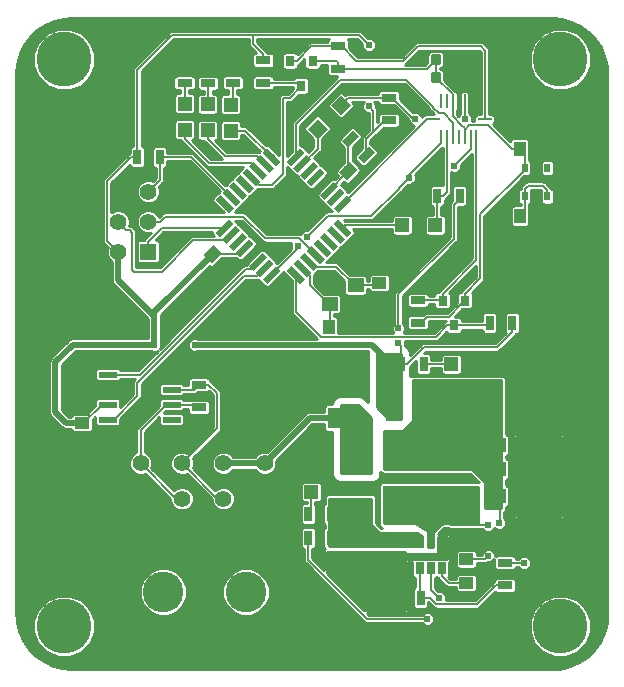
<source format=gtl>
G04 #@! TF.GenerationSoftware,KiCad,Pcbnew,5.0.1-33cea8e~68~ubuntu18.04.1*
G04 #@! TF.CreationDate,2019-04-25T19:51:38-04:00*
G04 #@! TF.ProjectId,IMU,494D552E6B696361645F706362000000,rev?*
G04 #@! TF.SameCoordinates,Original*
G04 #@! TF.FileFunction,Copper,L1,Top,Signal*
G04 #@! TF.FilePolarity,Positive*
%FSLAX46Y46*%
G04 Gerber Fmt 4.6, Leading zero omitted, Abs format (unit mm)*
G04 Created by KiCad (PCBNEW 5.0.1-33cea8e~68~ubuntu18.04.1) date Thu 25 Apr 2019 07:51:38 PM EDT*
%MOMM*%
%LPD*%
G01*
G04 APERTURE LIST*
G04 #@! TA.AperFunction,SMDPad,CuDef*
%ADD10R,1.200000X1.200000*%
G04 #@! TD*
G04 #@! TA.AperFunction,SMDPad,CuDef*
%ADD11R,1.300000X0.700000*%
G04 #@! TD*
G04 #@! TA.AperFunction,SMDPad,CuDef*
%ADD12C,1.200000*%
G04 #@! TD*
G04 #@! TA.AperFunction,Conductor*
%ADD13C,2.000000*%
G04 #@! TD*
G04 #@! TA.AperFunction,ComponentPad*
%ADD14C,4.648200*%
G04 #@! TD*
G04 #@! TA.AperFunction,SMDPad,CuDef*
%ADD15R,1.000000X1.250000*%
G04 #@! TD*
G04 #@! TA.AperFunction,SMDPad,CuDef*
%ADD16R,1.200000X0.250000*%
G04 #@! TD*
G04 #@! TA.AperFunction,SMDPad,CuDef*
%ADD17R,0.250000X1.200000*%
G04 #@! TD*
G04 #@! TA.AperFunction,SMDPad,CuDef*
%ADD18C,0.700000*%
G04 #@! TD*
G04 #@! TA.AperFunction,ComponentPad*
%ADD19R,1.400000X1.400000*%
G04 #@! TD*
G04 #@! TA.AperFunction,ComponentPad*
%ADD20C,1.400000*%
G04 #@! TD*
G04 #@! TA.AperFunction,SMDPad,CuDef*
%ADD21R,0.700000X1.300000*%
G04 #@! TD*
G04 #@! TA.AperFunction,SMDPad,CuDef*
%ADD22R,8.200000X3.300000*%
G04 #@! TD*
G04 #@! TA.AperFunction,SMDPad,CuDef*
%ADD23R,2.500000X0.900000*%
G04 #@! TD*
G04 #@! TA.AperFunction,SMDPad,CuDef*
%ADD24R,1.000000X3.200000*%
G04 #@! TD*
G04 #@! TA.AperFunction,SMDPad,CuDef*
%ADD25R,0.650000X1.060000*%
G04 #@! TD*
G04 #@! TA.AperFunction,SMDPad,CuDef*
%ADD26R,1.600000X1.000000*%
G04 #@! TD*
G04 #@! TA.AperFunction,SMDPad,CuDef*
%ADD27R,1.250000X1.000000*%
G04 #@! TD*
G04 #@! TA.AperFunction,SMDPad,CuDef*
%ADD28R,2.159000X1.778000*%
G04 #@! TD*
G04 #@! TA.AperFunction,SMDPad,CuDef*
%ADD29C,1.000000*%
G04 #@! TD*
G04 #@! TA.AperFunction,SMDPad,CuDef*
%ADD30C,0.875000*%
G04 #@! TD*
G04 #@! TA.AperFunction,SMDPad,CuDef*
%ADD31R,1.550000X0.600000*%
G04 #@! TD*
G04 #@! TA.AperFunction,SMDPad,CuDef*
%ADD32C,0.550000*%
G04 #@! TD*
G04 #@! TA.AperFunction,SMDPad,CuDef*
%ADD33R,1.400000X1.200000*%
G04 #@! TD*
G04 #@! TA.AperFunction,ComponentPad*
%ADD34C,1.420000*%
G04 #@! TD*
G04 #@! TA.AperFunction,ComponentPad*
%ADD35C,3.450000*%
G04 #@! TD*
G04 #@! TA.AperFunction,SMDPad,CuDef*
%ADD36R,0.800000X0.900000*%
G04 #@! TD*
G04 #@! TA.AperFunction,SMDPad,CuDef*
%ADD37R,0.550000X0.800000*%
G04 #@! TD*
G04 #@! TA.AperFunction,ViaPad*
%ADD38C,0.609600*%
G04 #@! TD*
G04 #@! TA.AperFunction,Conductor*
%ADD39C,0.152400*%
G04 #@! TD*
G04 #@! TA.AperFunction,Conductor*
%ADD40C,0.508000*%
G04 #@! TD*
G04 #@! TA.AperFunction,Conductor*
%ADD41C,0.254000*%
G04 #@! TD*
G04 APERTURE END LIST*
D10*
G04 #@! TO.P,D3,1*
G04 #@! TO.N,Net-(D3-Pad1)*
X134116103Y-78826793D03*
G04 #@! TO.P,D3,2*
G04 #@! TO.N,/PLED1*
X134116103Y-81026791D03*
G04 #@! TD*
G04 #@! TO.P,D5,1*
G04 #@! TO.N,Net-(D5-Pad1)*
X130202507Y-78745155D03*
G04 #@! TO.P,D5,2*
G04 #@! TO.N,/PLED3*
X130202507Y-80945153D03*
G04 #@! TD*
D11*
G04 #@! TO.P,R6,2*
G04 #@! TO.N,GND*
X134259787Y-75081046D03*
G04 #@! TO.P,R6,1*
G04 #@! TO.N,Net-(D3-Pad1)*
X134259787Y-76981044D03*
G04 #@! TD*
G04 #@! TO.P,R10,1*
G04 #@! TO.N,Net-(D4-Pad1)*
X132201512Y-76997321D03*
G04 #@! TO.P,R10,2*
G04 #@! TO.N,GND*
X132201512Y-75097323D03*
G04 #@! TD*
D10*
G04 #@! TO.P,D4,2*
G04 #@! TO.N,/PLED2*
X132144038Y-80980910D03*
G04 #@! TO.P,D4,1*
G04 #@! TO.N,Net-(D4-Pad1)*
X132144038Y-78780912D03*
G04 #@! TD*
D11*
G04 #@! TO.P,R11,2*
G04 #@! TO.N,GND*
X130186342Y-75079362D03*
G04 #@! TO.P,R11,1*
G04 #@! TO.N,Net-(D5-Pad1)*
X130186342Y-76979360D03*
G04 #@! TD*
G04 #@! TO.P,R15,1*
G04 #@! TO.N,VCC*
X147477480Y-80142160D03*
G04 #@! TO.P,R15,2*
G04 #@! TO.N,Net-(D8-Pad2)*
X147477480Y-78242160D03*
G04 #@! TD*
D12*
G04 #@! TO.P,D8,1*
G04 #@! TO.N,/CS_GYRO*
X141450051Y-80849949D03*
D13*
G04 #@! TD*
G04 #@! TO.N,/CS_GYRO*
G04 #@! TO.C,D8*
G36*
X141450051Y-81698477D02*
X140601523Y-80849949D01*
X141450051Y-80001421D01*
X142298579Y-80849949D01*
X141450051Y-81698477D01*
X141450051Y-81698477D01*
G37*
D12*
G04 #@! TO.P,D8,2*
G04 #@! TO.N,Net-(D8-Pad2)*
X143429949Y-78870051D03*
D13*
G04 #@! TD*
G04 #@! TO.N,Net-(D8-Pad2)*
G04 #@! TO.C,D8*
G36*
X143429949Y-79718579D02*
X142581421Y-78870051D01*
X143429949Y-78021523D01*
X144278477Y-78870051D01*
X143429949Y-79718579D01*
X143429949Y-79718579D01*
G37*
D14*
G04 #@! TO.P,REF\002A\002A,*
G04 #@! TO.N,*
X162000000Y-75000000D03*
G04 #@! TD*
G04 #@! TO.P,REF\002A\002A,*
G04 #@! TO.N,*
X162000000Y-123000000D03*
G04 #@! TD*
G04 #@! TO.P,REF\002A\002A,*
G04 #@! TO.N,*
X120000000Y-123000000D03*
G04 #@! TD*
D15*
G04 #@! TO.P,C10,2*
G04 #@! TO.N,GND*
X160557020Y-82541100D03*
G04 #@! TO.P,C10,1*
G04 #@! TO.N,/3.3V*
X158557020Y-82541100D03*
G04 #@! TD*
D16*
G04 #@! TO.P,U4,16*
G04 #@! TO.N,/INT1*
X151185759Y-80065880D03*
G04 #@! TO.P,U4,8*
G04 #@! TO.N,Net-(Q2-Pad2)*
X155615761Y-80065880D03*
D17*
G04 #@! TO.P,U4,9*
G04 #@! TO.N,Net-(Q1-Pad2)*
X154900760Y-81575880D03*
G04 #@! TO.P,U4,10*
G04 #@! TO.N,/MISO2*
X154400760Y-81575880D03*
G04 #@! TO.P,U4,11*
G04 #@! TO.N,/3.3V*
X153900760Y-81575880D03*
G04 #@! TO.P,U4,12*
G04 #@! TO.N,Net-(U4-Pad12)*
X153400760Y-81575880D03*
G04 #@! TO.P,U4,13*
G04 #@! TO.N,/INT4*
X152900760Y-81575880D03*
G04 #@! TO.P,U4,14*
G04 #@! TO.N,Net-(D6-Pad2)*
X152400760Y-81575880D03*
G04 #@! TO.P,U4,15*
G04 #@! TO.N,/MISO2*
X151900760Y-81575880D03*
G04 #@! TO.P,U4,7*
G04 #@! TO.N,GND*
X154900760Y-78555880D03*
G04 #@! TO.P,U4,6*
X154400760Y-78555880D03*
G04 #@! TO.P,U4,5*
G04 #@! TO.N,Net-(D8-Pad2)*
X153900760Y-78555880D03*
G04 #@! TO.P,U4,4*
G04 #@! TO.N,GND*
X153400760Y-78555880D03*
G04 #@! TO.P,U4,3*
G04 #@! TO.N,/3.3V*
X152900760Y-78555880D03*
G04 #@! TO.P,U4,2*
G04 #@! TO.N,N/C*
X152400760Y-78555880D03*
G04 #@! TO.P,U4,1*
G04 #@! TO.N,Net-(U4-Pad1)*
X151900760Y-78555880D03*
G04 #@! TD*
D18*
G04 #@! TO.P,R1,2*
G04 #@! TO.N,Net-(C2-Pad1)*
X144228249Y-81728249D03*
D13*
G04 #@! TD*
G04 #@! TO.N,Net-(C2-Pad1)*
G04 #@! TO.C,R1*
G36*
X144935356Y-81516117D02*
X144016117Y-82435356D01*
X143521142Y-81940381D01*
X144440381Y-81021142D01*
X144935356Y-81516117D01*
X144935356Y-81516117D01*
G37*
D18*
G04 #@! TO.P,R1,1*
G04 #@! TO.N,VCC*
X145571751Y-83071751D03*
D13*
G04 #@! TD*
G04 #@! TO.N,VCC*
G04 #@! TO.C,R1*
G36*
X146278858Y-82859619D02*
X145359619Y-83778858D01*
X144864644Y-83283883D01*
X145783883Y-82364644D01*
X146278858Y-82859619D01*
X146278858Y-82859619D01*
G37*
D19*
G04 #@! TO.P,J4,1*
G04 #@! TO.N,/MISO*
X127106680Y-91287600D03*
D20*
G04 #@! TO.P,J4,2*
G04 #@! TO.N,VCC*
X124566680Y-91287600D03*
G04 #@! TO.P,J4,3*
G04 #@! TO.N,/SCK*
X127106680Y-88747600D03*
G04 #@! TO.P,J4,4*
G04 #@! TO.N,/MOSI*
X124566680Y-88747600D03*
G04 #@! TO.P,J4,5*
G04 #@! TO.N,/RESET*
X127106680Y-86207600D03*
G04 #@! TO.P,J4,6*
G04 #@! TO.N,GND*
X124566680Y-86207600D03*
G04 #@! TD*
D21*
G04 #@! TO.P,R2,1*
G04 #@! TO.N,/12V_Fused*
X142559880Y-113493840D03*
G04 #@! TO.P,R2,2*
G04 #@! TO.N,Net-(D1-Pad2)*
X140659880Y-113493840D03*
G04 #@! TD*
D22*
G04 #@! TO.P,L1,1*
G04 #@! TO.N,Net-(C5-Pad2)*
X151071380Y-112732340D03*
G04 #@! TO.P,L1,2*
G04 #@! TO.N,Net-(C11-Pad1)*
X151071380Y-108032340D03*
G04 #@! TD*
D23*
G04 #@! TO.P,F1,1*
G04 #@! TO.N,/12V*
X144765380Y-109636340D03*
G04 #@! TO.P,F1,2*
G04 #@! TO.N,/12V_Fused*
X144765380Y-112536340D03*
G04 #@! TD*
D10*
G04 #@! TO.P,D2,2*
G04 #@! TO.N,Net-(D2-Pad2)*
X152785880Y-100793840D03*
G04 #@! TO.P,D2,1*
G04 #@! TO.N,GND*
X154985880Y-100793840D03*
G04 #@! TD*
D24*
G04 #@! TO.P,R9,1*
G04 #@! TO.N,VCC*
X147780880Y-103968840D03*
G04 #@! TO.P,R9,2*
G04 #@! TO.N,Net-(C11-Pad1)*
X153980880Y-103968840D03*
G04 #@! TD*
D15*
G04 #@! TO.P,C7,1*
G04 #@! TO.N,Net-(C11-Pad1)*
X156865880Y-107651840D03*
G04 #@! TO.P,C7,2*
G04 #@! TO.N,GND*
X158865880Y-107651840D03*
G04 #@! TD*
D25*
G04 #@! TO.P,U2,1*
G04 #@! TO.N,GND*
X151995980Y-115886340D03*
G04 #@! TO.P,U2,2*
G04 #@! TO.N,Net-(C5-Pad2)*
X151045980Y-115886340D03*
G04 #@! TO.P,U2,3*
G04 #@! TO.N,/12V_Fused*
X150095980Y-115886340D03*
G04 #@! TO.P,U2,4*
G04 #@! TO.N,Net-(R4-Pad1)*
X150095980Y-118086340D03*
G04 #@! TO.P,U2,6*
G04 #@! TO.N,Net-(C5-Pad1)*
X151995980Y-118086340D03*
G04 #@! TO.P,U2,5*
G04 #@! TO.N,Net-(R3-Pad2)*
X151045980Y-118086340D03*
G04 #@! TD*
D26*
G04 #@! TO.P,C3,1*
G04 #@! TO.N,/12V_Fused*
X147705880Y-115803840D03*
G04 #@! TO.P,C3,2*
G04 #@! TO.N,GND*
X147705880Y-118803840D03*
G04 #@! TD*
D21*
G04 #@! TO.P,R12,1*
G04 #@! TO.N,VCC*
X148533880Y-100793840D03*
G04 #@! TO.P,R12,2*
G04 #@! TO.N,Net-(D2-Pad2)*
X150433880Y-100793840D03*
G04 #@! TD*
G04 #@! TO.P,R4,1*
G04 #@! TO.N,Net-(R4-Pad1)*
X150179880Y-120605840D03*
G04 #@! TO.P,R4,2*
G04 #@! TO.N,GND*
X148279880Y-120605840D03*
G04 #@! TD*
D11*
G04 #@! TO.P,R5,1*
G04 #@! TO.N,Net-(R4-Pad1)*
X157357880Y-119523840D03*
G04 #@! TO.P,R5,2*
G04 #@! TO.N,Net-(C11-Pad1)*
X157357880Y-117623840D03*
G04 #@! TD*
D15*
G04 #@! TO.P,C12,1*
G04 #@! TO.N,Net-(C11-Pad1)*
X156865880Y-111969840D03*
G04 #@! TO.P,C12,2*
G04 #@! TO.N,GND*
X158865880Y-111969840D03*
G04 #@! TD*
G04 #@! TO.P,C11,1*
G04 #@! TO.N,Net-(C11-Pad1)*
X156865880Y-109683840D03*
G04 #@! TO.P,C11,2*
G04 #@! TO.N,GND*
X158865880Y-109683840D03*
G04 #@! TD*
D27*
G04 #@! TO.P,C5,1*
G04 #@! TO.N,Net-(C5-Pad1)*
X154055880Y-119319840D03*
G04 #@! TO.P,C5,2*
G04 #@! TO.N,Net-(C5-Pad2)*
X154055880Y-117319840D03*
G04 #@! TD*
D10*
G04 #@! TO.P,D1,2*
G04 #@! TO.N,Net-(D1-Pad2)*
X140909040Y-111623200D03*
G04 #@! TO.P,D1,1*
G04 #@! TO.N,GND*
X140909040Y-109423200D03*
G04 #@! TD*
D28*
G04 #@! TO.P,D7,2*
G04 #@! TO.N,GND*
X143387880Y-101301840D03*
G04 #@! TO.P,D7,1*
G04 #@! TO.N,/12V*
X143387880Y-105365840D03*
G04 #@! TD*
D21*
G04 #@! TO.P,R3,1*
G04 #@! TO.N,/12V_Fused*
X142559880Y-115525840D03*
G04 #@! TO.P,R3,2*
G04 #@! TO.N,Net-(R3-Pad2)*
X140659880Y-115525840D03*
G04 #@! TD*
D29*
G04 #@! TO.P,C1,2*
G04 #@! TO.N,GND*
X133980907Y-92893867D03*
D13*
G04 #@! TD*
G04 #@! TO.N,GND*
G04 #@! TO.C,C1*
G36*
X133185412Y-92982255D02*
X134069295Y-92098372D01*
X134776402Y-92805479D01*
X133892519Y-93689362D01*
X133185412Y-92982255D01*
X133185412Y-92982255D01*
G37*
D29*
G04 #@! TO.P,C1,1*
G04 #@! TO.N,VCC*
X132566693Y-91479653D03*
D13*
G04 #@! TD*
G04 #@! TO.N,VCC*
G04 #@! TO.C,C1*
G36*
X131771198Y-91568041D02*
X132655081Y-90684158D01*
X133362188Y-91391265D01*
X132478305Y-92275148D01*
X131771198Y-91568041D01*
X131771198Y-91568041D01*
G37*
D29*
G04 #@! TO.P,C2,1*
G04 #@! TO.N,Net-(C2-Pad1)*
X144067107Y-84447107D03*
D13*
G04 #@! TD*
G04 #@! TO.N,Net-(C2-Pad1)*
G04 #@! TO.C,C2*
G36*
X144862602Y-84358719D02*
X143978719Y-85242602D01*
X143271612Y-84535495D01*
X144155495Y-83651612D01*
X144862602Y-84358719D01*
X144862602Y-84358719D01*
G37*
D29*
G04 #@! TO.P,C2,2*
G04 #@! TO.N,GND*
X142652893Y-83032893D03*
D13*
G04 #@! TD*
G04 #@! TO.N,GND*
G04 #@! TO.C,C2*
G36*
X143448388Y-82944505D02*
X142564505Y-83828388D01*
X141857398Y-83121281D01*
X142741281Y-82237398D01*
X143448388Y-82944505D01*
X143448388Y-82944505D01*
G37*
D27*
G04 #@! TO.P,C4,1*
G04 #@! TO.N,VCC*
X121488200Y-105769920D03*
G04 #@! TO.P,C4,2*
G04 #@! TO.N,GND*
X121488200Y-103769920D03*
G04 #@! TD*
G04 #@! TO.P,C6,1*
G04 #@! TO.N,Net-(C6-Pad1)*
X146685000Y-93938600D03*
G04 #@! TO.P,C6,2*
G04 #@! TO.N,GND*
X146685000Y-91938600D03*
G04 #@! TD*
D15*
G04 #@! TO.P,C8,2*
G04 #@! TO.N,GND*
X144428720Y-97632520D03*
G04 #@! TO.P,C8,1*
G04 #@! TO.N,Net-(C8-Pad1)*
X142428720Y-97632520D03*
G04 #@! TD*
G04 #@! TO.P,C9,1*
G04 #@! TO.N,Net-(C9-Pad1)*
X158582420Y-88266260D03*
G04 #@! TO.P,C9,2*
G04 #@! TO.N,GND*
X160582420Y-88266260D03*
G04 #@! TD*
D13*
G04 #@! TO.N,/3.3V*
G04 #@! TO.C,C13*
G36*
X151715189Y-74536053D02*
X151736424Y-74539203D01*
X151757248Y-74544419D01*
X151777460Y-74551651D01*
X151796866Y-74560830D01*
X151815279Y-74571866D01*
X151832522Y-74584654D01*
X151848428Y-74599070D01*
X151862844Y-74614976D01*
X151875632Y-74632219D01*
X151886668Y-74650632D01*
X151895847Y-74670038D01*
X151903079Y-74690250D01*
X151908295Y-74711074D01*
X151911445Y-74732309D01*
X151912498Y-74753750D01*
X151912498Y-75266250D01*
X151911445Y-75287691D01*
X151908295Y-75308926D01*
X151903079Y-75329750D01*
X151895847Y-75349962D01*
X151886668Y-75369368D01*
X151875632Y-75387781D01*
X151862844Y-75405024D01*
X151848428Y-75420930D01*
X151832522Y-75435346D01*
X151815279Y-75448134D01*
X151796866Y-75459170D01*
X151777460Y-75468349D01*
X151757248Y-75475581D01*
X151736424Y-75480797D01*
X151715189Y-75483947D01*
X151693748Y-75485000D01*
X151256248Y-75485000D01*
X151234807Y-75483947D01*
X151213572Y-75480797D01*
X151192748Y-75475581D01*
X151172536Y-75468349D01*
X151153130Y-75459170D01*
X151134717Y-75448134D01*
X151117474Y-75435346D01*
X151101568Y-75420930D01*
X151087152Y-75405024D01*
X151074364Y-75387781D01*
X151063328Y-75369368D01*
X151054149Y-75349962D01*
X151046917Y-75329750D01*
X151041701Y-75308926D01*
X151038551Y-75287691D01*
X151037498Y-75266250D01*
X151037498Y-74753750D01*
X151038551Y-74732309D01*
X151041701Y-74711074D01*
X151046917Y-74690250D01*
X151054149Y-74670038D01*
X151063328Y-74650632D01*
X151074364Y-74632219D01*
X151087152Y-74614976D01*
X151101568Y-74599070D01*
X151117474Y-74584654D01*
X151134717Y-74571866D01*
X151153130Y-74560830D01*
X151172536Y-74551651D01*
X151192748Y-74544419D01*
X151213572Y-74539203D01*
X151234807Y-74536053D01*
X151256248Y-74535000D01*
X151693748Y-74535000D01*
X151715189Y-74536053D01*
X151715189Y-74536053D01*
G37*
D30*
G04 #@! TD*
G04 #@! TO.P,C13,2*
G04 #@! TO.N,/3.3V*
X151474998Y-75010000D03*
D13*
G04 #@! TO.N,GND*
G04 #@! TO.C,C13*
G36*
X153290191Y-74536053D02*
X153311426Y-74539203D01*
X153332250Y-74544419D01*
X153352462Y-74551651D01*
X153371868Y-74560830D01*
X153390281Y-74571866D01*
X153407524Y-74584654D01*
X153423430Y-74599070D01*
X153437846Y-74614976D01*
X153450634Y-74632219D01*
X153461670Y-74650632D01*
X153470849Y-74670038D01*
X153478081Y-74690250D01*
X153483297Y-74711074D01*
X153486447Y-74732309D01*
X153487500Y-74753750D01*
X153487500Y-75266250D01*
X153486447Y-75287691D01*
X153483297Y-75308926D01*
X153478081Y-75329750D01*
X153470849Y-75349962D01*
X153461670Y-75369368D01*
X153450634Y-75387781D01*
X153437846Y-75405024D01*
X153423430Y-75420930D01*
X153407524Y-75435346D01*
X153390281Y-75448134D01*
X153371868Y-75459170D01*
X153352462Y-75468349D01*
X153332250Y-75475581D01*
X153311426Y-75480797D01*
X153290191Y-75483947D01*
X153268750Y-75485000D01*
X152831250Y-75485000D01*
X152809809Y-75483947D01*
X152788574Y-75480797D01*
X152767750Y-75475581D01*
X152747538Y-75468349D01*
X152728132Y-75459170D01*
X152709719Y-75448134D01*
X152692476Y-75435346D01*
X152676570Y-75420930D01*
X152662154Y-75405024D01*
X152649366Y-75387781D01*
X152638330Y-75369368D01*
X152629151Y-75349962D01*
X152621919Y-75329750D01*
X152616703Y-75308926D01*
X152613553Y-75287691D01*
X152612500Y-75266250D01*
X152612500Y-74753750D01*
X152613553Y-74732309D01*
X152616703Y-74711074D01*
X152621919Y-74690250D01*
X152629151Y-74670038D01*
X152638330Y-74650632D01*
X152649366Y-74632219D01*
X152662154Y-74614976D01*
X152676570Y-74599070D01*
X152692476Y-74584654D01*
X152709719Y-74571866D01*
X152728132Y-74560830D01*
X152747538Y-74551651D01*
X152767750Y-74544419D01*
X152788574Y-74539203D01*
X152809809Y-74536053D01*
X152831250Y-74535000D01*
X153268750Y-74535000D01*
X153290191Y-74536053D01*
X153290191Y-74536053D01*
G37*
D30*
G04 #@! TD*
G04 #@! TO.P,C13,1*
G04 #@! TO.N,GND*
X153050000Y-75010000D03*
D13*
G04 #@! TO.N,/3.3V*
G04 #@! TO.C,C14*
G36*
X151712690Y-76066053D02*
X151733925Y-76069203D01*
X151754749Y-76074419D01*
X151774961Y-76081651D01*
X151794367Y-76090830D01*
X151812780Y-76101866D01*
X151830023Y-76114654D01*
X151845929Y-76129070D01*
X151860345Y-76144976D01*
X151873133Y-76162219D01*
X151884169Y-76180632D01*
X151893348Y-76200038D01*
X151900580Y-76220250D01*
X151905796Y-76241074D01*
X151908946Y-76262309D01*
X151909999Y-76283750D01*
X151909999Y-76796250D01*
X151908946Y-76817691D01*
X151905796Y-76838926D01*
X151900580Y-76859750D01*
X151893348Y-76879962D01*
X151884169Y-76899368D01*
X151873133Y-76917781D01*
X151860345Y-76935024D01*
X151845929Y-76950930D01*
X151830023Y-76965346D01*
X151812780Y-76978134D01*
X151794367Y-76989170D01*
X151774961Y-76998349D01*
X151754749Y-77005581D01*
X151733925Y-77010797D01*
X151712690Y-77013947D01*
X151691249Y-77015000D01*
X151253749Y-77015000D01*
X151232308Y-77013947D01*
X151211073Y-77010797D01*
X151190249Y-77005581D01*
X151170037Y-76998349D01*
X151150631Y-76989170D01*
X151132218Y-76978134D01*
X151114975Y-76965346D01*
X151099069Y-76950930D01*
X151084653Y-76935024D01*
X151071865Y-76917781D01*
X151060829Y-76899368D01*
X151051650Y-76879962D01*
X151044418Y-76859750D01*
X151039202Y-76838926D01*
X151036052Y-76817691D01*
X151034999Y-76796250D01*
X151034999Y-76283750D01*
X151036052Y-76262309D01*
X151039202Y-76241074D01*
X151044418Y-76220250D01*
X151051650Y-76200038D01*
X151060829Y-76180632D01*
X151071865Y-76162219D01*
X151084653Y-76144976D01*
X151099069Y-76129070D01*
X151114975Y-76114654D01*
X151132218Y-76101866D01*
X151150631Y-76090830D01*
X151170037Y-76081651D01*
X151190249Y-76074419D01*
X151211073Y-76069203D01*
X151232308Y-76066053D01*
X151253749Y-76065000D01*
X151691249Y-76065000D01*
X151712690Y-76066053D01*
X151712690Y-76066053D01*
G37*
D30*
G04 #@! TD*
G04 #@! TO.P,C14,1*
G04 #@! TO.N,/3.3V*
X151472499Y-76540000D03*
D13*
G04 #@! TO.N,GND*
G04 #@! TO.C,C14*
G36*
X153287692Y-76066053D02*
X153308927Y-76069203D01*
X153329751Y-76074419D01*
X153349963Y-76081651D01*
X153369369Y-76090830D01*
X153387782Y-76101866D01*
X153405025Y-76114654D01*
X153420931Y-76129070D01*
X153435347Y-76144976D01*
X153448135Y-76162219D01*
X153459171Y-76180632D01*
X153468350Y-76200038D01*
X153475582Y-76220250D01*
X153480798Y-76241074D01*
X153483948Y-76262309D01*
X153485001Y-76283750D01*
X153485001Y-76796250D01*
X153483948Y-76817691D01*
X153480798Y-76838926D01*
X153475582Y-76859750D01*
X153468350Y-76879962D01*
X153459171Y-76899368D01*
X153448135Y-76917781D01*
X153435347Y-76935024D01*
X153420931Y-76950930D01*
X153405025Y-76965346D01*
X153387782Y-76978134D01*
X153369369Y-76989170D01*
X153349963Y-76998349D01*
X153329751Y-77005581D01*
X153308927Y-77010797D01*
X153287692Y-77013947D01*
X153266251Y-77015000D01*
X152828751Y-77015000D01*
X152807310Y-77013947D01*
X152786075Y-77010797D01*
X152765251Y-77005581D01*
X152745039Y-76998349D01*
X152725633Y-76989170D01*
X152707220Y-76978134D01*
X152689977Y-76965346D01*
X152674071Y-76950930D01*
X152659655Y-76935024D01*
X152646867Y-76917781D01*
X152635831Y-76899368D01*
X152626652Y-76879962D01*
X152619420Y-76859750D01*
X152614204Y-76838926D01*
X152611054Y-76817691D01*
X152610001Y-76796250D01*
X152610001Y-76283750D01*
X152611054Y-76262309D01*
X152614204Y-76241074D01*
X152619420Y-76220250D01*
X152626652Y-76200038D01*
X152635831Y-76180632D01*
X152646867Y-76162219D01*
X152659655Y-76144976D01*
X152674071Y-76129070D01*
X152689977Y-76114654D01*
X152707220Y-76101866D01*
X152725633Y-76090830D01*
X152745039Y-76081651D01*
X152765251Y-76074419D01*
X152786075Y-76069203D01*
X152807310Y-76066053D01*
X152828751Y-76065000D01*
X153266251Y-76065000D01*
X153287692Y-76066053D01*
X153287692Y-76066053D01*
G37*
D30*
G04 #@! TD*
G04 #@! TO.P,C14,2*
G04 #@! TO.N,GND*
X153047501Y-76540000D03*
D11*
G04 #@! TO.P,R7,1*
G04 #@! TO.N,/CANH*
X131414520Y-102560080D03*
G04 #@! TO.P,R7,2*
G04 #@! TO.N,/CANL*
X131414520Y-104460080D03*
G04 #@! TD*
D21*
G04 #@! TO.P,R8,1*
G04 #@! TO.N,VCC*
X126192241Y-83276440D03*
G04 #@! TO.P,R8,2*
G04 #@! TO.N,/RESET*
X128092239Y-83276440D03*
G04 #@! TD*
D31*
G04 #@! TO.P,U1,1*
G04 #@! TO.N,/TXCAN*
X123705640Y-101681280D03*
G04 #@! TO.P,U1,2*
G04 #@! TO.N,GND*
X123705640Y-102951280D03*
G04 #@! TO.P,U1,3*
G04 #@! TO.N,VCC*
X123705640Y-104221280D03*
G04 #@! TO.P,U1,4*
G04 #@! TO.N,/RXCAN*
X123705640Y-105491280D03*
G04 #@! TO.P,U1,5*
G04 #@! TO.N,Net-(U1-Pad5)*
X129105640Y-105491280D03*
G04 #@! TO.P,U1,6*
G04 #@! TO.N,/CANL*
X129105640Y-104221280D03*
G04 #@! TO.P,U1,7*
G04 #@! TO.N,/CANH*
X129105640Y-102951280D03*
G04 #@! TO.P,U1,8*
G04 #@! TO.N,GND*
X129105640Y-101681280D03*
G04 #@! TD*
D32*
G04 #@! TO.P,U5,32*
G04 #@! TO.N,Net-(U5-Pad32)*
X133592754Y-87237545D03*
D13*
G04 #@! TD*
G04 #@! TO.N,Net-(U5-Pad32)*
G04 #@! TO.C,U5*
G36*
X134352894Y-87608776D02*
X133963985Y-87997685D01*
X132832614Y-86866314D01*
X133221523Y-86477405D01*
X134352894Y-87608776D01*
X134352894Y-87608776D01*
G37*
D32*
G04 #@! TO.P,U5,31*
G04 #@! TO.N,/RESET*
X134158440Y-86671860D03*
D13*
G04 #@! TD*
G04 #@! TO.N,/RESET*
G04 #@! TO.C,U5*
G36*
X134918580Y-87043091D02*
X134529671Y-87432000D01*
X133398300Y-86300629D01*
X133787209Y-85911720D01*
X134918580Y-87043091D01*
X134918580Y-87043091D01*
G37*
D32*
G04 #@! TO.P,U5,30*
G04 #@! TO.N,Net-(U5-Pad30)*
X134724125Y-86106174D03*
D13*
G04 #@! TD*
G04 #@! TO.N,Net-(U5-Pad30)*
G04 #@! TO.C,U5*
G36*
X135484265Y-86477405D02*
X135095356Y-86866314D01*
X133963985Y-85734943D01*
X134352894Y-85346034D01*
X135484265Y-86477405D01*
X135484265Y-86477405D01*
G37*
D32*
G04 #@! TO.P,U5,29*
G04 #@! TO.N,Net-(U5-Pad29)*
X135289810Y-85540489D03*
D13*
G04 #@! TD*
G04 #@! TO.N,Net-(U5-Pad29)*
G04 #@! TO.C,U5*
G36*
X136049950Y-85911720D02*
X135661041Y-86300629D01*
X134529670Y-85169258D01*
X134918579Y-84780349D01*
X136049950Y-85911720D01*
X136049950Y-85911720D01*
G37*
D32*
G04 #@! TO.P,U5,28*
G04 #@! TO.N,/SCK2*
X135855496Y-84974803D03*
D13*
G04 #@! TD*
G04 #@! TO.N,/SCK2*
G04 #@! TO.C,U5*
G36*
X136615636Y-85346034D02*
X136226727Y-85734943D01*
X135095356Y-84603572D01*
X135484265Y-84214663D01*
X136615636Y-85346034D01*
X136615636Y-85346034D01*
G37*
D32*
G04 #@! TO.P,U5,27*
G04 #@! TO.N,/PLED3*
X136421181Y-84409118D03*
D13*
G04 #@! TD*
G04 #@! TO.N,/PLED3*
G04 #@! TO.C,U5*
G36*
X137181321Y-84780349D02*
X136792412Y-85169258D01*
X135661041Y-84037887D01*
X136049950Y-83648978D01*
X137181321Y-84780349D01*
X137181321Y-84780349D01*
G37*
D32*
G04 #@! TO.P,U5,26*
G04 #@! TO.N,/PLED2*
X136986867Y-83843433D03*
D13*
G04 #@! TD*
G04 #@! TO.N,/PLED2*
G04 #@! TO.C,U5*
G36*
X137747007Y-84214664D02*
X137358098Y-84603573D01*
X136226727Y-83472202D01*
X136615636Y-83083293D01*
X137747007Y-84214664D01*
X137747007Y-84214664D01*
G37*
D32*
G04 #@! TO.P,U5,25*
G04 #@! TO.N,/PLED1*
X137552552Y-83277747D03*
D13*
G04 #@! TD*
G04 #@! TO.N,/PLED1*
G04 #@! TO.C,U5*
G36*
X138312692Y-83648978D02*
X137923783Y-84037887D01*
X136792412Y-82906516D01*
X137181321Y-82517607D01*
X138312692Y-83648978D01*
X138312692Y-83648978D01*
G37*
D32*
G04 #@! TO.P,U5,24*
G04 #@! TO.N,/INT4*
X139603162Y-83277747D03*
D13*
G04 #@! TD*
G04 #@! TO.N,/INT4*
G04 #@! TO.C,U5*
G36*
X139231931Y-84037887D02*
X138843022Y-83648978D01*
X139974393Y-82517607D01*
X140363302Y-82906516D01*
X139231931Y-84037887D01*
X139231931Y-84037887D01*
G37*
D32*
G04 #@! TO.P,U5,23*
G04 #@! TO.N,/CS_GYRO*
X140168847Y-83843433D03*
D13*
G04 #@! TD*
G04 #@! TO.N,/CS_GYRO*
G04 #@! TO.C,U5*
G36*
X139797616Y-84603573D02*
X139408707Y-84214664D01*
X140540078Y-83083293D01*
X140928987Y-83472202D01*
X139797616Y-84603573D01*
X139797616Y-84603573D01*
G37*
D32*
G04 #@! TO.P,U5,22*
G04 #@! TO.N,Net-(U5-Pad22)*
X140734533Y-84409118D03*
D13*
G04 #@! TD*
G04 #@! TO.N,Net-(U5-Pad22)*
G04 #@! TO.C,U5*
G36*
X140363302Y-85169258D02*
X139974393Y-84780349D01*
X141105764Y-83648978D01*
X141494673Y-84037887D01*
X140363302Y-85169258D01*
X140363302Y-85169258D01*
G37*
D32*
G04 #@! TO.P,U5,21*
G04 #@! TO.N,Net-(U5-Pad21)*
X141300218Y-84974803D03*
D13*
G04 #@! TD*
G04 #@! TO.N,Net-(U5-Pad21)*
G04 #@! TO.C,U5*
G36*
X140928987Y-85734943D02*
X140540078Y-85346034D01*
X141671449Y-84214663D01*
X142060358Y-84603572D01*
X140928987Y-85734943D01*
X140928987Y-85734943D01*
G37*
D32*
G04 #@! TO.P,U5,20*
G04 #@! TO.N,GND*
X141865904Y-85540489D03*
D13*
G04 #@! TD*
G04 #@! TO.N,GND*
G04 #@! TO.C,U5*
G36*
X141494673Y-86300629D02*
X141105764Y-85911720D01*
X142237135Y-84780349D01*
X142626044Y-85169258D01*
X141494673Y-86300629D01*
X141494673Y-86300629D01*
G37*
D32*
G04 #@! TO.P,U5,19*
G04 #@! TO.N,Net-(C2-Pad1)*
X142431589Y-86106174D03*
D13*
G04 #@! TD*
G04 #@! TO.N,Net-(C2-Pad1)*
G04 #@! TO.C,U5*
G36*
X142060358Y-86866314D02*
X141671449Y-86477405D01*
X142802820Y-85346034D01*
X143191729Y-85734943D01*
X142060358Y-86866314D01*
X142060358Y-86866314D01*
G37*
D32*
G04 #@! TO.P,U5,18*
G04 #@! TO.N,Net-(U5-Pad18)*
X142997274Y-86671860D03*
D13*
G04 #@! TD*
G04 #@! TO.N,Net-(U5-Pad18)*
G04 #@! TO.C,U5*
G36*
X142626043Y-87432000D02*
X142237134Y-87043091D01*
X143368505Y-85911720D01*
X143757414Y-86300629D01*
X142626043Y-87432000D01*
X142626043Y-87432000D01*
G37*
D32*
G04 #@! TO.P,U5,17*
G04 #@! TO.N,/INT1*
X143562960Y-87237545D03*
D13*
G04 #@! TD*
G04 #@! TO.N,/INT1*
G04 #@! TO.C,U5*
G36*
X143191729Y-87997685D02*
X142802820Y-87608776D01*
X143934191Y-86477405D01*
X144323100Y-86866314D01*
X143191729Y-87997685D01*
X143191729Y-87997685D01*
G37*
D32*
G04 #@! TO.P,U5,16*
G04 #@! TO.N,/CS_ACCEL*
X143562960Y-89288155D03*
D13*
G04 #@! TD*
G04 #@! TO.N,/CS_ACCEL*
G04 #@! TO.C,U5*
G36*
X144323100Y-89659386D02*
X143934191Y-90048295D01*
X142802820Y-88916924D01*
X143191729Y-88528015D01*
X144323100Y-89659386D01*
X144323100Y-89659386D01*
G37*
D32*
G04 #@! TO.P,U5,15*
G04 #@! TO.N,Net-(U5-Pad15)*
X142997274Y-89853840D03*
D13*
G04 #@! TD*
G04 #@! TO.N,Net-(U5-Pad15)*
G04 #@! TO.C,U5*
G36*
X143757414Y-90225071D02*
X143368505Y-90613980D01*
X142237134Y-89482609D01*
X142626043Y-89093700D01*
X143757414Y-90225071D01*
X143757414Y-90225071D01*
G37*
D32*
G04 #@! TO.P,U5,14*
G04 #@! TO.N,Net-(U5-Pad14)*
X142431589Y-90419526D03*
D13*
G04 #@! TD*
G04 #@! TO.N,Net-(U5-Pad14)*
G04 #@! TO.C,U5*
G36*
X143191729Y-90790757D02*
X142802820Y-91179666D01*
X141671449Y-90048295D01*
X142060358Y-89659386D01*
X143191729Y-90790757D01*
X143191729Y-90790757D01*
G37*
D32*
G04 #@! TO.P,U5,13*
G04 #@! TO.N,Net-(U5-Pad13)*
X141865904Y-90985211D03*
D13*
G04 #@! TD*
G04 #@! TO.N,Net-(U5-Pad13)*
G04 #@! TO.C,U5*
G36*
X142626044Y-91356442D02*
X142237135Y-91745351D01*
X141105764Y-90613980D01*
X141494673Y-90225071D01*
X142626044Y-91356442D01*
X142626044Y-91356442D01*
G37*
D32*
G04 #@! TO.P,U5,12*
G04 #@! TO.N,/SCK*
X141300218Y-91550897D03*
D13*
G04 #@! TD*
G04 #@! TO.N,/SCK*
G04 #@! TO.C,U5*
G36*
X142060358Y-91922128D02*
X141671449Y-92311037D01*
X140540078Y-91179666D01*
X140928987Y-90790757D01*
X142060358Y-91922128D01*
X142060358Y-91922128D01*
G37*
D32*
G04 #@! TO.P,U5,11*
G04 #@! TO.N,Net-(C6-Pad1)*
X140734533Y-92116582D03*
D13*
G04 #@! TD*
G04 #@! TO.N,Net-(C6-Pad1)*
G04 #@! TO.C,U5*
G36*
X141494673Y-92487813D02*
X141105764Y-92876722D01*
X139974393Y-91745351D01*
X140363302Y-91356442D01*
X141494673Y-92487813D01*
X141494673Y-92487813D01*
G37*
D32*
G04 #@! TO.P,U5,10*
G04 #@! TO.N,Net-(C8-Pad1)*
X140168847Y-92682267D03*
D13*
G04 #@! TD*
G04 #@! TO.N,Net-(C8-Pad1)*
G04 #@! TO.C,U5*
G36*
X140928987Y-93053498D02*
X140540078Y-93442407D01*
X139408707Y-92311036D01*
X139797616Y-91922127D01*
X140928987Y-93053498D01*
X140928987Y-93053498D01*
G37*
D32*
G04 #@! TO.P,U5,9*
G04 #@! TO.N,/MOSI2*
X139603162Y-93247953D03*
D13*
G04 #@! TD*
G04 #@! TO.N,/MOSI2*
G04 #@! TO.C,U5*
G36*
X140363302Y-93619184D02*
X139974393Y-94008093D01*
X138843022Y-92876722D01*
X139231931Y-92487813D01*
X140363302Y-93619184D01*
X140363302Y-93619184D01*
G37*
D32*
G04 #@! TO.P,U5,8*
G04 #@! TO.N,/MISO2*
X137552552Y-93247953D03*
D13*
G04 #@! TD*
G04 #@! TO.N,/MISO2*
G04 #@! TO.C,U5*
G36*
X137181321Y-94008093D02*
X136792412Y-93619184D01*
X137923783Y-92487813D01*
X138312692Y-92876722D01*
X137181321Y-94008093D01*
X137181321Y-94008093D01*
G37*
D32*
G04 #@! TO.P,U5,7*
G04 #@! TO.N,/RXCAN*
X136986867Y-92682267D03*
D13*
G04 #@! TD*
G04 #@! TO.N,/RXCAN*
G04 #@! TO.C,U5*
G36*
X136615636Y-93442407D02*
X136226727Y-93053498D01*
X137358098Y-91922127D01*
X137747007Y-92311036D01*
X136615636Y-93442407D01*
X136615636Y-93442407D01*
G37*
D32*
G04 #@! TO.P,U5,6*
G04 #@! TO.N,/TXCAN*
X136421181Y-92116582D03*
D13*
G04 #@! TD*
G04 #@! TO.N,/TXCAN*
G04 #@! TO.C,U5*
G36*
X136049950Y-92876722D02*
X135661041Y-92487813D01*
X136792412Y-91356442D01*
X137181321Y-91745351D01*
X136049950Y-92876722D01*
X136049950Y-92876722D01*
G37*
D32*
G04 #@! TO.P,U5,5*
G04 #@! TO.N,GND*
X135855496Y-91550897D03*
D13*
G04 #@! TD*
G04 #@! TO.N,GND*
G04 #@! TO.C,U5*
G36*
X135484265Y-92311037D02*
X135095356Y-91922128D01*
X136226727Y-90790757D01*
X136615636Y-91179666D01*
X135484265Y-92311037D01*
X135484265Y-92311037D01*
G37*
D32*
G04 #@! TO.P,U5,4*
G04 #@! TO.N,VCC*
X135289810Y-90985211D03*
D13*
G04 #@! TD*
G04 #@! TO.N,VCC*
G04 #@! TO.C,U5*
G36*
X134918579Y-91745351D02*
X134529670Y-91356442D01*
X135661041Y-90225071D01*
X136049950Y-90613980D01*
X134918579Y-91745351D01*
X134918579Y-91745351D01*
G37*
D32*
G04 #@! TO.P,U5,3*
G04 #@! TO.N,Net-(U5-Pad3)*
X134724125Y-90419526D03*
D13*
G04 #@! TD*
G04 #@! TO.N,Net-(U5-Pad3)*
G04 #@! TO.C,U5*
G36*
X134352894Y-91179666D02*
X133963985Y-90790757D01*
X135095356Y-89659386D01*
X135484265Y-90048295D01*
X134352894Y-91179666D01*
X134352894Y-91179666D01*
G37*
D32*
G04 #@! TO.P,U5,2*
G04 #@! TO.N,/MOSI*
X134158440Y-89853840D03*
D13*
G04 #@! TD*
G04 #@! TO.N,/MOSI*
G04 #@! TO.C,U5*
G36*
X133787209Y-90613980D02*
X133398300Y-90225071D01*
X134529671Y-89093700D01*
X134918580Y-89482609D01*
X133787209Y-90613980D01*
X133787209Y-90613980D01*
G37*
D32*
G04 #@! TO.P,U5,1*
G04 #@! TO.N,/MISO*
X133592754Y-89288155D03*
D13*
G04 #@! TD*
G04 #@! TO.N,/MISO*
G04 #@! TO.C,U5*
G36*
X133221523Y-90048295D02*
X132832614Y-89659386D01*
X133963985Y-88528015D01*
X134352894Y-88916924D01*
X133221523Y-90048295D01*
X133221523Y-90048295D01*
G37*
D33*
G04 #@! TO.P,Y1,4*
G04 #@! TO.N,GND*
X144681120Y-95704560D03*
G04 #@! TO.P,Y1,3*
G04 #@! TO.N,Net-(C8-Pad1)*
X142481120Y-95704560D03*
G04 #@! TO.P,Y1,2*
G04 #@! TO.N,GND*
X142481120Y-94104560D03*
G04 #@! TO.P,Y1,1*
G04 #@! TO.N,Net-(C6-Pad1)*
X144681120Y-94104560D03*
G04 #@! TD*
D34*
G04 #@! TO.P,J1,6*
G04 #@! TO.N,/CANH*
X133476320Y-112188000D03*
G04 #@! TO.P,J1,5*
G04 #@! TO.N,/CANL*
X129976320Y-112188000D03*
G04 #@! TO.P,J1,4*
G04 #@! TO.N,GND*
X126476320Y-112188000D03*
G04 #@! TO.P,J1,3*
G04 #@! TO.N,/12V*
X133476320Y-109188000D03*
G04 #@! TO.P,J1,2*
G04 #@! TO.N,/CANH*
X129976320Y-109188000D03*
G04 #@! TO.P,J1,1*
G04 #@! TO.N,/CANL*
X126476320Y-109188000D03*
D35*
G04 #@! TO.P,J1,*
G04 #@! TO.N,*
X128386320Y-120098000D03*
X135386320Y-120098000D03*
D34*
G04 #@! TO.P,J1,7*
G04 #@! TO.N,/12V*
X136976320Y-109188000D03*
G04 #@! TO.P,J1,8*
G04 #@! TO.N,GND*
X136976320Y-112188000D03*
G04 #@! TD*
D21*
G04 #@! TO.P,R13,2*
G04 #@! TO.N,/MOSI2*
X156042320Y-97297240D03*
G04 #@! TO.P,R13,1*
G04 #@! TO.N,VCC*
X157942320Y-97297240D03*
G04 #@! TD*
D11*
G04 #@! TO.P,R14,2*
G04 #@! TO.N,/3.3V*
X143215360Y-75788560D03*
G04 #@! TO.P,R14,1*
G04 #@! TO.N,Net-(Q2-Pad2)*
X143215360Y-73888560D03*
G04 #@! TD*
D10*
G04 #@! TO.P,D6,2*
G04 #@! TO.N,Net-(D6-Pad2)*
X151407320Y-89042240D03*
G04 #@! TO.P,D6,1*
G04 #@! TO.N,/CS_ACCEL*
X148607320Y-89042240D03*
G04 #@! TD*
D36*
G04 #@! TO.P,Q1,1*
G04 #@! TO.N,/3.3V*
X153932277Y-95423018D03*
G04 #@! TO.P,Q1,2*
G04 #@! TO.N,Net-(Q1-Pad2)*
X152032277Y-95423018D03*
G04 #@! TO.P,Q1,3*
G04 #@! TO.N,/MOSI2*
X152982277Y-97523018D03*
G04 #@! TD*
G04 #@! TO.P,Q2,3*
G04 #@! TO.N,/SCK2*
X140075920Y-77234760D03*
G04 #@! TO.P,Q2,2*
G04 #@! TO.N,Net-(Q2-Pad2)*
X139125920Y-75134760D03*
G04 #@! TO.P,Q2,1*
G04 #@! TO.N,/3.3V*
X141025920Y-75134760D03*
G04 #@! TD*
D21*
G04 #@! TO.P,R16,1*
G04 #@! TO.N,Net-(D6-Pad2)*
X151582080Y-86527640D03*
G04 #@! TO.P,R16,2*
G04 #@! TO.N,VCC*
X153482080Y-86527640D03*
G04 #@! TD*
D37*
G04 #@! TO.P,U3,5*
G04 #@! TO.N,/3.3V*
X158998940Y-84201140D03*
G04 #@! TO.P,U3,4*
G04 #@! TO.N,Net-(U3-Pad4)*
X160898940Y-84201140D03*
G04 #@! TO.P,U3,3*
G04 #@! TO.N,Net-(C9-Pad1)*
X160898940Y-86601140D03*
G04 #@! TO.P,U3,2*
G04 #@! TO.N,GND*
X159948940Y-86601140D03*
G04 #@! TO.P,U3,1*
G04 #@! TO.N,Net-(C9-Pad1)*
X158998940Y-86601140D03*
G04 #@! TD*
D14*
G04 #@! TO.P,REF\002A\002A,*
G04 #@! TO.N,*
X120000000Y-75000000D03*
G04 #@! TD*
D11*
G04 #@! TO.P,R17,1*
G04 #@! TO.N,Net-(Q1-Pad2)*
X149956520Y-95387160D03*
G04 #@! TO.P,R17,2*
G04 #@! TO.N,/3.3V*
X149956520Y-97287160D03*
G04 #@! TD*
G04 #@! TO.P,R18,2*
G04 #@! TO.N,/SCK2*
X136870440Y-76977280D03*
G04 #@! TO.P,R18,1*
G04 #@! TO.N,VCC*
X136870440Y-75077280D03*
G04 #@! TD*
D38*
G04 #@! TO.N,GND*
X156342080Y-100812600D03*
X143387880Y-117557840D03*
X143387880Y-119335840D03*
X145673880Y-119335840D03*
X145673880Y-117557840D03*
X161599880Y-108574840D03*
X160583880Y-111368840D03*
X161599880Y-110352840D03*
X160583880Y-109590840D03*
X160329880Y-108574840D03*
X160583880Y-113400840D03*
X161599880Y-112384840D03*
X140139420Y-86321900D03*
X140870940Y-107629960D03*
X132882640Y-94071440D03*
X121462800Y-102316280D03*
X140817600Y-101234240D03*
X146710400Y-90180160D03*
X146461480Y-95656400D03*
X131251960Y-100589080D03*
X154280000Y-74830000D03*
X154770000Y-75640000D03*
X154220000Y-76370000D03*
X154670000Y-77090000D03*
X162143440Y-82590640D03*
X162163760Y-88295480D03*
X117038120Y-79237840D03*
X117094000Y-87177880D03*
X117170200Y-95707200D03*
X116982240Y-104439720D03*
X117043200Y-113045240D03*
X116982240Y-119354600D03*
X122636280Y-120360440D03*
X123169680Y-126100840D03*
X128971040Y-126166880D03*
X135244840Y-126131320D03*
X141279880Y-126029720D03*
X146786600Y-125963680D03*
X152527000Y-125989080D03*
X157891480Y-125907800D03*
X160172400Y-120345200D03*
X165216840Y-120385840D03*
X165196520Y-112989360D03*
X165196520Y-106172000D03*
X165364160Y-99268280D03*
X165364160Y-93040200D03*
X165364160Y-87233760D03*
X165511480Y-79085440D03*
X159903160Y-78861920D03*
X158658560Y-71917560D03*
X123052840Y-78237080D03*
X123809760Y-71821040D03*
X134228840Y-73649840D03*
X152781000Y-71968360D03*
X146248120Y-71876920D03*
X139573000Y-71922640D03*
X131439920Y-71876920D03*
X130190240Y-73822560D03*
X132181600Y-73837800D03*
G04 #@! TO.N,VCC*
X131070000Y-99180000D03*
X127630000Y-99160000D03*
X148300440Y-97774760D03*
X148300440Y-99019521D03*
X145796000Y-73807320D03*
X145816320Y-78983840D03*
G04 #@! TO.N,Net-(C5-Pad2)*
X155922780Y-117003940D03*
X155871980Y-114413140D03*
G04 #@! TO.N,Net-(C11-Pad1)*
X156849880Y-114255840D03*
X158907480Y-117632480D03*
G04 #@! TO.N,Net-(R3-Pad2)*
X150753880Y-122383840D03*
X151769880Y-120605840D03*
G04 #@! TO.N,/MISO2*
X149188271Y-85004809D03*
X153009600Y-83997800D03*
X139760000Y-90790000D03*
X140516832Y-90013168D03*
G04 #@! TO.N,Net-(D8-Pad2)*
X153911357Y-80038525D03*
X149743160Y-80035400D03*
G04 #@! TD*
D39*
G04 #@! TO.N,GND*
X154985880Y-100793840D02*
X156323320Y-100793840D01*
X140251180Y-86433660D02*
X140139420Y-86321900D01*
X141865904Y-85540489D02*
X140972733Y-86433660D01*
X140972733Y-86433660D02*
X140251180Y-86433660D01*
X140909040Y-107668060D02*
X140870940Y-107629960D01*
X140909040Y-109423200D02*
X140909040Y-107668060D01*
X134512526Y-92893867D02*
X133980907Y-92893867D01*
X135855496Y-91550897D02*
X134512526Y-92893867D01*
X133980907Y-92893867D02*
X132882640Y-93992134D01*
X132882640Y-93992134D02*
X132882640Y-94071440D01*
X121488200Y-103769920D02*
X121488200Y-102341680D01*
X121488200Y-102341680D02*
X121462800Y-102316280D01*
X143387880Y-101301840D02*
X140885200Y-101301840D01*
X140885200Y-101301840D02*
X140817600Y-101234240D01*
X147777480Y-120605840D02*
X148279880Y-120605840D01*
X147705880Y-120534240D02*
X147777480Y-120605840D01*
X147705880Y-118803840D02*
X147705880Y-120534240D01*
X121488200Y-103769920D02*
X122412000Y-103769920D01*
X122412000Y-103769920D02*
X123230640Y-102951280D01*
X123230640Y-102951280D02*
X123705640Y-102951280D01*
X144581120Y-95704560D02*
X144681120Y-95704560D01*
X142981120Y-94104560D02*
X144581120Y-95704560D01*
X142481120Y-94104560D02*
X142981120Y-94104560D01*
X146685000Y-91938600D02*
X146685000Y-90205560D01*
X146685000Y-90205560D02*
X146710400Y-90180160D01*
X144681120Y-95704560D02*
X146413320Y-95704560D01*
X146413320Y-95704560D02*
X146461480Y-95656400D01*
X160582420Y-88266260D02*
X160390900Y-88266260D01*
X159948940Y-87824300D02*
X159948940Y-86601140D01*
X160390900Y-88266260D02*
X159948940Y-87824300D01*
X129105640Y-101681280D02*
X130159760Y-101681280D01*
X130159760Y-101681280D02*
X131251960Y-100589080D01*
X153050000Y-76537501D02*
X153047501Y-76540000D01*
X153050000Y-75010000D02*
X153050000Y-76537501D01*
X153400760Y-77468259D02*
X153400760Y-78555880D01*
X153047501Y-77115000D02*
X153400760Y-77468259D01*
X153047501Y-76540000D02*
X153047501Y-77115000D01*
X154100000Y-75010000D02*
X154280000Y-74830000D01*
X153050000Y-75010000D02*
X154100000Y-75010000D01*
X154770000Y-75820000D02*
X154220000Y-76370000D01*
X154770000Y-75640000D02*
X154770000Y-75820000D01*
X142502299Y-84904094D02*
X141865904Y-85540489D01*
X142502299Y-83183487D02*
X142502299Y-84904094D01*
X142652893Y-83032893D02*
X142502299Y-83183487D01*
X160557020Y-82541100D02*
X162093900Y-82541100D01*
X162093900Y-82541100D02*
X162143440Y-82590640D01*
X160582420Y-88266260D02*
X162134540Y-88266260D01*
X162134540Y-88266260D02*
X162163760Y-88295480D01*
X144428720Y-95956960D02*
X144681120Y-95704560D01*
X144428720Y-97632520D02*
X144428720Y-95956960D01*
X134259787Y-73680787D02*
X134228840Y-73649840D01*
X134259787Y-75081046D02*
X134259787Y-73680787D01*
X132201512Y-75097323D02*
X134243510Y-75097323D01*
X134243510Y-75097323D02*
X134259787Y-75081046D01*
X130186342Y-75079362D02*
X132183551Y-75079362D01*
X132183551Y-75079362D02*
X132201512Y-75097323D01*
X141178280Y-126131320D02*
X141279880Y-126029720D01*
X135244840Y-126131320D02*
X141178280Y-126131320D01*
X152501600Y-125963680D02*
X152527000Y-125989080D01*
X146786600Y-125963680D02*
X152501600Y-125963680D01*
X159867601Y-120649999D02*
X160172400Y-120345200D01*
X158196279Y-122321321D02*
X159867601Y-120649999D01*
X158196279Y-125603001D02*
X158196279Y-122321321D01*
X157891480Y-125907800D02*
X158196279Y-125603001D01*
X165216840Y-113009680D02*
X165196520Y-112989360D01*
X165216840Y-120385840D02*
X165216840Y-113009680D01*
X165196520Y-99435920D02*
X165364160Y-99268280D01*
X165196520Y-106172000D02*
X165196520Y-99435920D01*
X165364160Y-93040200D02*
X165364160Y-87233760D01*
X160207959Y-79166719D02*
X159903160Y-78861920D01*
X160431479Y-79390239D02*
X160207959Y-79166719D01*
X165206681Y-79390239D02*
X160431479Y-79390239D01*
X165511480Y-79085440D02*
X165206681Y-79390239D01*
X152831800Y-71917560D02*
X152781000Y-71968360D01*
X158658560Y-71917560D02*
X152831800Y-71917560D01*
X139618720Y-71876920D02*
X139573000Y-71922640D01*
X146248120Y-71876920D02*
X139618720Y-71876920D01*
X123865640Y-71876920D02*
X123809760Y-71821040D01*
X131439920Y-71876920D02*
X123865640Y-71876920D01*
X118038880Y-78237080D02*
X117038120Y-79237840D01*
X123052840Y-78237080D02*
X118038880Y-78237080D01*
X117094000Y-95631000D02*
X117170200Y-95707200D01*
X117094000Y-87177880D02*
X117094000Y-95631000D01*
X116982240Y-112984280D02*
X117043200Y-113045240D01*
X116982240Y-104439720D02*
X116982240Y-112984280D01*
X121630440Y-119354600D02*
X122636280Y-120360440D01*
X116982240Y-119354600D02*
X121630440Y-119354600D01*
X128905000Y-126100840D02*
X128971040Y-126166880D01*
X123169680Y-126100840D02*
X128905000Y-126100840D01*
X154324559Y-77727279D02*
X154400760Y-77803480D01*
X153476961Y-77727279D02*
X154324559Y-77727279D01*
X153400760Y-77803480D02*
X153476961Y-77727279D01*
X154400760Y-77803480D02*
X154400760Y-78555880D01*
X153400760Y-78555880D02*
X153400760Y-77803480D01*
X154400760Y-78555880D02*
X154900760Y-78555880D01*
X130186342Y-75079362D02*
X130186342Y-73826458D01*
X130186342Y-73826458D02*
X130190240Y-73822560D01*
X132201512Y-75097323D02*
X132201512Y-73857712D01*
X132201512Y-73857712D02*
X132181600Y-73837800D01*
G04 #@! TO.N,VCC*
X134795368Y-91479653D02*
X135289810Y-90985211D01*
X132566693Y-91479653D02*
X134795368Y-91479653D01*
X121613200Y-105769920D02*
X121488200Y-105769920D01*
X123705640Y-104221280D02*
X123161840Y-104221280D01*
X123161840Y-104221280D02*
X121613200Y-105769920D01*
X123866681Y-90587601D02*
X124566680Y-91287600D01*
X123638079Y-85328202D02*
X123638079Y-90358999D01*
X125689841Y-83276440D02*
X123638079Y-85328202D01*
X123638079Y-90358999D02*
X123866681Y-90587601D01*
X126192241Y-83276440D02*
X125689841Y-83276440D01*
D40*
X147675880Y-100793840D02*
X146072040Y-99190000D01*
X148533880Y-100793840D02*
X147675880Y-100793840D01*
X131080000Y-99190000D02*
X131070000Y-99180000D01*
X146072040Y-99190000D02*
X131080000Y-99190000D01*
X127630000Y-99160000D02*
X120740000Y-99160000D01*
X120740000Y-99160000D02*
X119260000Y-100640000D01*
X119260000Y-100640000D02*
X119260000Y-104870000D01*
X120159920Y-105769920D02*
X121488200Y-105769920D01*
X119260000Y-104870000D02*
X120159920Y-105769920D01*
X127630000Y-96416346D02*
X132566693Y-91479653D01*
X127630000Y-97630000D02*
X127630000Y-96760000D01*
X127630000Y-99160000D02*
X127630000Y-97630000D01*
X127630000Y-97630000D02*
X127630000Y-96416346D01*
X124566680Y-93696680D02*
X124566680Y-91287600D01*
X127630000Y-96760000D02*
X124566680Y-93696680D01*
D39*
X148533880Y-100793840D02*
X148533880Y-99252961D01*
X148533880Y-99252961D02*
X148300440Y-99019521D01*
X148031480Y-100793840D02*
X148533880Y-100793840D01*
X147780880Y-101044440D02*
X148031480Y-100793840D01*
X147780880Y-103968840D02*
X147780880Y-101044440D01*
X147177480Y-80142160D02*
X147477480Y-80142160D01*
X145571751Y-83071751D02*
X145571751Y-81747889D01*
X126192241Y-83276440D02*
X126192241Y-75869839D01*
X126192241Y-75869839D02*
X129113280Y-72948800D01*
X144937480Y-72948800D02*
X145796000Y-73807320D01*
X146166840Y-81152800D02*
X146166840Y-79334360D01*
X146166840Y-79334360D02*
X145816320Y-78983840D01*
X146166840Y-81152800D02*
X147177480Y-80142160D01*
X145571751Y-81747889D02*
X146166840Y-81152800D01*
X153482080Y-86527640D02*
X153482080Y-86827640D01*
X148300440Y-94894400D02*
X148300440Y-97774760D01*
X153482080Y-86827640D02*
X152979680Y-87330040D01*
X152979680Y-87330040D02*
X152979680Y-90215160D01*
X152979680Y-90215160D02*
X148300440Y-94894400D01*
X135981440Y-73685880D02*
X135981440Y-72948800D01*
X136870440Y-74574880D02*
X135981440Y-73685880D01*
X136870440Y-75077280D02*
X136870440Y-74574880D01*
X129113280Y-72948800D02*
X135981440Y-72948800D01*
X135981440Y-72948800D02*
X144937480Y-72948800D01*
X157942320Y-98099640D02*
X156656840Y-99385120D01*
X157942320Y-97297240D02*
X157942320Y-98099640D01*
X149036280Y-100793840D02*
X148533880Y-100793840D01*
X150445000Y-99385120D02*
X149036280Y-100793840D01*
X156656840Y-99385120D02*
X150445000Y-99385120D01*
G04 #@! TO.N,Net-(D2-Pad2)*
X152785880Y-100793840D02*
X152033480Y-100793840D01*
X152033480Y-100793840D02*
X150433880Y-100793840D01*
G04 #@! TO.N,/MISO*
X127106680Y-90435200D02*
X127106680Y-91287600D01*
X128253725Y-89288155D02*
X127106680Y-90435200D01*
X133592754Y-89288155D02*
X128253725Y-89288155D01*
G04 #@! TO.N,/RXCAN*
X124180640Y-105491280D02*
X123705640Y-105491280D01*
X126192280Y-102357393D02*
X126192280Y-103479640D01*
X135231011Y-93318662D02*
X126192280Y-102357393D01*
X126192280Y-103479640D02*
X124180640Y-105491280D01*
X136350472Y-93318662D02*
X135231011Y-93318662D01*
X136986867Y-92682267D02*
X136350472Y-93318662D01*
G04 #@! TO.N,/SCK*
X128096629Y-88747600D02*
X127106680Y-88747600D01*
X135167485Y-88299405D02*
X128544824Y-88299405D01*
X137022840Y-90154760D02*
X135167485Y-88299405D01*
X141300218Y-91550897D02*
X139904081Y-90154760D01*
X128544824Y-88299405D02*
X128096629Y-88747600D01*
X139904081Y-90154760D02*
X137022840Y-90154760D01*
G04 #@! TO.N,Net-(C5-Pad1)*
X151995980Y-118086340D02*
X151995980Y-118768740D01*
X152547080Y-119319840D02*
X153278480Y-119319840D01*
X153278480Y-119319840D02*
X154055880Y-119319840D01*
X151995980Y-118768740D02*
X152547080Y-119319840D01*
G04 #@! TO.N,Net-(C5-Pad2)*
X155871980Y-114413140D02*
X152752180Y-114413140D01*
X154055880Y-117319840D02*
X155606880Y-117319840D01*
X155606880Y-117319840D02*
X155922780Y-117003940D01*
X152752180Y-114413140D02*
X151071380Y-112732340D01*
G04 #@! TO.N,Net-(C11-Pad1)*
X156865880Y-111969840D02*
X156865880Y-114239840D01*
X158898840Y-117623840D02*
X158907480Y-117632480D01*
X157357880Y-117623840D02*
X158898840Y-117623840D01*
X156865880Y-114239840D02*
X156849880Y-114255840D01*
G04 #@! TO.N,Net-(D1-Pad2)*
X140909040Y-111623200D02*
X140909040Y-113244680D01*
G04 #@! TO.N,Net-(R3-Pad2)*
X151045980Y-118086340D02*
X151045980Y-119881940D01*
X151045980Y-119881940D02*
X151769880Y-120605840D01*
X150322828Y-122383840D02*
X150753880Y-122383840D01*
X140659880Y-117397274D02*
X145646446Y-122383840D01*
X145646446Y-122383840D02*
X150322828Y-122383840D01*
X140659880Y-115525840D02*
X140659880Y-117397274D01*
G04 #@! TO.N,Net-(R4-Pad1)*
X150095980Y-118086340D02*
X150095980Y-120521940D01*
X150095980Y-120521940D02*
X150179880Y-120605840D01*
X150179880Y-120605840D02*
X150980446Y-120605840D01*
X154940079Y-121139241D02*
X156555480Y-119523840D01*
X156555480Y-119523840D02*
X157357880Y-119523840D01*
X150980446Y-120605840D02*
X151513847Y-121139241D01*
X151513847Y-121139241D02*
X154940079Y-121139241D01*
D40*
G04 #@! TO.N,/12V*
X133476320Y-109188000D02*
X136976320Y-109188000D01*
X140798480Y-105365840D02*
X143387880Y-105365840D01*
X136976320Y-109188000D02*
X140798480Y-105365840D01*
D39*
G04 #@! TO.N,Net-(C2-Pad1)*
X144067107Y-84470656D02*
X144067107Y-84447107D01*
X142431589Y-86106174D02*
X144067107Y-84470656D01*
X144067107Y-81889391D02*
X144228249Y-81728249D01*
X144067107Y-84447107D02*
X144067107Y-81889391D01*
G04 #@! TO.N,Net-(C6-Pad1)*
X144581120Y-94104560D02*
X144681120Y-94104560D01*
X143016207Y-92539647D02*
X144581120Y-94104560D01*
X141157598Y-92539647D02*
X143016207Y-92539647D01*
X140734533Y-92116582D02*
X141157598Y-92539647D01*
X146519040Y-94104560D02*
X146685000Y-93938600D01*
X144681120Y-94104560D02*
X146519040Y-94104560D01*
G04 #@! TO.N,Net-(C8-Pad1)*
X140805242Y-94128682D02*
X142381120Y-95704560D01*
X142381120Y-95704560D02*
X142481120Y-95704560D01*
X140805242Y-93318662D02*
X140805242Y-94128682D01*
X140168847Y-92682267D02*
X140805242Y-93318662D01*
X142481120Y-97580120D02*
X142428720Y-97632520D01*
X142481120Y-95704560D02*
X142481120Y-97580120D01*
G04 #@! TO.N,/3.3V*
X158998940Y-82983020D02*
X158557020Y-82541100D01*
X158998940Y-84201140D02*
X158998940Y-82983020D01*
X158557020Y-82416100D02*
X158557020Y-82541100D01*
X152900760Y-77968261D02*
X152900760Y-78555880D01*
X151472499Y-76540000D02*
X152900760Y-77968261D01*
X151474998Y-76537501D02*
X151472499Y-76540000D01*
X151474998Y-75010000D02*
X151474998Y-76537501D01*
X152900760Y-79830194D02*
X153620566Y-80550000D01*
X152900760Y-78555880D02*
X152900760Y-79830194D01*
X153900760Y-80939398D02*
X154310158Y-80530000D01*
X153900760Y-81575880D02*
X153900760Y-80939398D01*
X155893520Y-80530000D02*
X157904620Y-82541100D01*
X157904620Y-82541100D02*
X158557020Y-82541100D01*
X154310158Y-80530000D02*
X155893520Y-80530000D01*
X153900760Y-80823480D02*
X153900760Y-81575880D01*
X153627280Y-80550000D02*
X153900760Y-80823480D01*
X153620566Y-80550000D02*
X153627280Y-80550000D01*
X152570535Y-96784760D02*
X153716744Y-95638551D01*
X150758920Y-96784760D02*
X152570535Y-96784760D01*
X150256520Y-97287160D02*
X150758920Y-96784760D01*
X149956520Y-97287160D02*
X150256520Y-97287160D01*
X153932277Y-94820618D02*
X153932277Y-95423018D01*
X155205570Y-93547325D02*
X153932277Y-94820618D01*
X155205570Y-88119510D02*
X155205570Y-93547325D01*
X158998940Y-84326140D02*
X155205570Y-88119510D01*
X158998940Y-84201140D02*
X158998940Y-84326140D01*
X150696438Y-75788560D02*
X151474998Y-75010000D01*
X143215360Y-75788560D02*
X150696438Y-75788560D01*
X143215360Y-75286160D02*
X143215360Y-75788560D01*
X143063960Y-75134760D02*
X143215360Y-75286160D01*
X141025920Y-75134760D02*
X143063960Y-75134760D01*
G04 #@! TO.N,/PLED1*
X135301596Y-81026791D02*
X137552552Y-83277747D01*
X134116103Y-81026791D02*
X135301596Y-81026791D01*
G04 #@! TO.N,Net-(D3-Pad1)*
X134259787Y-76981044D02*
X134259787Y-78683109D01*
X134259787Y-78683109D02*
X134116103Y-78826793D01*
G04 #@! TO.N,Net-(D4-Pad1)*
X132201512Y-76997321D02*
X132201512Y-78723438D01*
X132201512Y-78723438D02*
X132144038Y-78780912D01*
G04 #@! TO.N,/PLED2*
X136350472Y-83207038D02*
X136986867Y-83843433D01*
X133617766Y-83207038D02*
X136350472Y-83207038D01*
X132144038Y-81733310D02*
X133617766Y-83207038D01*
X132144038Y-80980910D02*
X132144038Y-81733310D01*
G04 #@! TO.N,/PLED3*
X132277677Y-83772723D02*
X135784786Y-83772723D01*
X130202507Y-81697553D02*
X132277677Y-83772723D01*
X135784786Y-83772723D02*
X136421181Y-84409118D01*
X130202507Y-80945153D02*
X130202507Y-81697553D01*
G04 #@! TO.N,Net-(D5-Pad1)*
X130186342Y-76979360D02*
X130186342Y-78728990D01*
X130186342Y-78728990D02*
X130202507Y-78745155D01*
G04 #@! TO.N,/CANL*
X131175720Y-104221280D02*
X131414520Y-104460080D01*
X129105640Y-104221280D02*
X131175720Y-104221280D01*
X126476320Y-108183909D02*
X126476320Y-109188000D01*
X128630640Y-104221280D02*
X126476320Y-106375600D01*
X126476320Y-106375600D02*
X126476320Y-108183909D01*
X129105640Y-104221280D02*
X128630640Y-104221280D01*
X129476320Y-112188000D02*
X129976320Y-112188000D01*
X126476320Y-109188000D02*
X129476320Y-112188000D01*
G04 #@! TO.N,/CANH*
X131023320Y-102951280D02*
X131414520Y-102560080D01*
X129105640Y-102951280D02*
X131023320Y-102951280D01*
X132216920Y-102560080D02*
X132923280Y-103266440D01*
X131414520Y-102560080D02*
X132216920Y-102560080D01*
X132923280Y-106241040D02*
X129976320Y-109188000D01*
X132923280Y-103266440D02*
X132923280Y-106241040D01*
X132976320Y-112188000D02*
X133476320Y-112188000D01*
X129976320Y-109188000D02*
X132976320Y-112188000D01*
G04 #@! TO.N,/MOSI*
X125266679Y-89447599D02*
X125551159Y-89447599D01*
X124566680Y-88747600D02*
X125266679Y-89447599D01*
X125551159Y-89447599D02*
X125765560Y-89662000D01*
X125765560Y-89662000D02*
X125765560Y-92816680D01*
X125765560Y-92816680D02*
X125912880Y-92964000D01*
X125912880Y-92964000D02*
X128249680Y-92964000D01*
X133735375Y-90276905D02*
X134158440Y-89853840D01*
X130936775Y-90276905D02*
X133735375Y-90276905D01*
X128249680Y-92964000D02*
X130936775Y-90276905D01*
G04 #@! TO.N,/RESET*
X128092239Y-85222041D02*
X127106680Y-86207600D01*
X128092239Y-83276440D02*
X128092239Y-85222041D01*
X130763020Y-83276440D02*
X134158440Y-86671860D01*
X128092239Y-83276440D02*
X130763020Y-83276440D01*
G04 #@! TO.N,/TXCAN*
X135365630Y-92752977D02*
X135784786Y-92752977D01*
X135784786Y-92752977D02*
X136421181Y-92116582D01*
X126437327Y-101681280D02*
X135365630Y-92752977D01*
X123705640Y-101681280D02*
X126437327Y-101681280D01*
G04 #@! TO.N,/MISO2*
X149188271Y-84763369D02*
X149188271Y-85004809D01*
X151900760Y-81575880D02*
X151900760Y-82050880D01*
X151900760Y-82050880D02*
X149188271Y-84763369D01*
X154400760Y-81575880D02*
X154400760Y-82606640D01*
X154400760Y-82606640D02*
X153009600Y-83997800D01*
X137975617Y-92824888D02*
X137975617Y-92784383D01*
X137552552Y-93247953D02*
X137975617Y-92824888D01*
X139760000Y-91000000D02*
X139760000Y-90790000D01*
X137975617Y-92784383D02*
X139760000Y-91000000D01*
X146013705Y-88226295D02*
X148310000Y-85930000D01*
X142303705Y-88226295D02*
X146013705Y-88226295D01*
X140516832Y-90013168D02*
X142303705Y-88226295D01*
X148310000Y-85883080D02*
X149188271Y-85004809D01*
X148310000Y-85930000D02*
X148310000Y-85883080D01*
G04 #@! TO.N,/MOSI2*
X139603162Y-93736862D02*
X139603162Y-93247953D01*
X141745839Y-98486121D02*
X139603162Y-96343444D01*
X139603162Y-96343444D02*
X139603162Y-93736862D01*
X151466774Y-98486121D02*
X141745839Y-98486121D01*
X152429877Y-97523018D02*
X151466774Y-98486121D01*
X152982277Y-97523018D02*
X152429877Y-97523018D01*
X155816542Y-97523018D02*
X156042320Y-97297240D01*
X152982277Y-97523018D02*
X155816542Y-97523018D01*
G04 #@! TO.N,/CS_ACCEL*
X143808875Y-89042240D02*
X143562960Y-89288155D01*
X148607320Y-89042240D02*
X143808875Y-89042240D01*
G04 #@! TO.N,/INT1*
X150710759Y-80065880D02*
X143562960Y-87213679D01*
X143562960Y-87213679D02*
X143562960Y-87237545D01*
X151185759Y-80065880D02*
X150710759Y-80065880D01*
G04 #@! TO.N,/CS_GYRO*
X141450051Y-82562229D02*
X141450051Y-80849949D01*
X140168847Y-83843433D02*
X141450051Y-82562229D01*
G04 #@! TO.N,/INT4*
X152130000Y-79570000D02*
X152900760Y-80340760D01*
X151720000Y-79570000D02*
X152130000Y-79570000D01*
X152900760Y-80340760D02*
X152900760Y-81575880D01*
X139603162Y-80456838D02*
X143360000Y-76700000D01*
X148970000Y-76700000D02*
X151260000Y-78990000D01*
X139603162Y-83277747D02*
X139603162Y-80456838D01*
X143360000Y-76700000D02*
X148970000Y-76700000D01*
X151260000Y-78990000D02*
X151260000Y-79110000D01*
X151260000Y-79110000D02*
X151720000Y-79570000D01*
G04 #@! TO.N,/SCK2*
X136673777Y-85611198D02*
X136491891Y-85611198D01*
X138541302Y-78274498D02*
X138541302Y-83743673D01*
X140075920Y-77284760D02*
X140075920Y-77234760D01*
X139086182Y-78274498D02*
X140075920Y-77284760D01*
X138541302Y-78274498D02*
X139086182Y-78274498D01*
X138541302Y-83743673D02*
X138541302Y-84673898D01*
X136491891Y-85611198D02*
X135855496Y-84974803D01*
X137604002Y-85611198D02*
X136491891Y-85611198D01*
X138541302Y-84673898D02*
X137604002Y-85611198D01*
X139818440Y-76977280D02*
X140075920Y-77234760D01*
X136870440Y-76977280D02*
X139818440Y-76977280D01*
G04 #@! TO.N,Net-(D6-Pad2)*
X152084480Y-86527640D02*
X151582080Y-86527640D01*
X152400760Y-86211360D02*
X152084480Y-86527640D01*
X152400760Y-81575880D02*
X152400760Y-86211360D01*
X151582080Y-88867480D02*
X151407320Y-89042240D01*
X151582080Y-86527640D02*
X151582080Y-88867480D01*
G04 #@! TO.N,Net-(D8-Pad2)*
X144057840Y-78242160D02*
X147477480Y-78242160D01*
X143429949Y-78870051D02*
X144057840Y-78242160D01*
X153900760Y-78555880D02*
X153900760Y-80027928D01*
X153900760Y-80027928D02*
X153911357Y-80038525D01*
X149570720Y-80035400D02*
X149743160Y-80035400D01*
X147477480Y-78242160D02*
X147777480Y-78242160D01*
X147777480Y-78242160D02*
X149570720Y-80035400D01*
G04 #@! TO.N,Net-(C9-Pad1)*
X158998940Y-87849740D02*
X158582420Y-88266260D01*
X158998940Y-86601140D02*
X158998940Y-87849740D01*
X160898940Y-86048740D02*
X160525660Y-85675460D01*
X160898940Y-86601140D02*
X160898940Y-86048740D01*
X158998940Y-85934580D02*
X158998940Y-86601140D01*
X159258060Y-85675460D02*
X158998940Y-85934580D01*
X160525660Y-85675460D02*
X159258060Y-85675460D01*
G04 #@! TO.N,Net-(Q1-Pad2)*
X151996419Y-95387160D02*
X152032277Y-95423018D01*
X149956520Y-95387160D02*
X151996419Y-95387160D01*
X154900760Y-91952135D02*
X154900760Y-82328280D01*
X152032277Y-94820618D02*
X154900760Y-91952135D01*
X154900760Y-82328280D02*
X154900760Y-81575880D01*
X152032277Y-95423018D02*
X152032277Y-94820618D01*
G04 #@! TO.N,Net-(Q2-Pad2)*
X142412960Y-73888560D02*
X143215360Y-73888560D01*
X140924520Y-73888560D02*
X142412960Y-73888560D01*
X139678320Y-75134760D02*
X140924520Y-73888560D01*
X139125920Y-75134760D02*
X139678320Y-75134760D01*
X143515360Y-73888560D02*
X143215360Y-73888560D01*
X155615761Y-74254481D02*
X155254960Y-73893680D01*
X144739680Y-75112880D02*
X143515360Y-73888560D01*
X155615761Y-80065880D02*
X155615761Y-74254481D01*
X149926040Y-73893680D02*
X148706840Y-75112880D01*
X155254960Y-73893680D02*
X149926040Y-73893680D01*
X148706840Y-75112880D02*
X144739680Y-75112880D01*
G04 #@! TD*
D41*
G04 #@! TO.N,/12V_Fused*
G36*
X146007880Y-114391840D02*
X146017547Y-114440441D01*
X146045077Y-114481643D01*
X146595077Y-115031643D01*
X146636279Y-115059173D01*
X146684880Y-115068840D01*
X149852495Y-115068840D01*
X150307880Y-115317232D01*
X150307880Y-116214840D01*
X142461880Y-116214840D01*
X142461880Y-112218840D01*
X146007880Y-112218840D01*
X146007880Y-114391840D01*
X146007880Y-114391840D01*
G37*
X146007880Y-114391840D02*
X146017547Y-114440441D01*
X146045077Y-114481643D01*
X146595077Y-115031643D01*
X146636279Y-115059173D01*
X146684880Y-115068840D01*
X149852495Y-115068840D01*
X150307880Y-115317232D01*
X150307880Y-116214840D01*
X142461880Y-116214840D01*
X142461880Y-112218840D01*
X146007880Y-112218840D01*
X146007880Y-114391840D01*
G04 #@! TO.N,/12V*
G36*
X146007880Y-105394446D02*
X146007880Y-110014840D01*
X143461880Y-110014840D01*
X143461880Y-104268840D01*
X144882274Y-104268840D01*
X146007880Y-105394446D01*
X146007880Y-105394446D01*
G37*
X146007880Y-105394446D02*
X146007880Y-110014840D01*
X143461880Y-110014840D01*
X143461880Y-104268840D01*
X144882274Y-104268840D01*
X146007880Y-105394446D01*
G04 #@! TO.N,Net-(C11-Pad1)*
G36*
X157014980Y-112965340D02*
X155617980Y-112965340D01*
X155617980Y-110806340D01*
X155608313Y-110757739D01*
X155580783Y-110716537D01*
X154564783Y-109700537D01*
X154523581Y-109673007D01*
X154474980Y-109663340D01*
X147108980Y-109663340D01*
X147108980Y-106488340D01*
X148632980Y-106488340D01*
X148681581Y-106478673D01*
X148722783Y-106451143D01*
X149484783Y-105689143D01*
X149512313Y-105647941D01*
X149521980Y-105599340D01*
X149521980Y-102170340D01*
X157014980Y-102170340D01*
X157014980Y-112965340D01*
X157014980Y-112965340D01*
G37*
X157014980Y-112965340D02*
X155617980Y-112965340D01*
X155617980Y-110806340D01*
X155608313Y-110757739D01*
X155580783Y-110716537D01*
X154564783Y-109700537D01*
X154523581Y-109673007D01*
X154474980Y-109663340D01*
X147108980Y-109663340D01*
X147108980Y-106488340D01*
X148632980Y-106488340D01*
X148681581Y-106478673D01*
X148722783Y-106451143D01*
X149484783Y-105689143D01*
X149512313Y-105647941D01*
X149521980Y-105599340D01*
X149521980Y-102170340D01*
X157014980Y-102170340D01*
X157014980Y-112965340D01*
G04 #@! TO.N,Net-(C5-Pad2)*
G36*
X155033780Y-114235340D02*
X152112780Y-114235340D01*
X152064179Y-114245007D01*
X152029604Y-114266367D01*
X151280604Y-114915500D01*
X151277962Y-114917855D01*
X151253562Y-114940222D01*
X151224269Y-114980189D01*
X151212380Y-115033840D01*
X151212380Y-116240340D01*
X150831380Y-116240340D01*
X150831380Y-115033840D01*
X150821713Y-114985239D01*
X150794183Y-114944037D01*
X150773373Y-114927215D01*
X149735600Y-114255715D01*
X149666607Y-114235340D01*
X147108980Y-114235340D01*
X147108980Y-111238140D01*
X155033780Y-111238140D01*
X155033780Y-114235340D01*
X155033780Y-114235340D01*
G37*
X155033780Y-114235340D02*
X152112780Y-114235340D01*
X152064179Y-114245007D01*
X152029604Y-114266367D01*
X151280604Y-114915500D01*
X151277962Y-114917855D01*
X151253562Y-114940222D01*
X151224269Y-114980189D01*
X151212380Y-115033840D01*
X151212380Y-116240340D01*
X150831380Y-116240340D01*
X150831380Y-115033840D01*
X150821713Y-114985239D01*
X150794183Y-114944037D01*
X150773373Y-114927215D01*
X149735600Y-114255715D01*
X149666607Y-114235340D01*
X147108980Y-114235340D01*
X147108980Y-111238140D01*
X155033780Y-111238140D01*
X155033780Y-114235340D01*
G04 #@! TO.N,GND*
G36*
X162122138Y-71575174D02*
X162927971Y-71795625D01*
X163682032Y-72155295D01*
X164360486Y-72642812D01*
X164941877Y-73242762D01*
X165407847Y-73936197D01*
X165743651Y-74701180D01*
X165939382Y-75516460D01*
X165990601Y-76213924D01*
X165990600Y-121957362D01*
X165991077Y-121959760D01*
X165919906Y-122757218D01*
X165699456Y-123563050D01*
X165339785Y-124317112D01*
X164852268Y-124995566D01*
X164252315Y-125576960D01*
X163558881Y-126042928D01*
X162793900Y-126378731D01*
X161978620Y-126574462D01*
X161333560Y-126621833D01*
X161327363Y-126620600D01*
X120666897Y-126620600D01*
X119817862Y-126544826D01*
X119012030Y-126324376D01*
X118257968Y-125964705D01*
X117579514Y-125477188D01*
X116998120Y-124877235D01*
X116532152Y-124183801D01*
X116196349Y-123418820D01*
X116000618Y-122603540D01*
X115991703Y-122482132D01*
X117396500Y-122482132D01*
X117396500Y-123517868D01*
X117792859Y-124474765D01*
X118525235Y-125207141D01*
X119482132Y-125603500D01*
X120517868Y-125603500D01*
X121474765Y-125207141D01*
X122207141Y-124474765D01*
X122603500Y-123517868D01*
X122603500Y-122482132D01*
X122207141Y-121525235D01*
X121474765Y-120792859D01*
X120517868Y-120396500D01*
X119482132Y-120396500D01*
X118525235Y-120792859D01*
X117792859Y-121525235D01*
X117396500Y-122482132D01*
X115991703Y-122482132D01*
X115949400Y-121906089D01*
X115949400Y-119699300D01*
X126381920Y-119699300D01*
X126381920Y-120496700D01*
X126687071Y-121233402D01*
X127250918Y-121797249D01*
X127987620Y-122102400D01*
X128785020Y-122102400D01*
X129521722Y-121797249D01*
X130085569Y-121233402D01*
X130390720Y-120496700D01*
X130390720Y-119699300D01*
X133381920Y-119699300D01*
X133381920Y-120496700D01*
X133687071Y-121233402D01*
X134250918Y-121797249D01*
X134987620Y-122102400D01*
X135785020Y-122102400D01*
X136521722Y-121797249D01*
X137085569Y-121233402D01*
X137390720Y-120496700D01*
X137390720Y-119699300D01*
X137085569Y-118962598D01*
X136521722Y-118398751D01*
X135785020Y-118093600D01*
X134987620Y-118093600D01*
X134250918Y-118398751D01*
X133687071Y-118962598D01*
X133381920Y-119699300D01*
X130390720Y-119699300D01*
X130085569Y-118962598D01*
X129521722Y-118398751D01*
X128785020Y-118093600D01*
X127987620Y-118093600D01*
X127250918Y-118398751D01*
X126687071Y-118962598D01*
X126381920Y-119699300D01*
X115949400Y-119699300D01*
X115949400Y-108991196D01*
X125486920Y-108991196D01*
X125486920Y-109384804D01*
X125637548Y-109748450D01*
X125915870Y-110026772D01*
X126279516Y-110177400D01*
X126673124Y-110177400D01*
X126877974Y-110092548D01*
X128986920Y-112201495D01*
X128986920Y-112384804D01*
X129137548Y-112748450D01*
X129415870Y-113026772D01*
X129779516Y-113177400D01*
X130173124Y-113177400D01*
X130536770Y-113026772D01*
X130815092Y-112748450D01*
X130965720Y-112384804D01*
X130965720Y-111991196D01*
X130815092Y-111627550D01*
X130536770Y-111349228D01*
X130173124Y-111198600D01*
X129779516Y-111198600D01*
X129415870Y-111349228D01*
X129278156Y-111486942D01*
X127380868Y-109589654D01*
X127465720Y-109384804D01*
X127465720Y-108991196D01*
X127315092Y-108627550D01*
X127036770Y-108349228D01*
X126831920Y-108264376D01*
X126831920Y-106522894D01*
X128045767Y-105309047D01*
X128045767Y-105791280D01*
X128067452Y-105900296D01*
X128129204Y-105992716D01*
X128221624Y-106054468D01*
X128330640Y-106076153D01*
X129880640Y-106076153D01*
X129989656Y-106054468D01*
X130082076Y-105992716D01*
X130143828Y-105900296D01*
X130165513Y-105791280D01*
X130165513Y-105191280D01*
X130143828Y-105082264D01*
X130082076Y-104989844D01*
X129989656Y-104928092D01*
X129880640Y-104906407D01*
X128448407Y-104906407D01*
X128548661Y-104806153D01*
X129880640Y-104806153D01*
X129989656Y-104784468D01*
X130082076Y-104722716D01*
X130143828Y-104630296D01*
X130154453Y-104576880D01*
X130479647Y-104576880D01*
X130479647Y-104810080D01*
X130501332Y-104919096D01*
X130563084Y-105011516D01*
X130655504Y-105073268D01*
X130764520Y-105094953D01*
X132064520Y-105094953D01*
X132173536Y-105073268D01*
X132265956Y-105011516D01*
X132327708Y-104919096D01*
X132349393Y-104810080D01*
X132349393Y-104110080D01*
X132327708Y-104001064D01*
X132265956Y-103908644D01*
X132173536Y-103846892D01*
X132064520Y-103825207D01*
X130764520Y-103825207D01*
X130655504Y-103846892D01*
X130627385Y-103865680D01*
X130154453Y-103865680D01*
X130143828Y-103812264D01*
X130082076Y-103719844D01*
X129989656Y-103658092D01*
X129880640Y-103636407D01*
X128330640Y-103636407D01*
X128221624Y-103658092D01*
X128129204Y-103719844D01*
X128067452Y-103812264D01*
X128045767Y-103921280D01*
X128045767Y-104303259D01*
X126249635Y-106099391D01*
X126219947Y-106119228D01*
X126200111Y-106148915D01*
X126200110Y-106148916D01*
X126141353Y-106236853D01*
X126113754Y-106375600D01*
X126120720Y-106410620D01*
X126120721Y-108148885D01*
X126120720Y-108148890D01*
X126120720Y-108264376D01*
X125915870Y-108349228D01*
X125637548Y-108627550D01*
X125486920Y-108991196D01*
X115949400Y-108991196D01*
X115949400Y-100640000D01*
X118716152Y-100640000D01*
X118726600Y-100692526D01*
X118726601Y-104817469D01*
X118716152Y-104870000D01*
X118757550Y-105078122D01*
X118810735Y-105157718D01*
X118875442Y-105254559D01*
X118919975Y-105284315D01*
X119745604Y-106109945D01*
X119775361Y-106154479D01*
X119951798Y-106272371D01*
X120107389Y-106303320D01*
X120107393Y-106303320D01*
X120159919Y-106313768D01*
X120212445Y-106303320D01*
X120584971Y-106303320D01*
X120600012Y-106378936D01*
X120661764Y-106471356D01*
X120754184Y-106533108D01*
X120863200Y-106554793D01*
X122113200Y-106554793D01*
X122222216Y-106533108D01*
X122314636Y-106471356D01*
X122376388Y-106378936D01*
X122398073Y-106269920D01*
X122398073Y-105487941D01*
X122645767Y-105240248D01*
X122645767Y-105791280D01*
X122667452Y-105900296D01*
X122729204Y-105992716D01*
X122821624Y-106054468D01*
X122930640Y-106076153D01*
X124480640Y-106076153D01*
X124589656Y-106054468D01*
X124682076Y-105992716D01*
X124743828Y-105900296D01*
X124765513Y-105791280D01*
X124765513Y-105409301D01*
X126418963Y-103755851D01*
X126448653Y-103736013D01*
X126527247Y-103618388D01*
X126547880Y-103514660D01*
X126554846Y-103479640D01*
X126547880Y-103444620D01*
X126547880Y-102651280D01*
X128045767Y-102651280D01*
X128045767Y-103251280D01*
X128067452Y-103360296D01*
X128129204Y-103452716D01*
X128221624Y-103514468D01*
X128330640Y-103536153D01*
X129880640Y-103536153D01*
X129989656Y-103514468D01*
X130082076Y-103452716D01*
X130143828Y-103360296D01*
X130154453Y-103306880D01*
X130988300Y-103306880D01*
X131023320Y-103313846D01*
X131058340Y-103306880D01*
X131162068Y-103286247D01*
X131279693Y-103207653D01*
X131288179Y-103194953D01*
X132064520Y-103194953D01*
X132173536Y-103173268D01*
X132265660Y-103111714D01*
X132567680Y-103413735D01*
X132567681Y-106093744D01*
X130377974Y-108283452D01*
X130173124Y-108198600D01*
X129779516Y-108198600D01*
X129415870Y-108349228D01*
X129137548Y-108627550D01*
X128986920Y-108991196D01*
X128986920Y-109384804D01*
X129137548Y-109748450D01*
X129415870Y-110026772D01*
X129779516Y-110177400D01*
X130173124Y-110177400D01*
X130377974Y-110092548D01*
X132486920Y-112201495D01*
X132486920Y-112384804D01*
X132637548Y-112748450D01*
X132915870Y-113026772D01*
X133279516Y-113177400D01*
X133673124Y-113177400D01*
X134036770Y-113026772D01*
X134315092Y-112748450D01*
X134465720Y-112384804D01*
X134465720Y-111991196D01*
X134315092Y-111627550D01*
X134036770Y-111349228D01*
X133673124Y-111198600D01*
X133279516Y-111198600D01*
X132915870Y-111349228D01*
X132778156Y-111486942D01*
X132314414Y-111023200D01*
X140024167Y-111023200D01*
X140024167Y-112223200D01*
X140045852Y-112332216D01*
X140107604Y-112424636D01*
X140200024Y-112486388D01*
X140309040Y-112508073D01*
X140553441Y-112508073D01*
X140553441Y-112558967D01*
X140309880Y-112558967D01*
X140200864Y-112580652D01*
X140108444Y-112642404D01*
X140046692Y-112734824D01*
X140025007Y-112843840D01*
X140025007Y-114143840D01*
X140046692Y-114252856D01*
X140108444Y-114345276D01*
X140200864Y-114407028D01*
X140309880Y-114428713D01*
X141009880Y-114428713D01*
X141118896Y-114407028D01*
X141211316Y-114345276D01*
X141273068Y-114252856D01*
X141294753Y-114143840D01*
X141294753Y-112843840D01*
X141273068Y-112734824D01*
X141264640Y-112722210D01*
X141264640Y-112508073D01*
X141509040Y-112508073D01*
X141618056Y-112486388D01*
X141710476Y-112424636D01*
X141772228Y-112332216D01*
X141793913Y-112223200D01*
X141793913Y-111023200D01*
X141772228Y-110914184D01*
X141710476Y-110821764D01*
X141618056Y-110760012D01*
X141509040Y-110738327D01*
X140309040Y-110738327D01*
X140200024Y-110760012D01*
X140107604Y-110821764D01*
X140045852Y-110914184D01*
X140024167Y-111023200D01*
X132314414Y-111023200D01*
X130880868Y-109589654D01*
X130965720Y-109384804D01*
X130965720Y-108991196D01*
X130880868Y-108786346D01*
X133149966Y-106517249D01*
X133179653Y-106497413D01*
X133258247Y-106379788D01*
X133278880Y-106276060D01*
X133285846Y-106241040D01*
X133278880Y-106206020D01*
X133278880Y-103301460D01*
X133285846Y-103266440D01*
X133258247Y-103127692D01*
X133199490Y-103039755D01*
X133199487Y-103039752D01*
X133179652Y-103010067D01*
X133149968Y-102990233D01*
X132493131Y-102333397D01*
X132473293Y-102303707D01*
X132355668Y-102225113D01*
X132349393Y-102223865D01*
X132349393Y-102210080D01*
X132327708Y-102101064D01*
X132265956Y-102008644D01*
X132173536Y-101946892D01*
X132064520Y-101925207D01*
X130764520Y-101925207D01*
X130655504Y-101946892D01*
X130563084Y-102008644D01*
X130501332Y-102101064D01*
X130479647Y-102210080D01*
X130479647Y-102595680D01*
X130154453Y-102595680D01*
X130143828Y-102542264D01*
X130082076Y-102449844D01*
X129989656Y-102388092D01*
X129880640Y-102366407D01*
X128330640Y-102366407D01*
X128221624Y-102388092D01*
X128129204Y-102449844D01*
X128067452Y-102542264D01*
X128045767Y-102651280D01*
X126547880Y-102651280D01*
X126547880Y-102504687D01*
X135378306Y-93674262D01*
X136315452Y-93674262D01*
X136350472Y-93681228D01*
X136385492Y-93674262D01*
X136442696Y-93662883D01*
X136506620Y-93705595D01*
X136525473Y-93709345D01*
X136529224Y-93728200D01*
X136590976Y-93820620D01*
X136979885Y-94209529D01*
X137072305Y-94271281D01*
X137181321Y-94292966D01*
X137290337Y-94271281D01*
X137382757Y-94209529D01*
X138514128Y-93078158D01*
X138575880Y-92985738D01*
X138577857Y-92975799D01*
X138579834Y-92985738D01*
X138641586Y-93078158D01*
X139247562Y-93684134D01*
X139247562Y-93771881D01*
X139247563Y-93771886D01*
X139247562Y-96308424D01*
X139240596Y-96343444D01*
X139247562Y-96378463D01*
X139268195Y-96482191D01*
X139346789Y-96599816D01*
X139376477Y-96619653D01*
X141413423Y-98656600D01*
X131332989Y-98656600D01*
X131186205Y-98595800D01*
X130953795Y-98595800D01*
X130739077Y-98684739D01*
X130574739Y-98849077D01*
X130485800Y-99063795D01*
X130485800Y-99296205D01*
X130574739Y-99510923D01*
X130739077Y-99675261D01*
X130953795Y-99764200D01*
X131186205Y-99764200D01*
X131284705Y-99723400D01*
X145723439Y-99723400D01*
X145699880Y-99841840D01*
X145699880Y-104008814D01*
X145383893Y-103692827D01*
X145177884Y-103555176D01*
X144934880Y-103506840D01*
X143334880Y-103506840D01*
X143091876Y-103555176D01*
X142885867Y-103692827D01*
X142748216Y-103898836D01*
X142699880Y-104141840D01*
X142699880Y-104191967D01*
X142308380Y-104191967D01*
X142199364Y-104213652D01*
X142106944Y-104275404D01*
X142045192Y-104367824D01*
X142023507Y-104476840D01*
X142023507Y-104832440D01*
X140851007Y-104832440D01*
X140798480Y-104821992D01*
X140745953Y-104832440D01*
X140745949Y-104832440D01*
X140590358Y-104863389D01*
X140458454Y-104951524D01*
X140458451Y-104951527D01*
X140413921Y-104981281D01*
X140384167Y-105025812D01*
X137200175Y-108209805D01*
X137173124Y-108198600D01*
X136779516Y-108198600D01*
X136415870Y-108349228D01*
X136137548Y-108627550D01*
X136126343Y-108654600D01*
X134326297Y-108654600D01*
X134315092Y-108627550D01*
X134036770Y-108349228D01*
X133673124Y-108198600D01*
X133279516Y-108198600D01*
X132915870Y-108349228D01*
X132637548Y-108627550D01*
X132486920Y-108991196D01*
X132486920Y-109384804D01*
X132637548Y-109748450D01*
X132915870Y-110026772D01*
X133279516Y-110177400D01*
X133673124Y-110177400D01*
X134036770Y-110026772D01*
X134315092Y-109748450D01*
X134326297Y-109721400D01*
X136126343Y-109721400D01*
X136137548Y-109748450D01*
X136415870Y-110026772D01*
X136779516Y-110177400D01*
X137173124Y-110177400D01*
X137536770Y-110026772D01*
X137815092Y-109748450D01*
X137965720Y-109384804D01*
X137965720Y-108991196D01*
X137954515Y-108964145D01*
X141019422Y-105899240D01*
X142023507Y-105899240D01*
X142023507Y-106254840D01*
X142045192Y-106363856D01*
X142106944Y-106456276D01*
X142199364Y-106518028D01*
X142308380Y-106539713D01*
X142699880Y-106539713D01*
X142699880Y-110141840D01*
X142748216Y-110384844D01*
X142885867Y-110590853D01*
X143091876Y-110728504D01*
X143334880Y-110776840D01*
X146134880Y-110776840D01*
X146377884Y-110728504D01*
X146583893Y-110590853D01*
X146721544Y-110384844D01*
X146769880Y-110141840D01*
X146769880Y-109966154D01*
X146784414Y-109987906D01*
X146875058Y-110048472D01*
X146981980Y-110069740D01*
X154359248Y-110069740D01*
X155086975Y-110797467D01*
X146971380Y-110797467D01*
X146862364Y-110819152D01*
X146769944Y-110880904D01*
X146708192Y-110973324D01*
X146686507Y-111082340D01*
X146686507Y-114382340D01*
X146708192Y-114491356D01*
X146769944Y-114583776D01*
X146862364Y-114645528D01*
X146947385Y-114662440D01*
X146800612Y-114662440D01*
X146414280Y-114276108D01*
X146414280Y-112091840D01*
X146393012Y-111984918D01*
X146332446Y-111894274D01*
X146241802Y-111833708D01*
X146134880Y-111812440D01*
X146070544Y-111812440D01*
X146015380Y-111801467D01*
X143515380Y-111801467D01*
X143460216Y-111812440D01*
X142334880Y-111812440D01*
X142227958Y-111833708D01*
X142137314Y-111894274D01*
X142076748Y-111984918D01*
X142055480Y-112091840D01*
X142055480Y-112610976D01*
X142008444Y-112642404D01*
X141946692Y-112734824D01*
X141925007Y-112843840D01*
X141925007Y-114143840D01*
X141946692Y-114252856D01*
X142008444Y-114345276D01*
X142055480Y-114376704D01*
X142055480Y-114642976D01*
X142008444Y-114674404D01*
X141946692Y-114766824D01*
X141925007Y-114875840D01*
X141925007Y-116175840D01*
X141946692Y-116284856D01*
X142008444Y-116377276D01*
X142070819Y-116418953D01*
X142075217Y-116441065D01*
X142063622Y-116446110D01*
X142029208Y-116481764D01*
X141983488Y-116552884D01*
X141963318Y-116621560D01*
X141963318Y-118197818D01*
X141015480Y-117249980D01*
X141015480Y-116459599D01*
X141118896Y-116439028D01*
X141211316Y-116377276D01*
X141273068Y-116284856D01*
X141294753Y-116175840D01*
X141294753Y-114875840D01*
X141273068Y-114766824D01*
X141211316Y-114674404D01*
X141118896Y-114612652D01*
X141009880Y-114590967D01*
X140309880Y-114590967D01*
X140200864Y-114612652D01*
X140108444Y-114674404D01*
X140046692Y-114766824D01*
X140025007Y-114875840D01*
X140025007Y-116175840D01*
X140046692Y-116284856D01*
X140108444Y-116377276D01*
X140200864Y-116439028D01*
X140304280Y-116459599D01*
X140304281Y-117362249D01*
X140297314Y-117397274D01*
X140324913Y-117536021D01*
X140383670Y-117623958D01*
X140383672Y-117623960D01*
X140403508Y-117653647D01*
X140433195Y-117673483D01*
X145370235Y-122610523D01*
X145390073Y-122640213D01*
X145507698Y-122718807D01*
X145611426Y-122739440D01*
X145611430Y-122739440D01*
X145646445Y-122746405D01*
X145681460Y-122739440D01*
X150283296Y-122739440D01*
X150422957Y-122879101D01*
X150637675Y-122968040D01*
X150870085Y-122968040D01*
X151084803Y-122879101D01*
X151249141Y-122714763D01*
X151338080Y-122500045D01*
X151338080Y-122482132D01*
X159396500Y-122482132D01*
X159396500Y-123517868D01*
X159792859Y-124474765D01*
X160525235Y-125207141D01*
X161482132Y-125603500D01*
X162517868Y-125603500D01*
X163474765Y-125207141D01*
X164207141Y-124474765D01*
X164603500Y-123517868D01*
X164603500Y-122482132D01*
X164207141Y-121525235D01*
X163474765Y-120792859D01*
X162517868Y-120396500D01*
X161482132Y-120396500D01*
X160525235Y-120792859D01*
X159792859Y-121525235D01*
X159396500Y-122482132D01*
X151338080Y-122482132D01*
X151338080Y-122267635D01*
X151249141Y-122052917D01*
X151084803Y-121888579D01*
X150870085Y-121799640D01*
X150637675Y-121799640D01*
X150422957Y-121888579D01*
X150283296Y-122028240D01*
X145793740Y-122028240D01*
X145655020Y-121889520D01*
X148953398Y-121889520D01*
X149001999Y-121879853D01*
X149043201Y-121852323D01*
X149070731Y-121811121D01*
X149080398Y-121762520D01*
X149080398Y-117566440D01*
X149486107Y-117566440D01*
X149486107Y-118616340D01*
X149507792Y-118725356D01*
X149569544Y-118817776D01*
X149661964Y-118879528D01*
X149740380Y-118895126D01*
X149740381Y-119688770D01*
X149720864Y-119692652D01*
X149628444Y-119754404D01*
X149566692Y-119846824D01*
X149545007Y-119955840D01*
X149545007Y-121255840D01*
X149566692Y-121364856D01*
X149628444Y-121457276D01*
X149720864Y-121519028D01*
X149829880Y-121540713D01*
X150529880Y-121540713D01*
X150638896Y-121519028D01*
X150731316Y-121457276D01*
X150793068Y-121364856D01*
X150814753Y-121255840D01*
X150814753Y-120961440D01*
X150833152Y-120961440D01*
X151237638Y-121365926D01*
X151257474Y-121395614D01*
X151287161Y-121415450D01*
X151287162Y-121415451D01*
X151375099Y-121474208D01*
X151513847Y-121501807D01*
X151548867Y-121494841D01*
X154905059Y-121494841D01*
X154940079Y-121501807D01*
X154975099Y-121494841D01*
X155078827Y-121474208D01*
X155196452Y-121395614D01*
X155216290Y-121365924D01*
X156506741Y-120075474D01*
X156598864Y-120137028D01*
X156707880Y-120158713D01*
X158007880Y-120158713D01*
X158116896Y-120137028D01*
X158209316Y-120075276D01*
X158271068Y-119982856D01*
X158292753Y-119873840D01*
X158292753Y-119173840D01*
X158271068Y-119064824D01*
X158209316Y-118972404D01*
X158116896Y-118910652D01*
X158007880Y-118888967D01*
X156707880Y-118888967D01*
X156598864Y-118910652D01*
X156506444Y-118972404D01*
X156444692Y-119064824D01*
X156423007Y-119173840D01*
X156423007Y-119187625D01*
X156416732Y-119188873D01*
X156299107Y-119267467D01*
X156279271Y-119297154D01*
X154792785Y-120783641D01*
X152328566Y-120783641D01*
X152354080Y-120722045D01*
X152354080Y-120489635D01*
X152265141Y-120274917D01*
X152100803Y-120110579D01*
X151886085Y-120021640D01*
X151688574Y-120021640D01*
X151401580Y-119734646D01*
X151401580Y-118895126D01*
X151479996Y-118879528D01*
X151520980Y-118852144D01*
X151561964Y-118879528D01*
X151659303Y-118898890D01*
X151661013Y-118907487D01*
X151719770Y-118995424D01*
X151719772Y-118995426D01*
X151739608Y-119025113D01*
X151769295Y-119044949D01*
X152270869Y-119546523D01*
X152290707Y-119576213D01*
X152408332Y-119654807D01*
X152547079Y-119682406D01*
X152582099Y-119675440D01*
X153146007Y-119675440D01*
X153146007Y-119819840D01*
X153167692Y-119928856D01*
X153229444Y-120021276D01*
X153321864Y-120083028D01*
X153430880Y-120104713D01*
X154680880Y-120104713D01*
X154789896Y-120083028D01*
X154882316Y-120021276D01*
X154944068Y-119928856D01*
X154965753Y-119819840D01*
X154965753Y-118819840D01*
X154944068Y-118710824D01*
X154882316Y-118618404D01*
X154789896Y-118556652D01*
X154680880Y-118534967D01*
X153430880Y-118534967D01*
X153321864Y-118556652D01*
X153229444Y-118618404D01*
X153167692Y-118710824D01*
X153146007Y-118819840D01*
X153146007Y-118964240D01*
X152694374Y-118964240D01*
X152532627Y-118802493D01*
X152584168Y-118725356D01*
X152605853Y-118616340D01*
X152605853Y-117556340D01*
X152601030Y-117532091D01*
X152601964Y-117531501D01*
X152630535Y-117491013D01*
X152641437Y-117442675D01*
X152657305Y-116819840D01*
X153146007Y-116819840D01*
X153146007Y-117819840D01*
X153167692Y-117928856D01*
X153229444Y-118021276D01*
X153321864Y-118083028D01*
X153430880Y-118104713D01*
X154680880Y-118104713D01*
X154789896Y-118083028D01*
X154882316Y-118021276D01*
X154944068Y-117928856D01*
X154965753Y-117819840D01*
X154965753Y-117675440D01*
X155571860Y-117675440D01*
X155606880Y-117682406D01*
X155641900Y-117675440D01*
X155745628Y-117654807D01*
X155845403Y-117588140D01*
X156038985Y-117588140D01*
X156253703Y-117499201D01*
X156418041Y-117334863D01*
X156423007Y-117322874D01*
X156423007Y-117973840D01*
X156444692Y-118082856D01*
X156506444Y-118175276D01*
X156598864Y-118237028D01*
X156707880Y-118258713D01*
X158007880Y-118258713D01*
X158116896Y-118237028D01*
X158209316Y-118175276D01*
X158271068Y-118082856D01*
X158291639Y-117979440D01*
X158428256Y-117979440D01*
X158576557Y-118127741D01*
X158791275Y-118216680D01*
X159023685Y-118216680D01*
X159238403Y-118127741D01*
X159402741Y-117963403D01*
X159491680Y-117748685D01*
X159491680Y-117516275D01*
X159402741Y-117301557D01*
X159238403Y-117137219D01*
X159023685Y-117048280D01*
X158791275Y-117048280D01*
X158576557Y-117137219D01*
X158445536Y-117268240D01*
X158291639Y-117268240D01*
X158271068Y-117164824D01*
X158209316Y-117072404D01*
X158116896Y-117010652D01*
X158007880Y-116988967D01*
X156707880Y-116988967D01*
X156598864Y-117010652D01*
X156506980Y-117072046D01*
X156506980Y-116887735D01*
X156418041Y-116673017D01*
X156253703Y-116508679D01*
X156038985Y-116419740D01*
X155806575Y-116419740D01*
X155591857Y-116508679D01*
X155427519Y-116673017D01*
X155338580Y-116887735D01*
X155338580Y-116964240D01*
X154965753Y-116964240D01*
X154965753Y-116819840D01*
X154944068Y-116710824D01*
X154882316Y-116618404D01*
X154789896Y-116556652D01*
X154680880Y-116534967D01*
X153430880Y-116534967D01*
X153321864Y-116556652D01*
X153229444Y-116618404D01*
X153167692Y-116710824D01*
X153146007Y-116819840D01*
X152657305Y-116819840D01*
X152657388Y-116816592D01*
X152666878Y-116768880D01*
X152666878Y-115310920D01*
X152657211Y-115262319D01*
X152629681Y-115221117D01*
X152588479Y-115193587D01*
X152539878Y-115183920D01*
X151641562Y-115183920D01*
X151639081Y-115180477D01*
X151618780Y-115166912D01*
X151618780Y-115160203D01*
X152187614Y-114667213D01*
X152494270Y-114667213D01*
X152495807Y-114669513D01*
X152613432Y-114748107D01*
X152717160Y-114768740D01*
X152752179Y-114775706D01*
X152787198Y-114768740D01*
X155401396Y-114768740D01*
X155541057Y-114908401D01*
X155755775Y-114997340D01*
X155988185Y-114997340D01*
X156202903Y-114908401D01*
X156367241Y-114744063D01*
X156409616Y-114641760D01*
X156518957Y-114751101D01*
X156733675Y-114840040D01*
X156966085Y-114840040D01*
X157180803Y-114751101D01*
X157345141Y-114586763D01*
X157434080Y-114372045D01*
X157434080Y-114139635D01*
X157345141Y-113924917D01*
X157221480Y-113801256D01*
X157221480Y-113355927D01*
X157248902Y-113350472D01*
X157339546Y-113289906D01*
X157400112Y-113199262D01*
X157421380Y-113092340D01*
X157421380Y-112868673D01*
X157474896Y-112858028D01*
X157567316Y-112796276D01*
X157629068Y-112703856D01*
X157650753Y-112594840D01*
X157650753Y-111344840D01*
X157629068Y-111235824D01*
X157567316Y-111143404D01*
X157474896Y-111081652D01*
X157421380Y-111071007D01*
X157421380Y-110582673D01*
X157474896Y-110572028D01*
X157567316Y-110510276D01*
X157629068Y-110417856D01*
X157650753Y-110308840D01*
X157650753Y-109058840D01*
X157629068Y-108949824D01*
X157567316Y-108857404D01*
X157474896Y-108795652D01*
X157421380Y-108785007D01*
X157421380Y-108550673D01*
X157474896Y-108540028D01*
X157567316Y-108478276D01*
X157629068Y-108385856D01*
X157650753Y-108276840D01*
X157650753Y-107026840D01*
X157629068Y-106917824D01*
X157575879Y-106838219D01*
X158038802Y-106838219D01*
X158079442Y-113818139D01*
X158089107Y-113866001D01*
X158116637Y-113907203D01*
X158157839Y-113934733D01*
X158206440Y-113944400D01*
X162194240Y-113944400D01*
X162242841Y-113934733D01*
X162284043Y-113907203D01*
X162311573Y-113866001D01*
X162321240Y-113817400D01*
X162321240Y-106837480D01*
X162311573Y-106788879D01*
X162284043Y-106747677D01*
X162242841Y-106720147D01*
X162194240Y-106710480D01*
X158165800Y-106710480D01*
X158116517Y-106720432D01*
X158075476Y-106748202D01*
X158048186Y-106789563D01*
X158038802Y-106838219D01*
X157575879Y-106838219D01*
X157567316Y-106825404D01*
X157474896Y-106763652D01*
X157421380Y-106753007D01*
X157421380Y-102043340D01*
X157400112Y-101936418D01*
X157339546Y-101845774D01*
X157248902Y-101785208D01*
X157141980Y-101763940D01*
X149394980Y-101763940D01*
X149288058Y-101785208D01*
X149269880Y-101797354D01*
X149269880Y-101065429D01*
X149292653Y-101050213D01*
X149312491Y-101020523D01*
X149799007Y-100534007D01*
X149799007Y-101443840D01*
X149820692Y-101552856D01*
X149882444Y-101645276D01*
X149974864Y-101707028D01*
X150083880Y-101728713D01*
X150783880Y-101728713D01*
X150892896Y-101707028D01*
X150985316Y-101645276D01*
X151047068Y-101552856D01*
X151068753Y-101443840D01*
X151068753Y-101149440D01*
X151901007Y-101149440D01*
X151901007Y-101393840D01*
X151922692Y-101502856D01*
X151984444Y-101595276D01*
X152076864Y-101657028D01*
X152185880Y-101678713D01*
X153385880Y-101678713D01*
X153494896Y-101657028D01*
X153587316Y-101595276D01*
X153649068Y-101502856D01*
X153670753Y-101393840D01*
X153670753Y-100193840D01*
X153649068Y-100084824D01*
X153587316Y-99992404D01*
X153494896Y-99930652D01*
X153385880Y-99908967D01*
X152185880Y-99908967D01*
X152076864Y-99930652D01*
X151984444Y-99992404D01*
X151922692Y-100084824D01*
X151901007Y-100193840D01*
X151901007Y-100438240D01*
X151068753Y-100438240D01*
X151068753Y-100143840D01*
X151047068Y-100034824D01*
X150985316Y-99942404D01*
X150892896Y-99880652D01*
X150783880Y-99858967D01*
X150474048Y-99858967D01*
X150592295Y-99740720D01*
X156621820Y-99740720D01*
X156656840Y-99747686D01*
X156691860Y-99740720D01*
X156795588Y-99720087D01*
X156913213Y-99641493D01*
X156933051Y-99611803D01*
X158169003Y-98375851D01*
X158198693Y-98356013D01*
X158277287Y-98238388D01*
X158278535Y-98232113D01*
X158292320Y-98232113D01*
X158401336Y-98210428D01*
X158493756Y-98148676D01*
X158555508Y-98056256D01*
X158577193Y-97947240D01*
X158577193Y-96647240D01*
X158555508Y-96538224D01*
X158493756Y-96445804D01*
X158401336Y-96384052D01*
X158292320Y-96362367D01*
X157592320Y-96362367D01*
X157483304Y-96384052D01*
X157390884Y-96445804D01*
X157329132Y-96538224D01*
X157307447Y-96647240D01*
X157307447Y-97947240D01*
X157329132Y-98056256D01*
X157390686Y-98148380D01*
X156509546Y-99029520D01*
X150480020Y-99029520D01*
X150445000Y-99022554D01*
X150409980Y-99029520D01*
X150306252Y-99050153D01*
X150188627Y-99128747D01*
X150168791Y-99158434D01*
X149269880Y-100057346D01*
X149269880Y-99841840D01*
X149221544Y-99598836D01*
X149083893Y-99392827D01*
X148893879Y-99265864D01*
X148896446Y-99252960D01*
X148876862Y-99154505D01*
X148884640Y-99135726D01*
X148884640Y-98903316D01*
X148859127Y-98841721D01*
X151431754Y-98841721D01*
X151466774Y-98848687D01*
X151501794Y-98841721D01*
X151605522Y-98821088D01*
X151723147Y-98742494D01*
X151742985Y-98712804D01*
X152340985Y-98114804D01*
X152380841Y-98174454D01*
X152473261Y-98236206D01*
X152582277Y-98257891D01*
X153382277Y-98257891D01*
X153491293Y-98236206D01*
X153583713Y-98174454D01*
X153645465Y-98082034D01*
X153667150Y-97973018D01*
X153667150Y-97878618D01*
X155407447Y-97878618D01*
X155407447Y-97947240D01*
X155429132Y-98056256D01*
X155490884Y-98148676D01*
X155583304Y-98210428D01*
X155692320Y-98232113D01*
X156392320Y-98232113D01*
X156501336Y-98210428D01*
X156593756Y-98148676D01*
X156655508Y-98056256D01*
X156677193Y-97947240D01*
X156677193Y-96647240D01*
X156655508Y-96538224D01*
X156593756Y-96445804D01*
X156501336Y-96384052D01*
X156392320Y-96362367D01*
X155692320Y-96362367D01*
X155583304Y-96384052D01*
X155490884Y-96445804D01*
X155429132Y-96538224D01*
X155407447Y-96647240D01*
X155407447Y-97167418D01*
X153667150Y-97167418D01*
X153667150Y-97073018D01*
X153645465Y-96964002D01*
X153583713Y-96871582D01*
X153491293Y-96809830D01*
X153382277Y-96788145D01*
X153070044Y-96788145D01*
X153700298Y-96157891D01*
X154332277Y-96157891D01*
X154441293Y-96136206D01*
X154533713Y-96074454D01*
X154595465Y-95982034D01*
X154617150Y-95873018D01*
X154617150Y-94973018D01*
X154595465Y-94864002D01*
X154533713Y-94771582D01*
X154504036Y-94751753D01*
X155432253Y-93823536D01*
X155461943Y-93803698D01*
X155540537Y-93686073D01*
X155561170Y-93582345D01*
X155568136Y-93547326D01*
X155561170Y-93512307D01*
X155561170Y-88266804D01*
X156186714Y-87641260D01*
X157797547Y-87641260D01*
X157797547Y-88891260D01*
X157819232Y-89000276D01*
X157880984Y-89092696D01*
X157973404Y-89154448D01*
X158082420Y-89176133D01*
X159082420Y-89176133D01*
X159191436Y-89154448D01*
X159283856Y-89092696D01*
X159345608Y-89000276D01*
X159367293Y-88891260D01*
X159367293Y-87641260D01*
X159354540Y-87577147D01*
X159354540Y-87269980D01*
X159382956Y-87264328D01*
X159475376Y-87202576D01*
X159537128Y-87110156D01*
X159558813Y-87001140D01*
X159558813Y-86201140D01*
X159537128Y-86092124D01*
X159496327Y-86031060D01*
X160378366Y-86031060D01*
X160392266Y-86044960D01*
X160360752Y-86092124D01*
X160339067Y-86201140D01*
X160339067Y-87001140D01*
X160360752Y-87110156D01*
X160422504Y-87202576D01*
X160514924Y-87264328D01*
X160623940Y-87286013D01*
X161173940Y-87286013D01*
X161282956Y-87264328D01*
X161375376Y-87202576D01*
X161437128Y-87110156D01*
X161458813Y-87001140D01*
X161458813Y-86201140D01*
X161437128Y-86092124D01*
X161375376Y-85999704D01*
X161282956Y-85937952D01*
X161237677Y-85928945D01*
X161233907Y-85909992D01*
X161175150Y-85822055D01*
X161175149Y-85822054D01*
X161155313Y-85792367D01*
X161125625Y-85772530D01*
X160801871Y-85448777D01*
X160782033Y-85419087D01*
X160664408Y-85340493D01*
X160560680Y-85319860D01*
X160525660Y-85312894D01*
X160490640Y-85319860D01*
X159293079Y-85319860D01*
X159258059Y-85312894D01*
X159119312Y-85340493D01*
X159097863Y-85354825D01*
X159001687Y-85419087D01*
X158981850Y-85448775D01*
X158772255Y-85658371D01*
X158742567Y-85678208D01*
X158722731Y-85707895D01*
X158722730Y-85707896D01*
X158663973Y-85795833D01*
X158636559Y-85933648D01*
X158614924Y-85937952D01*
X158522504Y-85999704D01*
X158460752Y-86092124D01*
X158439067Y-86201140D01*
X158439067Y-87001140D01*
X158460752Y-87110156D01*
X158522504Y-87202576D01*
X158614924Y-87264328D01*
X158643341Y-87269980D01*
X158643341Y-87356387D01*
X158082420Y-87356387D01*
X157973404Y-87378072D01*
X157880984Y-87439824D01*
X157819232Y-87532244D01*
X157797547Y-87641260D01*
X156186714Y-87641260D01*
X158941961Y-84886013D01*
X159273940Y-84886013D01*
X159382956Y-84864328D01*
X159475376Y-84802576D01*
X159537128Y-84710156D01*
X159558813Y-84601140D01*
X159558813Y-83801140D01*
X160339067Y-83801140D01*
X160339067Y-84601140D01*
X160360752Y-84710156D01*
X160422504Y-84802576D01*
X160514924Y-84864328D01*
X160623940Y-84886013D01*
X161173940Y-84886013D01*
X161282956Y-84864328D01*
X161375376Y-84802576D01*
X161437128Y-84710156D01*
X161458813Y-84601140D01*
X161458813Y-83801140D01*
X161437128Y-83692124D01*
X161375376Y-83599704D01*
X161282956Y-83537952D01*
X161173940Y-83516267D01*
X160623940Y-83516267D01*
X160514924Y-83537952D01*
X160422504Y-83599704D01*
X160360752Y-83692124D01*
X160339067Y-83801140D01*
X159558813Y-83801140D01*
X159537128Y-83692124D01*
X159475376Y-83599704D01*
X159382956Y-83537952D01*
X159354540Y-83532300D01*
X159354540Y-83018034D01*
X159361505Y-82983019D01*
X159354540Y-82948004D01*
X159354540Y-82948000D01*
X159341893Y-82884420D01*
X159341893Y-81916100D01*
X159320208Y-81807084D01*
X159258456Y-81714664D01*
X159166036Y-81652912D01*
X159057020Y-81631227D01*
X158057020Y-81631227D01*
X157948004Y-81652912D01*
X157855584Y-81714664D01*
X157793832Y-81807084D01*
X157773867Y-81907452D01*
X156321195Y-80454781D01*
X156324777Y-80454068D01*
X156417197Y-80392316D01*
X156478949Y-80299896D01*
X156500634Y-80190880D01*
X156500634Y-79940880D01*
X156478949Y-79831864D01*
X156417197Y-79739444D01*
X156324777Y-79677692D01*
X156215761Y-79656007D01*
X155971361Y-79656007D01*
X155971361Y-74482132D01*
X159396500Y-74482132D01*
X159396500Y-75517868D01*
X159792859Y-76474765D01*
X160525235Y-77207141D01*
X161482132Y-77603500D01*
X162517868Y-77603500D01*
X163474765Y-77207141D01*
X164207141Y-76474765D01*
X164603500Y-75517868D01*
X164603500Y-74482132D01*
X164207141Y-73525235D01*
X163474765Y-72792859D01*
X162517868Y-72396500D01*
X161482132Y-72396500D01*
X160525235Y-72792859D01*
X159792859Y-73525235D01*
X159396500Y-74482132D01*
X155971361Y-74482132D01*
X155971361Y-74289501D01*
X155978327Y-74254481D01*
X155950728Y-74115733D01*
X155891971Y-74027796D01*
X155891970Y-74027795D01*
X155872134Y-73998108D01*
X155842446Y-73978271D01*
X155531171Y-73666997D01*
X155511333Y-73637307D01*
X155393708Y-73558713D01*
X155289980Y-73538080D01*
X155254960Y-73531114D01*
X155219940Y-73538080D01*
X149961058Y-73538080D01*
X149926039Y-73531114D01*
X149891020Y-73538080D01*
X149787292Y-73558713D01*
X149669667Y-73637307D01*
X149649829Y-73666997D01*
X148559546Y-74757280D01*
X144886975Y-74757280D01*
X144150233Y-74020539D01*
X144150233Y-73538560D01*
X144128548Y-73429544D01*
X144066796Y-73337124D01*
X144017820Y-73304400D01*
X144790186Y-73304400D01*
X145211800Y-73726015D01*
X145211800Y-73923525D01*
X145300739Y-74138243D01*
X145465077Y-74302581D01*
X145679795Y-74391520D01*
X145912205Y-74391520D01*
X146126923Y-74302581D01*
X146291261Y-74138243D01*
X146380200Y-73923525D01*
X146380200Y-73691115D01*
X146291261Y-73476397D01*
X146126923Y-73312059D01*
X145912205Y-73223120D01*
X145714695Y-73223120D01*
X145213691Y-72722117D01*
X145193853Y-72692427D01*
X145076228Y-72613833D01*
X144972500Y-72593200D01*
X144937480Y-72586234D01*
X144902460Y-72593200D01*
X136016460Y-72593200D01*
X135981440Y-72586234D01*
X135946420Y-72593200D01*
X129148300Y-72593200D01*
X129113280Y-72586234D01*
X128974532Y-72613833D01*
X128906595Y-72659227D01*
X128856907Y-72692427D01*
X128837071Y-72722114D01*
X125965556Y-75593630D01*
X125935869Y-75613466D01*
X125916033Y-75643153D01*
X125916031Y-75643155D01*
X125857274Y-75731092D01*
X125829675Y-75869839D01*
X125836642Y-75904864D01*
X125836641Y-82342681D01*
X125733225Y-82363252D01*
X125640805Y-82425004D01*
X125579053Y-82517424D01*
X125557368Y-82626440D01*
X125557368Y-82940225D01*
X125551093Y-82941473D01*
X125488915Y-82983019D01*
X125433468Y-83020067D01*
X125413632Y-83049754D01*
X123411394Y-85051993D01*
X123381706Y-85071830D01*
X123361870Y-85101517D01*
X123361869Y-85101518D01*
X123303112Y-85189455D01*
X123275513Y-85328202D01*
X123282479Y-85363222D01*
X123282480Y-90323974D01*
X123275513Y-90358999D01*
X123303112Y-90497746D01*
X123361869Y-90585683D01*
X123361871Y-90585685D01*
X123381707Y-90615372D01*
X123411394Y-90635208D01*
X123639996Y-90863811D01*
X123639999Y-90863813D01*
X123669785Y-90893599D01*
X123587280Y-91092785D01*
X123587280Y-91482415D01*
X123736384Y-91842386D01*
X124011894Y-92117896D01*
X124033281Y-92126755D01*
X124033280Y-93644154D01*
X124022832Y-93696680D01*
X124033280Y-93749206D01*
X124033280Y-93749210D01*
X124064229Y-93904801D01*
X124182121Y-94081239D01*
X124226657Y-94110997D01*
X127096600Y-96980942D01*
X127096600Y-97682530D01*
X127096601Y-97682535D01*
X127096600Y-98626600D01*
X120792525Y-98626600D01*
X120739999Y-98616152D01*
X120687473Y-98626600D01*
X120687469Y-98626600D01*
X120531878Y-98657549D01*
X120355441Y-98775441D01*
X120325684Y-98819975D01*
X118919977Y-100225683D01*
X118875441Y-100255441D01*
X118757549Y-100431879D01*
X118726600Y-100587470D01*
X118726600Y-100587474D01*
X118716152Y-100640000D01*
X115949400Y-100640000D01*
X115949400Y-76216896D01*
X116025174Y-75367862D01*
X116245625Y-74562029D01*
X116283734Y-74482132D01*
X117396500Y-74482132D01*
X117396500Y-75517868D01*
X117792859Y-76474765D01*
X118525235Y-77207141D01*
X119482132Y-77603500D01*
X120517868Y-77603500D01*
X121474765Y-77207141D01*
X122207141Y-76474765D01*
X122603500Y-75517868D01*
X122603500Y-74482132D01*
X122207141Y-73525235D01*
X121474765Y-72792859D01*
X120517868Y-72396500D01*
X119482132Y-72396500D01*
X118525235Y-72792859D01*
X117792859Y-73525235D01*
X117396500Y-74482132D01*
X116283734Y-74482132D01*
X116605295Y-73807968D01*
X117092812Y-73129514D01*
X117692762Y-72548123D01*
X118386197Y-72082153D01*
X119151180Y-71746349D01*
X119966460Y-71550618D01*
X120663910Y-71499400D01*
X161273104Y-71499400D01*
X162122138Y-71575174D01*
X162122138Y-71575174D01*
G37*
X162122138Y-71575174D02*
X162927971Y-71795625D01*
X163682032Y-72155295D01*
X164360486Y-72642812D01*
X164941877Y-73242762D01*
X165407847Y-73936197D01*
X165743651Y-74701180D01*
X165939382Y-75516460D01*
X165990601Y-76213924D01*
X165990600Y-121957362D01*
X165991077Y-121959760D01*
X165919906Y-122757218D01*
X165699456Y-123563050D01*
X165339785Y-124317112D01*
X164852268Y-124995566D01*
X164252315Y-125576960D01*
X163558881Y-126042928D01*
X162793900Y-126378731D01*
X161978620Y-126574462D01*
X161333560Y-126621833D01*
X161327363Y-126620600D01*
X120666897Y-126620600D01*
X119817862Y-126544826D01*
X119012030Y-126324376D01*
X118257968Y-125964705D01*
X117579514Y-125477188D01*
X116998120Y-124877235D01*
X116532152Y-124183801D01*
X116196349Y-123418820D01*
X116000618Y-122603540D01*
X115991703Y-122482132D01*
X117396500Y-122482132D01*
X117396500Y-123517868D01*
X117792859Y-124474765D01*
X118525235Y-125207141D01*
X119482132Y-125603500D01*
X120517868Y-125603500D01*
X121474765Y-125207141D01*
X122207141Y-124474765D01*
X122603500Y-123517868D01*
X122603500Y-122482132D01*
X122207141Y-121525235D01*
X121474765Y-120792859D01*
X120517868Y-120396500D01*
X119482132Y-120396500D01*
X118525235Y-120792859D01*
X117792859Y-121525235D01*
X117396500Y-122482132D01*
X115991703Y-122482132D01*
X115949400Y-121906089D01*
X115949400Y-119699300D01*
X126381920Y-119699300D01*
X126381920Y-120496700D01*
X126687071Y-121233402D01*
X127250918Y-121797249D01*
X127987620Y-122102400D01*
X128785020Y-122102400D01*
X129521722Y-121797249D01*
X130085569Y-121233402D01*
X130390720Y-120496700D01*
X130390720Y-119699300D01*
X133381920Y-119699300D01*
X133381920Y-120496700D01*
X133687071Y-121233402D01*
X134250918Y-121797249D01*
X134987620Y-122102400D01*
X135785020Y-122102400D01*
X136521722Y-121797249D01*
X137085569Y-121233402D01*
X137390720Y-120496700D01*
X137390720Y-119699300D01*
X137085569Y-118962598D01*
X136521722Y-118398751D01*
X135785020Y-118093600D01*
X134987620Y-118093600D01*
X134250918Y-118398751D01*
X133687071Y-118962598D01*
X133381920Y-119699300D01*
X130390720Y-119699300D01*
X130085569Y-118962598D01*
X129521722Y-118398751D01*
X128785020Y-118093600D01*
X127987620Y-118093600D01*
X127250918Y-118398751D01*
X126687071Y-118962598D01*
X126381920Y-119699300D01*
X115949400Y-119699300D01*
X115949400Y-108991196D01*
X125486920Y-108991196D01*
X125486920Y-109384804D01*
X125637548Y-109748450D01*
X125915870Y-110026772D01*
X126279516Y-110177400D01*
X126673124Y-110177400D01*
X126877974Y-110092548D01*
X128986920Y-112201495D01*
X128986920Y-112384804D01*
X129137548Y-112748450D01*
X129415870Y-113026772D01*
X129779516Y-113177400D01*
X130173124Y-113177400D01*
X130536770Y-113026772D01*
X130815092Y-112748450D01*
X130965720Y-112384804D01*
X130965720Y-111991196D01*
X130815092Y-111627550D01*
X130536770Y-111349228D01*
X130173124Y-111198600D01*
X129779516Y-111198600D01*
X129415870Y-111349228D01*
X129278156Y-111486942D01*
X127380868Y-109589654D01*
X127465720Y-109384804D01*
X127465720Y-108991196D01*
X127315092Y-108627550D01*
X127036770Y-108349228D01*
X126831920Y-108264376D01*
X126831920Y-106522894D01*
X128045767Y-105309047D01*
X128045767Y-105791280D01*
X128067452Y-105900296D01*
X128129204Y-105992716D01*
X128221624Y-106054468D01*
X128330640Y-106076153D01*
X129880640Y-106076153D01*
X129989656Y-106054468D01*
X130082076Y-105992716D01*
X130143828Y-105900296D01*
X130165513Y-105791280D01*
X130165513Y-105191280D01*
X130143828Y-105082264D01*
X130082076Y-104989844D01*
X129989656Y-104928092D01*
X129880640Y-104906407D01*
X128448407Y-104906407D01*
X128548661Y-104806153D01*
X129880640Y-104806153D01*
X129989656Y-104784468D01*
X130082076Y-104722716D01*
X130143828Y-104630296D01*
X130154453Y-104576880D01*
X130479647Y-104576880D01*
X130479647Y-104810080D01*
X130501332Y-104919096D01*
X130563084Y-105011516D01*
X130655504Y-105073268D01*
X130764520Y-105094953D01*
X132064520Y-105094953D01*
X132173536Y-105073268D01*
X132265956Y-105011516D01*
X132327708Y-104919096D01*
X132349393Y-104810080D01*
X132349393Y-104110080D01*
X132327708Y-104001064D01*
X132265956Y-103908644D01*
X132173536Y-103846892D01*
X132064520Y-103825207D01*
X130764520Y-103825207D01*
X130655504Y-103846892D01*
X130627385Y-103865680D01*
X130154453Y-103865680D01*
X130143828Y-103812264D01*
X130082076Y-103719844D01*
X129989656Y-103658092D01*
X129880640Y-103636407D01*
X128330640Y-103636407D01*
X128221624Y-103658092D01*
X128129204Y-103719844D01*
X128067452Y-103812264D01*
X128045767Y-103921280D01*
X128045767Y-104303259D01*
X126249635Y-106099391D01*
X126219947Y-106119228D01*
X126200111Y-106148915D01*
X126200110Y-106148916D01*
X126141353Y-106236853D01*
X126113754Y-106375600D01*
X126120720Y-106410620D01*
X126120721Y-108148885D01*
X126120720Y-108148890D01*
X126120720Y-108264376D01*
X125915870Y-108349228D01*
X125637548Y-108627550D01*
X125486920Y-108991196D01*
X115949400Y-108991196D01*
X115949400Y-100640000D01*
X118716152Y-100640000D01*
X118726600Y-100692526D01*
X118726601Y-104817469D01*
X118716152Y-104870000D01*
X118757550Y-105078122D01*
X118810735Y-105157718D01*
X118875442Y-105254559D01*
X118919975Y-105284315D01*
X119745604Y-106109945D01*
X119775361Y-106154479D01*
X119951798Y-106272371D01*
X120107389Y-106303320D01*
X120107393Y-106303320D01*
X120159919Y-106313768D01*
X120212445Y-106303320D01*
X120584971Y-106303320D01*
X120600012Y-106378936D01*
X120661764Y-106471356D01*
X120754184Y-106533108D01*
X120863200Y-106554793D01*
X122113200Y-106554793D01*
X122222216Y-106533108D01*
X122314636Y-106471356D01*
X122376388Y-106378936D01*
X122398073Y-106269920D01*
X122398073Y-105487941D01*
X122645767Y-105240248D01*
X122645767Y-105791280D01*
X122667452Y-105900296D01*
X122729204Y-105992716D01*
X122821624Y-106054468D01*
X122930640Y-106076153D01*
X124480640Y-106076153D01*
X124589656Y-106054468D01*
X124682076Y-105992716D01*
X124743828Y-105900296D01*
X124765513Y-105791280D01*
X124765513Y-105409301D01*
X126418963Y-103755851D01*
X126448653Y-103736013D01*
X126527247Y-103618388D01*
X126547880Y-103514660D01*
X126554846Y-103479640D01*
X126547880Y-103444620D01*
X126547880Y-102651280D01*
X128045767Y-102651280D01*
X128045767Y-103251280D01*
X128067452Y-103360296D01*
X128129204Y-103452716D01*
X128221624Y-103514468D01*
X128330640Y-103536153D01*
X129880640Y-103536153D01*
X129989656Y-103514468D01*
X130082076Y-103452716D01*
X130143828Y-103360296D01*
X130154453Y-103306880D01*
X130988300Y-103306880D01*
X131023320Y-103313846D01*
X131058340Y-103306880D01*
X131162068Y-103286247D01*
X131279693Y-103207653D01*
X131288179Y-103194953D01*
X132064520Y-103194953D01*
X132173536Y-103173268D01*
X132265660Y-103111714D01*
X132567680Y-103413735D01*
X132567681Y-106093744D01*
X130377974Y-108283452D01*
X130173124Y-108198600D01*
X129779516Y-108198600D01*
X129415870Y-108349228D01*
X129137548Y-108627550D01*
X128986920Y-108991196D01*
X128986920Y-109384804D01*
X129137548Y-109748450D01*
X129415870Y-110026772D01*
X129779516Y-110177400D01*
X130173124Y-110177400D01*
X130377974Y-110092548D01*
X132486920Y-112201495D01*
X132486920Y-112384804D01*
X132637548Y-112748450D01*
X132915870Y-113026772D01*
X133279516Y-113177400D01*
X133673124Y-113177400D01*
X134036770Y-113026772D01*
X134315092Y-112748450D01*
X134465720Y-112384804D01*
X134465720Y-111991196D01*
X134315092Y-111627550D01*
X134036770Y-111349228D01*
X133673124Y-111198600D01*
X133279516Y-111198600D01*
X132915870Y-111349228D01*
X132778156Y-111486942D01*
X132314414Y-111023200D01*
X140024167Y-111023200D01*
X140024167Y-112223200D01*
X140045852Y-112332216D01*
X140107604Y-112424636D01*
X140200024Y-112486388D01*
X140309040Y-112508073D01*
X140553441Y-112508073D01*
X140553441Y-112558967D01*
X140309880Y-112558967D01*
X140200864Y-112580652D01*
X140108444Y-112642404D01*
X140046692Y-112734824D01*
X140025007Y-112843840D01*
X140025007Y-114143840D01*
X140046692Y-114252856D01*
X140108444Y-114345276D01*
X140200864Y-114407028D01*
X140309880Y-114428713D01*
X141009880Y-114428713D01*
X141118896Y-114407028D01*
X141211316Y-114345276D01*
X141273068Y-114252856D01*
X141294753Y-114143840D01*
X141294753Y-112843840D01*
X141273068Y-112734824D01*
X141264640Y-112722210D01*
X141264640Y-112508073D01*
X141509040Y-112508073D01*
X141618056Y-112486388D01*
X141710476Y-112424636D01*
X141772228Y-112332216D01*
X141793913Y-112223200D01*
X141793913Y-111023200D01*
X141772228Y-110914184D01*
X141710476Y-110821764D01*
X141618056Y-110760012D01*
X141509040Y-110738327D01*
X140309040Y-110738327D01*
X140200024Y-110760012D01*
X140107604Y-110821764D01*
X140045852Y-110914184D01*
X140024167Y-111023200D01*
X132314414Y-111023200D01*
X130880868Y-109589654D01*
X130965720Y-109384804D01*
X130965720Y-108991196D01*
X130880868Y-108786346D01*
X133149966Y-106517249D01*
X133179653Y-106497413D01*
X133258247Y-106379788D01*
X133278880Y-106276060D01*
X133285846Y-106241040D01*
X133278880Y-106206020D01*
X133278880Y-103301460D01*
X133285846Y-103266440D01*
X133258247Y-103127692D01*
X133199490Y-103039755D01*
X133199487Y-103039752D01*
X133179652Y-103010067D01*
X133149968Y-102990233D01*
X132493131Y-102333397D01*
X132473293Y-102303707D01*
X132355668Y-102225113D01*
X132349393Y-102223865D01*
X132349393Y-102210080D01*
X132327708Y-102101064D01*
X132265956Y-102008644D01*
X132173536Y-101946892D01*
X132064520Y-101925207D01*
X130764520Y-101925207D01*
X130655504Y-101946892D01*
X130563084Y-102008644D01*
X130501332Y-102101064D01*
X130479647Y-102210080D01*
X130479647Y-102595680D01*
X130154453Y-102595680D01*
X130143828Y-102542264D01*
X130082076Y-102449844D01*
X129989656Y-102388092D01*
X129880640Y-102366407D01*
X128330640Y-102366407D01*
X128221624Y-102388092D01*
X128129204Y-102449844D01*
X128067452Y-102542264D01*
X128045767Y-102651280D01*
X126547880Y-102651280D01*
X126547880Y-102504687D01*
X135378306Y-93674262D01*
X136315452Y-93674262D01*
X136350472Y-93681228D01*
X136385492Y-93674262D01*
X136442696Y-93662883D01*
X136506620Y-93705595D01*
X136525473Y-93709345D01*
X136529224Y-93728200D01*
X136590976Y-93820620D01*
X136979885Y-94209529D01*
X137072305Y-94271281D01*
X137181321Y-94292966D01*
X137290337Y-94271281D01*
X137382757Y-94209529D01*
X138514128Y-93078158D01*
X138575880Y-92985738D01*
X138577857Y-92975799D01*
X138579834Y-92985738D01*
X138641586Y-93078158D01*
X139247562Y-93684134D01*
X139247562Y-93771881D01*
X139247563Y-93771886D01*
X139247562Y-96308424D01*
X139240596Y-96343444D01*
X139247562Y-96378463D01*
X139268195Y-96482191D01*
X139346789Y-96599816D01*
X139376477Y-96619653D01*
X141413423Y-98656600D01*
X131332989Y-98656600D01*
X131186205Y-98595800D01*
X130953795Y-98595800D01*
X130739077Y-98684739D01*
X130574739Y-98849077D01*
X130485800Y-99063795D01*
X130485800Y-99296205D01*
X130574739Y-99510923D01*
X130739077Y-99675261D01*
X130953795Y-99764200D01*
X131186205Y-99764200D01*
X131284705Y-99723400D01*
X145723439Y-99723400D01*
X145699880Y-99841840D01*
X145699880Y-104008814D01*
X145383893Y-103692827D01*
X145177884Y-103555176D01*
X144934880Y-103506840D01*
X143334880Y-103506840D01*
X143091876Y-103555176D01*
X142885867Y-103692827D01*
X142748216Y-103898836D01*
X142699880Y-104141840D01*
X142699880Y-104191967D01*
X142308380Y-104191967D01*
X142199364Y-104213652D01*
X142106944Y-104275404D01*
X142045192Y-104367824D01*
X142023507Y-104476840D01*
X142023507Y-104832440D01*
X140851007Y-104832440D01*
X140798480Y-104821992D01*
X140745953Y-104832440D01*
X140745949Y-104832440D01*
X140590358Y-104863389D01*
X140458454Y-104951524D01*
X140458451Y-104951527D01*
X140413921Y-104981281D01*
X140384167Y-105025812D01*
X137200175Y-108209805D01*
X137173124Y-108198600D01*
X136779516Y-108198600D01*
X136415870Y-108349228D01*
X136137548Y-108627550D01*
X136126343Y-108654600D01*
X134326297Y-108654600D01*
X134315092Y-108627550D01*
X134036770Y-108349228D01*
X133673124Y-108198600D01*
X133279516Y-108198600D01*
X132915870Y-108349228D01*
X132637548Y-108627550D01*
X132486920Y-108991196D01*
X132486920Y-109384804D01*
X132637548Y-109748450D01*
X132915870Y-110026772D01*
X133279516Y-110177400D01*
X133673124Y-110177400D01*
X134036770Y-110026772D01*
X134315092Y-109748450D01*
X134326297Y-109721400D01*
X136126343Y-109721400D01*
X136137548Y-109748450D01*
X136415870Y-110026772D01*
X136779516Y-110177400D01*
X137173124Y-110177400D01*
X137536770Y-110026772D01*
X137815092Y-109748450D01*
X137965720Y-109384804D01*
X137965720Y-108991196D01*
X137954515Y-108964145D01*
X141019422Y-105899240D01*
X142023507Y-105899240D01*
X142023507Y-106254840D01*
X142045192Y-106363856D01*
X142106944Y-106456276D01*
X142199364Y-106518028D01*
X142308380Y-106539713D01*
X142699880Y-106539713D01*
X142699880Y-110141840D01*
X142748216Y-110384844D01*
X142885867Y-110590853D01*
X143091876Y-110728504D01*
X143334880Y-110776840D01*
X146134880Y-110776840D01*
X146377884Y-110728504D01*
X146583893Y-110590853D01*
X146721544Y-110384844D01*
X146769880Y-110141840D01*
X146769880Y-109966154D01*
X146784414Y-109987906D01*
X146875058Y-110048472D01*
X146981980Y-110069740D01*
X154359248Y-110069740D01*
X155086975Y-110797467D01*
X146971380Y-110797467D01*
X146862364Y-110819152D01*
X146769944Y-110880904D01*
X146708192Y-110973324D01*
X146686507Y-111082340D01*
X146686507Y-114382340D01*
X146708192Y-114491356D01*
X146769944Y-114583776D01*
X146862364Y-114645528D01*
X146947385Y-114662440D01*
X146800612Y-114662440D01*
X146414280Y-114276108D01*
X146414280Y-112091840D01*
X146393012Y-111984918D01*
X146332446Y-111894274D01*
X146241802Y-111833708D01*
X146134880Y-111812440D01*
X146070544Y-111812440D01*
X146015380Y-111801467D01*
X143515380Y-111801467D01*
X143460216Y-111812440D01*
X142334880Y-111812440D01*
X142227958Y-111833708D01*
X142137314Y-111894274D01*
X142076748Y-111984918D01*
X142055480Y-112091840D01*
X142055480Y-112610976D01*
X142008444Y-112642404D01*
X141946692Y-112734824D01*
X141925007Y-112843840D01*
X141925007Y-114143840D01*
X141946692Y-114252856D01*
X142008444Y-114345276D01*
X142055480Y-114376704D01*
X142055480Y-114642976D01*
X142008444Y-114674404D01*
X141946692Y-114766824D01*
X141925007Y-114875840D01*
X141925007Y-116175840D01*
X141946692Y-116284856D01*
X142008444Y-116377276D01*
X142070819Y-116418953D01*
X142075217Y-116441065D01*
X142063622Y-116446110D01*
X142029208Y-116481764D01*
X141983488Y-116552884D01*
X141963318Y-116621560D01*
X141963318Y-118197818D01*
X141015480Y-117249980D01*
X141015480Y-116459599D01*
X141118896Y-116439028D01*
X141211316Y-116377276D01*
X141273068Y-116284856D01*
X141294753Y-116175840D01*
X141294753Y-114875840D01*
X141273068Y-114766824D01*
X141211316Y-114674404D01*
X141118896Y-114612652D01*
X141009880Y-114590967D01*
X140309880Y-114590967D01*
X140200864Y-114612652D01*
X140108444Y-114674404D01*
X140046692Y-114766824D01*
X140025007Y-114875840D01*
X140025007Y-116175840D01*
X140046692Y-116284856D01*
X140108444Y-116377276D01*
X140200864Y-116439028D01*
X140304280Y-116459599D01*
X140304281Y-117362249D01*
X140297314Y-117397274D01*
X140324913Y-117536021D01*
X140383670Y-117623958D01*
X140383672Y-117623960D01*
X140403508Y-117653647D01*
X140433195Y-117673483D01*
X145370235Y-122610523D01*
X145390073Y-122640213D01*
X145507698Y-122718807D01*
X145611426Y-122739440D01*
X145611430Y-122739440D01*
X145646445Y-122746405D01*
X145681460Y-122739440D01*
X150283296Y-122739440D01*
X150422957Y-122879101D01*
X150637675Y-122968040D01*
X150870085Y-122968040D01*
X151084803Y-122879101D01*
X151249141Y-122714763D01*
X151338080Y-122500045D01*
X151338080Y-122482132D01*
X159396500Y-122482132D01*
X159396500Y-123517868D01*
X159792859Y-124474765D01*
X160525235Y-125207141D01*
X161482132Y-125603500D01*
X162517868Y-125603500D01*
X163474765Y-125207141D01*
X164207141Y-124474765D01*
X164603500Y-123517868D01*
X164603500Y-122482132D01*
X164207141Y-121525235D01*
X163474765Y-120792859D01*
X162517868Y-120396500D01*
X161482132Y-120396500D01*
X160525235Y-120792859D01*
X159792859Y-121525235D01*
X159396500Y-122482132D01*
X151338080Y-122482132D01*
X151338080Y-122267635D01*
X151249141Y-122052917D01*
X151084803Y-121888579D01*
X150870085Y-121799640D01*
X150637675Y-121799640D01*
X150422957Y-121888579D01*
X150283296Y-122028240D01*
X145793740Y-122028240D01*
X145655020Y-121889520D01*
X148953398Y-121889520D01*
X149001999Y-121879853D01*
X149043201Y-121852323D01*
X149070731Y-121811121D01*
X149080398Y-121762520D01*
X149080398Y-117566440D01*
X149486107Y-117566440D01*
X149486107Y-118616340D01*
X149507792Y-118725356D01*
X149569544Y-118817776D01*
X149661964Y-118879528D01*
X149740380Y-118895126D01*
X149740381Y-119688770D01*
X149720864Y-119692652D01*
X149628444Y-119754404D01*
X149566692Y-119846824D01*
X149545007Y-119955840D01*
X149545007Y-121255840D01*
X149566692Y-121364856D01*
X149628444Y-121457276D01*
X149720864Y-121519028D01*
X149829880Y-121540713D01*
X150529880Y-121540713D01*
X150638896Y-121519028D01*
X150731316Y-121457276D01*
X150793068Y-121364856D01*
X150814753Y-121255840D01*
X150814753Y-120961440D01*
X150833152Y-120961440D01*
X151237638Y-121365926D01*
X151257474Y-121395614D01*
X151287161Y-121415450D01*
X151287162Y-121415451D01*
X151375099Y-121474208D01*
X151513847Y-121501807D01*
X151548867Y-121494841D01*
X154905059Y-121494841D01*
X154940079Y-121501807D01*
X154975099Y-121494841D01*
X155078827Y-121474208D01*
X155196452Y-121395614D01*
X155216290Y-121365924D01*
X156506741Y-120075474D01*
X156598864Y-120137028D01*
X156707880Y-120158713D01*
X158007880Y-120158713D01*
X158116896Y-120137028D01*
X158209316Y-120075276D01*
X158271068Y-119982856D01*
X158292753Y-119873840D01*
X158292753Y-119173840D01*
X158271068Y-119064824D01*
X158209316Y-118972404D01*
X158116896Y-118910652D01*
X158007880Y-118888967D01*
X156707880Y-118888967D01*
X156598864Y-118910652D01*
X156506444Y-118972404D01*
X156444692Y-119064824D01*
X156423007Y-119173840D01*
X156423007Y-119187625D01*
X156416732Y-119188873D01*
X156299107Y-119267467D01*
X156279271Y-119297154D01*
X154792785Y-120783641D01*
X152328566Y-120783641D01*
X152354080Y-120722045D01*
X152354080Y-120489635D01*
X152265141Y-120274917D01*
X152100803Y-120110579D01*
X151886085Y-120021640D01*
X151688574Y-120021640D01*
X151401580Y-119734646D01*
X151401580Y-118895126D01*
X151479996Y-118879528D01*
X151520980Y-118852144D01*
X151561964Y-118879528D01*
X151659303Y-118898890D01*
X151661013Y-118907487D01*
X151719770Y-118995424D01*
X151719772Y-118995426D01*
X151739608Y-119025113D01*
X151769295Y-119044949D01*
X152270869Y-119546523D01*
X152290707Y-119576213D01*
X152408332Y-119654807D01*
X152547079Y-119682406D01*
X152582099Y-119675440D01*
X153146007Y-119675440D01*
X153146007Y-119819840D01*
X153167692Y-119928856D01*
X153229444Y-120021276D01*
X153321864Y-120083028D01*
X153430880Y-120104713D01*
X154680880Y-120104713D01*
X154789896Y-120083028D01*
X154882316Y-120021276D01*
X154944068Y-119928856D01*
X154965753Y-119819840D01*
X154965753Y-118819840D01*
X154944068Y-118710824D01*
X154882316Y-118618404D01*
X154789896Y-118556652D01*
X154680880Y-118534967D01*
X153430880Y-118534967D01*
X153321864Y-118556652D01*
X153229444Y-118618404D01*
X153167692Y-118710824D01*
X153146007Y-118819840D01*
X153146007Y-118964240D01*
X152694374Y-118964240D01*
X152532627Y-118802493D01*
X152584168Y-118725356D01*
X152605853Y-118616340D01*
X152605853Y-117556340D01*
X152601030Y-117532091D01*
X152601964Y-117531501D01*
X152630535Y-117491013D01*
X152641437Y-117442675D01*
X152657305Y-116819840D01*
X153146007Y-116819840D01*
X153146007Y-117819840D01*
X153167692Y-117928856D01*
X153229444Y-118021276D01*
X153321864Y-118083028D01*
X153430880Y-118104713D01*
X154680880Y-118104713D01*
X154789896Y-118083028D01*
X154882316Y-118021276D01*
X154944068Y-117928856D01*
X154965753Y-117819840D01*
X154965753Y-117675440D01*
X155571860Y-117675440D01*
X155606880Y-117682406D01*
X155641900Y-117675440D01*
X155745628Y-117654807D01*
X155845403Y-117588140D01*
X156038985Y-117588140D01*
X156253703Y-117499201D01*
X156418041Y-117334863D01*
X156423007Y-117322874D01*
X156423007Y-117973840D01*
X156444692Y-118082856D01*
X156506444Y-118175276D01*
X156598864Y-118237028D01*
X156707880Y-118258713D01*
X158007880Y-118258713D01*
X158116896Y-118237028D01*
X158209316Y-118175276D01*
X158271068Y-118082856D01*
X158291639Y-117979440D01*
X158428256Y-117979440D01*
X158576557Y-118127741D01*
X158791275Y-118216680D01*
X159023685Y-118216680D01*
X159238403Y-118127741D01*
X159402741Y-117963403D01*
X159491680Y-117748685D01*
X159491680Y-117516275D01*
X159402741Y-117301557D01*
X159238403Y-117137219D01*
X159023685Y-117048280D01*
X158791275Y-117048280D01*
X158576557Y-117137219D01*
X158445536Y-117268240D01*
X158291639Y-117268240D01*
X158271068Y-117164824D01*
X158209316Y-117072404D01*
X158116896Y-117010652D01*
X158007880Y-116988967D01*
X156707880Y-116988967D01*
X156598864Y-117010652D01*
X156506980Y-117072046D01*
X156506980Y-116887735D01*
X156418041Y-116673017D01*
X156253703Y-116508679D01*
X156038985Y-116419740D01*
X155806575Y-116419740D01*
X155591857Y-116508679D01*
X155427519Y-116673017D01*
X155338580Y-116887735D01*
X155338580Y-116964240D01*
X154965753Y-116964240D01*
X154965753Y-116819840D01*
X154944068Y-116710824D01*
X154882316Y-116618404D01*
X154789896Y-116556652D01*
X154680880Y-116534967D01*
X153430880Y-116534967D01*
X153321864Y-116556652D01*
X153229444Y-116618404D01*
X153167692Y-116710824D01*
X153146007Y-116819840D01*
X152657305Y-116819840D01*
X152657388Y-116816592D01*
X152666878Y-116768880D01*
X152666878Y-115310920D01*
X152657211Y-115262319D01*
X152629681Y-115221117D01*
X152588479Y-115193587D01*
X152539878Y-115183920D01*
X151641562Y-115183920D01*
X151639081Y-115180477D01*
X151618780Y-115166912D01*
X151618780Y-115160203D01*
X152187614Y-114667213D01*
X152494270Y-114667213D01*
X152495807Y-114669513D01*
X152613432Y-114748107D01*
X152717160Y-114768740D01*
X152752179Y-114775706D01*
X152787198Y-114768740D01*
X155401396Y-114768740D01*
X155541057Y-114908401D01*
X155755775Y-114997340D01*
X155988185Y-114997340D01*
X156202903Y-114908401D01*
X156367241Y-114744063D01*
X156409616Y-114641760D01*
X156518957Y-114751101D01*
X156733675Y-114840040D01*
X156966085Y-114840040D01*
X157180803Y-114751101D01*
X157345141Y-114586763D01*
X157434080Y-114372045D01*
X157434080Y-114139635D01*
X157345141Y-113924917D01*
X157221480Y-113801256D01*
X157221480Y-113355927D01*
X157248902Y-113350472D01*
X157339546Y-113289906D01*
X157400112Y-113199262D01*
X157421380Y-113092340D01*
X157421380Y-112868673D01*
X157474896Y-112858028D01*
X157567316Y-112796276D01*
X157629068Y-112703856D01*
X157650753Y-112594840D01*
X157650753Y-111344840D01*
X157629068Y-111235824D01*
X157567316Y-111143404D01*
X157474896Y-111081652D01*
X157421380Y-111071007D01*
X157421380Y-110582673D01*
X157474896Y-110572028D01*
X157567316Y-110510276D01*
X157629068Y-110417856D01*
X157650753Y-110308840D01*
X157650753Y-109058840D01*
X157629068Y-108949824D01*
X157567316Y-108857404D01*
X157474896Y-108795652D01*
X157421380Y-108785007D01*
X157421380Y-108550673D01*
X157474896Y-108540028D01*
X157567316Y-108478276D01*
X157629068Y-108385856D01*
X157650753Y-108276840D01*
X157650753Y-107026840D01*
X157629068Y-106917824D01*
X157575879Y-106838219D01*
X158038802Y-106838219D01*
X158079442Y-113818139D01*
X158089107Y-113866001D01*
X158116637Y-113907203D01*
X158157839Y-113934733D01*
X158206440Y-113944400D01*
X162194240Y-113944400D01*
X162242841Y-113934733D01*
X162284043Y-113907203D01*
X162311573Y-113866001D01*
X162321240Y-113817400D01*
X162321240Y-106837480D01*
X162311573Y-106788879D01*
X162284043Y-106747677D01*
X162242841Y-106720147D01*
X162194240Y-106710480D01*
X158165800Y-106710480D01*
X158116517Y-106720432D01*
X158075476Y-106748202D01*
X158048186Y-106789563D01*
X158038802Y-106838219D01*
X157575879Y-106838219D01*
X157567316Y-106825404D01*
X157474896Y-106763652D01*
X157421380Y-106753007D01*
X157421380Y-102043340D01*
X157400112Y-101936418D01*
X157339546Y-101845774D01*
X157248902Y-101785208D01*
X157141980Y-101763940D01*
X149394980Y-101763940D01*
X149288058Y-101785208D01*
X149269880Y-101797354D01*
X149269880Y-101065429D01*
X149292653Y-101050213D01*
X149312491Y-101020523D01*
X149799007Y-100534007D01*
X149799007Y-101443840D01*
X149820692Y-101552856D01*
X149882444Y-101645276D01*
X149974864Y-101707028D01*
X150083880Y-101728713D01*
X150783880Y-101728713D01*
X150892896Y-101707028D01*
X150985316Y-101645276D01*
X151047068Y-101552856D01*
X151068753Y-101443840D01*
X151068753Y-101149440D01*
X151901007Y-101149440D01*
X151901007Y-101393840D01*
X151922692Y-101502856D01*
X151984444Y-101595276D01*
X152076864Y-101657028D01*
X152185880Y-101678713D01*
X153385880Y-101678713D01*
X153494896Y-101657028D01*
X153587316Y-101595276D01*
X153649068Y-101502856D01*
X153670753Y-101393840D01*
X153670753Y-100193840D01*
X153649068Y-100084824D01*
X153587316Y-99992404D01*
X153494896Y-99930652D01*
X153385880Y-99908967D01*
X152185880Y-99908967D01*
X152076864Y-99930652D01*
X151984444Y-99992404D01*
X151922692Y-100084824D01*
X151901007Y-100193840D01*
X151901007Y-100438240D01*
X151068753Y-100438240D01*
X151068753Y-100143840D01*
X151047068Y-100034824D01*
X150985316Y-99942404D01*
X150892896Y-99880652D01*
X150783880Y-99858967D01*
X150474048Y-99858967D01*
X150592295Y-99740720D01*
X156621820Y-99740720D01*
X156656840Y-99747686D01*
X156691860Y-99740720D01*
X156795588Y-99720087D01*
X156913213Y-99641493D01*
X156933051Y-99611803D01*
X158169003Y-98375851D01*
X158198693Y-98356013D01*
X158277287Y-98238388D01*
X158278535Y-98232113D01*
X158292320Y-98232113D01*
X158401336Y-98210428D01*
X158493756Y-98148676D01*
X158555508Y-98056256D01*
X158577193Y-97947240D01*
X158577193Y-96647240D01*
X158555508Y-96538224D01*
X158493756Y-96445804D01*
X158401336Y-96384052D01*
X158292320Y-96362367D01*
X157592320Y-96362367D01*
X157483304Y-96384052D01*
X157390884Y-96445804D01*
X157329132Y-96538224D01*
X157307447Y-96647240D01*
X157307447Y-97947240D01*
X157329132Y-98056256D01*
X157390686Y-98148380D01*
X156509546Y-99029520D01*
X150480020Y-99029520D01*
X150445000Y-99022554D01*
X150409980Y-99029520D01*
X150306252Y-99050153D01*
X150188627Y-99128747D01*
X150168791Y-99158434D01*
X149269880Y-100057346D01*
X149269880Y-99841840D01*
X149221544Y-99598836D01*
X149083893Y-99392827D01*
X148893879Y-99265864D01*
X148896446Y-99252960D01*
X148876862Y-99154505D01*
X148884640Y-99135726D01*
X148884640Y-98903316D01*
X148859127Y-98841721D01*
X151431754Y-98841721D01*
X151466774Y-98848687D01*
X151501794Y-98841721D01*
X151605522Y-98821088D01*
X151723147Y-98742494D01*
X151742985Y-98712804D01*
X152340985Y-98114804D01*
X152380841Y-98174454D01*
X152473261Y-98236206D01*
X152582277Y-98257891D01*
X153382277Y-98257891D01*
X153491293Y-98236206D01*
X153583713Y-98174454D01*
X153645465Y-98082034D01*
X153667150Y-97973018D01*
X153667150Y-97878618D01*
X155407447Y-97878618D01*
X155407447Y-97947240D01*
X155429132Y-98056256D01*
X155490884Y-98148676D01*
X155583304Y-98210428D01*
X155692320Y-98232113D01*
X156392320Y-98232113D01*
X156501336Y-98210428D01*
X156593756Y-98148676D01*
X156655508Y-98056256D01*
X156677193Y-97947240D01*
X156677193Y-96647240D01*
X156655508Y-96538224D01*
X156593756Y-96445804D01*
X156501336Y-96384052D01*
X156392320Y-96362367D01*
X155692320Y-96362367D01*
X155583304Y-96384052D01*
X155490884Y-96445804D01*
X155429132Y-96538224D01*
X155407447Y-96647240D01*
X155407447Y-97167418D01*
X153667150Y-97167418D01*
X153667150Y-97073018D01*
X153645465Y-96964002D01*
X153583713Y-96871582D01*
X153491293Y-96809830D01*
X153382277Y-96788145D01*
X153070044Y-96788145D01*
X153700298Y-96157891D01*
X154332277Y-96157891D01*
X154441293Y-96136206D01*
X154533713Y-96074454D01*
X154595465Y-95982034D01*
X154617150Y-95873018D01*
X154617150Y-94973018D01*
X154595465Y-94864002D01*
X154533713Y-94771582D01*
X154504036Y-94751753D01*
X155432253Y-93823536D01*
X155461943Y-93803698D01*
X155540537Y-93686073D01*
X155561170Y-93582345D01*
X155568136Y-93547326D01*
X155561170Y-93512307D01*
X155561170Y-88266804D01*
X156186714Y-87641260D01*
X157797547Y-87641260D01*
X157797547Y-88891260D01*
X157819232Y-89000276D01*
X157880984Y-89092696D01*
X157973404Y-89154448D01*
X158082420Y-89176133D01*
X159082420Y-89176133D01*
X159191436Y-89154448D01*
X159283856Y-89092696D01*
X159345608Y-89000276D01*
X159367293Y-88891260D01*
X159367293Y-87641260D01*
X159354540Y-87577147D01*
X159354540Y-87269980D01*
X159382956Y-87264328D01*
X159475376Y-87202576D01*
X159537128Y-87110156D01*
X159558813Y-87001140D01*
X159558813Y-86201140D01*
X159537128Y-86092124D01*
X159496327Y-86031060D01*
X160378366Y-86031060D01*
X160392266Y-86044960D01*
X160360752Y-86092124D01*
X160339067Y-86201140D01*
X160339067Y-87001140D01*
X160360752Y-87110156D01*
X160422504Y-87202576D01*
X160514924Y-87264328D01*
X160623940Y-87286013D01*
X161173940Y-87286013D01*
X161282956Y-87264328D01*
X161375376Y-87202576D01*
X161437128Y-87110156D01*
X161458813Y-87001140D01*
X161458813Y-86201140D01*
X161437128Y-86092124D01*
X161375376Y-85999704D01*
X161282956Y-85937952D01*
X161237677Y-85928945D01*
X161233907Y-85909992D01*
X161175150Y-85822055D01*
X161175149Y-85822054D01*
X161155313Y-85792367D01*
X161125625Y-85772530D01*
X160801871Y-85448777D01*
X160782033Y-85419087D01*
X160664408Y-85340493D01*
X160560680Y-85319860D01*
X160525660Y-85312894D01*
X160490640Y-85319860D01*
X159293079Y-85319860D01*
X159258059Y-85312894D01*
X159119312Y-85340493D01*
X159097863Y-85354825D01*
X159001687Y-85419087D01*
X158981850Y-85448775D01*
X158772255Y-85658371D01*
X158742567Y-85678208D01*
X158722731Y-85707895D01*
X158722730Y-85707896D01*
X158663973Y-85795833D01*
X158636559Y-85933648D01*
X158614924Y-85937952D01*
X158522504Y-85999704D01*
X158460752Y-86092124D01*
X158439067Y-86201140D01*
X158439067Y-87001140D01*
X158460752Y-87110156D01*
X158522504Y-87202576D01*
X158614924Y-87264328D01*
X158643341Y-87269980D01*
X158643341Y-87356387D01*
X158082420Y-87356387D01*
X157973404Y-87378072D01*
X157880984Y-87439824D01*
X157819232Y-87532244D01*
X157797547Y-87641260D01*
X156186714Y-87641260D01*
X158941961Y-84886013D01*
X159273940Y-84886013D01*
X159382956Y-84864328D01*
X159475376Y-84802576D01*
X159537128Y-84710156D01*
X159558813Y-84601140D01*
X159558813Y-83801140D01*
X160339067Y-83801140D01*
X160339067Y-84601140D01*
X160360752Y-84710156D01*
X160422504Y-84802576D01*
X160514924Y-84864328D01*
X160623940Y-84886013D01*
X161173940Y-84886013D01*
X161282956Y-84864328D01*
X161375376Y-84802576D01*
X161437128Y-84710156D01*
X161458813Y-84601140D01*
X161458813Y-83801140D01*
X161437128Y-83692124D01*
X161375376Y-83599704D01*
X161282956Y-83537952D01*
X161173940Y-83516267D01*
X160623940Y-83516267D01*
X160514924Y-83537952D01*
X160422504Y-83599704D01*
X160360752Y-83692124D01*
X160339067Y-83801140D01*
X159558813Y-83801140D01*
X159537128Y-83692124D01*
X159475376Y-83599704D01*
X159382956Y-83537952D01*
X159354540Y-83532300D01*
X159354540Y-83018034D01*
X159361505Y-82983019D01*
X159354540Y-82948004D01*
X159354540Y-82948000D01*
X159341893Y-82884420D01*
X159341893Y-81916100D01*
X159320208Y-81807084D01*
X159258456Y-81714664D01*
X159166036Y-81652912D01*
X159057020Y-81631227D01*
X158057020Y-81631227D01*
X157948004Y-81652912D01*
X157855584Y-81714664D01*
X157793832Y-81807084D01*
X157773867Y-81907452D01*
X156321195Y-80454781D01*
X156324777Y-80454068D01*
X156417197Y-80392316D01*
X156478949Y-80299896D01*
X156500634Y-80190880D01*
X156500634Y-79940880D01*
X156478949Y-79831864D01*
X156417197Y-79739444D01*
X156324777Y-79677692D01*
X156215761Y-79656007D01*
X155971361Y-79656007D01*
X155971361Y-74482132D01*
X159396500Y-74482132D01*
X159396500Y-75517868D01*
X159792859Y-76474765D01*
X160525235Y-77207141D01*
X161482132Y-77603500D01*
X162517868Y-77603500D01*
X163474765Y-77207141D01*
X164207141Y-76474765D01*
X164603500Y-75517868D01*
X164603500Y-74482132D01*
X164207141Y-73525235D01*
X163474765Y-72792859D01*
X162517868Y-72396500D01*
X161482132Y-72396500D01*
X160525235Y-72792859D01*
X159792859Y-73525235D01*
X159396500Y-74482132D01*
X155971361Y-74482132D01*
X155971361Y-74289501D01*
X155978327Y-74254481D01*
X155950728Y-74115733D01*
X155891971Y-74027796D01*
X155891970Y-74027795D01*
X155872134Y-73998108D01*
X155842446Y-73978271D01*
X155531171Y-73666997D01*
X155511333Y-73637307D01*
X155393708Y-73558713D01*
X155289980Y-73538080D01*
X155254960Y-73531114D01*
X155219940Y-73538080D01*
X149961058Y-73538080D01*
X149926039Y-73531114D01*
X149891020Y-73538080D01*
X149787292Y-73558713D01*
X149669667Y-73637307D01*
X149649829Y-73666997D01*
X148559546Y-74757280D01*
X144886975Y-74757280D01*
X144150233Y-74020539D01*
X144150233Y-73538560D01*
X144128548Y-73429544D01*
X144066796Y-73337124D01*
X144017820Y-73304400D01*
X144790186Y-73304400D01*
X145211800Y-73726015D01*
X145211800Y-73923525D01*
X145300739Y-74138243D01*
X145465077Y-74302581D01*
X145679795Y-74391520D01*
X145912205Y-74391520D01*
X146126923Y-74302581D01*
X146291261Y-74138243D01*
X146380200Y-73923525D01*
X146380200Y-73691115D01*
X146291261Y-73476397D01*
X146126923Y-73312059D01*
X145912205Y-73223120D01*
X145714695Y-73223120D01*
X145213691Y-72722117D01*
X145193853Y-72692427D01*
X145076228Y-72613833D01*
X144972500Y-72593200D01*
X144937480Y-72586234D01*
X144902460Y-72593200D01*
X136016460Y-72593200D01*
X135981440Y-72586234D01*
X135946420Y-72593200D01*
X129148300Y-72593200D01*
X129113280Y-72586234D01*
X128974532Y-72613833D01*
X128906595Y-72659227D01*
X128856907Y-72692427D01*
X128837071Y-72722114D01*
X125965556Y-75593630D01*
X125935869Y-75613466D01*
X125916033Y-75643153D01*
X125916031Y-75643155D01*
X125857274Y-75731092D01*
X125829675Y-75869839D01*
X125836642Y-75904864D01*
X125836641Y-82342681D01*
X125733225Y-82363252D01*
X125640805Y-82425004D01*
X125579053Y-82517424D01*
X125557368Y-82626440D01*
X125557368Y-82940225D01*
X125551093Y-82941473D01*
X125488915Y-82983019D01*
X125433468Y-83020067D01*
X125413632Y-83049754D01*
X123411394Y-85051993D01*
X123381706Y-85071830D01*
X123361870Y-85101517D01*
X123361869Y-85101518D01*
X123303112Y-85189455D01*
X123275513Y-85328202D01*
X123282479Y-85363222D01*
X123282480Y-90323974D01*
X123275513Y-90358999D01*
X123303112Y-90497746D01*
X123361869Y-90585683D01*
X123361871Y-90585685D01*
X123381707Y-90615372D01*
X123411394Y-90635208D01*
X123639996Y-90863811D01*
X123639999Y-90863813D01*
X123669785Y-90893599D01*
X123587280Y-91092785D01*
X123587280Y-91482415D01*
X123736384Y-91842386D01*
X124011894Y-92117896D01*
X124033281Y-92126755D01*
X124033280Y-93644154D01*
X124022832Y-93696680D01*
X124033280Y-93749206D01*
X124033280Y-93749210D01*
X124064229Y-93904801D01*
X124182121Y-94081239D01*
X124226657Y-94110997D01*
X127096600Y-96980942D01*
X127096600Y-97682530D01*
X127096601Y-97682535D01*
X127096600Y-98626600D01*
X120792525Y-98626600D01*
X120739999Y-98616152D01*
X120687473Y-98626600D01*
X120687469Y-98626600D01*
X120531878Y-98657549D01*
X120355441Y-98775441D01*
X120325684Y-98819975D01*
X118919977Y-100225683D01*
X118875441Y-100255441D01*
X118757549Y-100431879D01*
X118726600Y-100587470D01*
X118726600Y-100587474D01*
X118716152Y-100640000D01*
X115949400Y-100640000D01*
X115949400Y-76216896D01*
X116025174Y-75367862D01*
X116245625Y-74562029D01*
X116283734Y-74482132D01*
X117396500Y-74482132D01*
X117396500Y-75517868D01*
X117792859Y-76474765D01*
X118525235Y-77207141D01*
X119482132Y-77603500D01*
X120517868Y-77603500D01*
X121474765Y-77207141D01*
X122207141Y-76474765D01*
X122603500Y-75517868D01*
X122603500Y-74482132D01*
X122207141Y-73525235D01*
X121474765Y-72792859D01*
X120517868Y-72396500D01*
X119482132Y-72396500D01*
X118525235Y-72792859D01*
X117792859Y-73525235D01*
X117396500Y-74482132D01*
X116283734Y-74482132D01*
X116605295Y-73807968D01*
X117092812Y-73129514D01*
X117692762Y-72548123D01*
X118386197Y-72082153D01*
X119151180Y-71746349D01*
X119966460Y-71550618D01*
X120663910Y-71499400D01*
X161273104Y-71499400D01*
X162122138Y-71575174D01*
G36*
X126290033Y-101325680D02*
X124754453Y-101325680D01*
X124743828Y-101272264D01*
X124682076Y-101179844D01*
X124589656Y-101118092D01*
X124480640Y-101096407D01*
X122930640Y-101096407D01*
X122821624Y-101118092D01*
X122729204Y-101179844D01*
X122667452Y-101272264D01*
X122645767Y-101381280D01*
X122645767Y-101981280D01*
X122667452Y-102090296D01*
X122729204Y-102182716D01*
X122821624Y-102244468D01*
X122930640Y-102266153D01*
X124480640Y-102266153D01*
X124589656Y-102244468D01*
X124682076Y-102182716D01*
X124743828Y-102090296D01*
X124754453Y-102036880D01*
X126009899Y-102036880D01*
X125965595Y-102081184D01*
X125935907Y-102101021D01*
X125916071Y-102130708D01*
X125916070Y-102130709D01*
X125857313Y-102218646D01*
X125829714Y-102357393D01*
X125836680Y-102392413D01*
X125836681Y-103332345D01*
X124765513Y-104403513D01*
X124765513Y-103921280D01*
X124743828Y-103812264D01*
X124682076Y-103719844D01*
X124589656Y-103658092D01*
X124480640Y-103636407D01*
X122930640Y-103636407D01*
X122821624Y-103658092D01*
X122729204Y-103719844D01*
X122667452Y-103812264D01*
X122645767Y-103921280D01*
X122645767Y-104234458D01*
X121895179Y-104985047D01*
X120863200Y-104985047D01*
X120754184Y-105006732D01*
X120661764Y-105068484D01*
X120600012Y-105160904D01*
X120584971Y-105236520D01*
X120380861Y-105236520D01*
X119793400Y-104649060D01*
X119793400Y-100860940D01*
X120960941Y-99693400D01*
X127391153Y-99693400D01*
X127513795Y-99744200D01*
X127746205Y-99744200D01*
X127960119Y-99655594D01*
X126290033Y-101325680D01*
X126290033Y-101325680D01*
G37*
X126290033Y-101325680D02*
X124754453Y-101325680D01*
X124743828Y-101272264D01*
X124682076Y-101179844D01*
X124589656Y-101118092D01*
X124480640Y-101096407D01*
X122930640Y-101096407D01*
X122821624Y-101118092D01*
X122729204Y-101179844D01*
X122667452Y-101272264D01*
X122645767Y-101381280D01*
X122645767Y-101981280D01*
X122667452Y-102090296D01*
X122729204Y-102182716D01*
X122821624Y-102244468D01*
X122930640Y-102266153D01*
X124480640Y-102266153D01*
X124589656Y-102244468D01*
X124682076Y-102182716D01*
X124743828Y-102090296D01*
X124754453Y-102036880D01*
X126009899Y-102036880D01*
X125965595Y-102081184D01*
X125935907Y-102101021D01*
X125916071Y-102130708D01*
X125916070Y-102130709D01*
X125857313Y-102218646D01*
X125829714Y-102357393D01*
X125836680Y-102392413D01*
X125836681Y-103332345D01*
X124765513Y-104403513D01*
X124765513Y-103921280D01*
X124743828Y-103812264D01*
X124682076Y-103719844D01*
X124589656Y-103658092D01*
X124480640Y-103636407D01*
X122930640Y-103636407D01*
X122821624Y-103658092D01*
X122729204Y-103719844D01*
X122667452Y-103812264D01*
X122645767Y-103921280D01*
X122645767Y-104234458D01*
X121895179Y-104985047D01*
X120863200Y-104985047D01*
X120754184Y-105006732D01*
X120661764Y-105068484D01*
X120600012Y-105160904D01*
X120584971Y-105236520D01*
X120380861Y-105236520D01*
X119793400Y-104649060D01*
X119793400Y-100860940D01*
X120960941Y-99693400D01*
X127391153Y-99693400D01*
X127513795Y-99744200D01*
X127746205Y-99744200D01*
X127960119Y-99655594D01*
X126290033Y-101325680D01*
G36*
X136746629Y-90381443D02*
X136766467Y-90411133D01*
X136884092Y-90489727D01*
X136987820Y-90510360D01*
X137022839Y-90517326D01*
X137057858Y-90510360D01*
X139243497Y-90510360D01*
X139175800Y-90673795D01*
X139175800Y-90906205D01*
X139227086Y-91030020D01*
X138032534Y-92224572D01*
X138013946Y-92220875D01*
X138010195Y-92202020D01*
X137948443Y-92109600D01*
X137559534Y-91720691D01*
X137467114Y-91658939D01*
X137448259Y-91655188D01*
X137444509Y-91636335D01*
X137382757Y-91543915D01*
X136993848Y-91155006D01*
X136901428Y-91093254D01*
X136792412Y-91071569D01*
X136683396Y-91093254D01*
X136590976Y-91155006D01*
X135459605Y-92286377D01*
X135397853Y-92378797D01*
X135394404Y-92396135D01*
X135365629Y-92390411D01*
X135330610Y-92397377D01*
X135226882Y-92418010D01*
X135109257Y-92496604D01*
X135089420Y-92526293D01*
X128125594Y-99490119D01*
X128214200Y-99276205D01*
X128214200Y-99043795D01*
X128163400Y-98921153D01*
X128163400Y-96812527D01*
X128173848Y-96760000D01*
X128163400Y-96707473D01*
X128163400Y-96637286D01*
X132305184Y-92495503D01*
X132369289Y-92538336D01*
X132478305Y-92560021D01*
X132587321Y-92538336D01*
X132679741Y-92476584D01*
X133321072Y-91835253D01*
X134605609Y-91835253D01*
X134717143Y-91946787D01*
X134809563Y-92008539D01*
X134918579Y-92030224D01*
X135027595Y-92008539D01*
X135120015Y-91946787D01*
X136251386Y-90815416D01*
X136313138Y-90722996D01*
X136334823Y-90613980D01*
X136313138Y-90504964D01*
X136251386Y-90412544D01*
X135862477Y-90023635D01*
X135770057Y-89961883D01*
X135751203Y-89958133D01*
X135747453Y-89939279D01*
X135685701Y-89846859D01*
X135296792Y-89457950D01*
X135204372Y-89396198D01*
X135185519Y-89392448D01*
X135181768Y-89373593D01*
X135120016Y-89281173D01*
X134731107Y-88892264D01*
X134638687Y-88830512D01*
X134619832Y-88826761D01*
X134616082Y-88807908D01*
X134554330Y-88715488D01*
X134493847Y-88655005D01*
X135020191Y-88655005D01*
X136746629Y-90381443D01*
X136746629Y-90381443D01*
G37*
X136746629Y-90381443D02*
X136766467Y-90411133D01*
X136884092Y-90489727D01*
X136987820Y-90510360D01*
X137022839Y-90517326D01*
X137057858Y-90510360D01*
X139243497Y-90510360D01*
X139175800Y-90673795D01*
X139175800Y-90906205D01*
X139227086Y-91030020D01*
X138032534Y-92224572D01*
X138013946Y-92220875D01*
X138010195Y-92202020D01*
X137948443Y-92109600D01*
X137559534Y-91720691D01*
X137467114Y-91658939D01*
X137448259Y-91655188D01*
X137444509Y-91636335D01*
X137382757Y-91543915D01*
X136993848Y-91155006D01*
X136901428Y-91093254D01*
X136792412Y-91071569D01*
X136683396Y-91093254D01*
X136590976Y-91155006D01*
X135459605Y-92286377D01*
X135397853Y-92378797D01*
X135394404Y-92396135D01*
X135365629Y-92390411D01*
X135330610Y-92397377D01*
X135226882Y-92418010D01*
X135109257Y-92496604D01*
X135089420Y-92526293D01*
X128125594Y-99490119D01*
X128214200Y-99276205D01*
X128214200Y-99043795D01*
X128163400Y-98921153D01*
X128163400Y-96812527D01*
X128173848Y-96760000D01*
X128163400Y-96707473D01*
X128163400Y-96637286D01*
X132305184Y-92495503D01*
X132369289Y-92538336D01*
X132478305Y-92560021D01*
X132587321Y-92538336D01*
X132679741Y-92476584D01*
X133321072Y-91835253D01*
X134605609Y-91835253D01*
X134717143Y-91946787D01*
X134809563Y-92008539D01*
X134918579Y-92030224D01*
X135027595Y-92008539D01*
X135120015Y-91946787D01*
X136251386Y-90815416D01*
X136313138Y-90722996D01*
X136334823Y-90613980D01*
X136313138Y-90504964D01*
X136251386Y-90412544D01*
X135862477Y-90023635D01*
X135770057Y-89961883D01*
X135751203Y-89958133D01*
X135747453Y-89939279D01*
X135685701Y-89846859D01*
X135296792Y-89457950D01*
X135204372Y-89396198D01*
X135185519Y-89392448D01*
X135181768Y-89373593D01*
X135120016Y-89281173D01*
X134731107Y-88892264D01*
X134638687Y-88830512D01*
X134619832Y-88826761D01*
X134616082Y-88807908D01*
X134554330Y-88715488D01*
X134493847Y-88655005D01*
X135020191Y-88655005D01*
X136746629Y-90381443D01*
G36*
X152045161Y-85617168D02*
X152041096Y-85614452D01*
X151932080Y-85592767D01*
X151232080Y-85592767D01*
X151123064Y-85614452D01*
X151030644Y-85676204D01*
X150968892Y-85768624D01*
X150947207Y-85877640D01*
X150947207Y-87177640D01*
X150968892Y-87286656D01*
X151030644Y-87379076D01*
X151123064Y-87440828D01*
X151226480Y-87461399D01*
X151226481Y-88157367D01*
X150807320Y-88157367D01*
X150698304Y-88179052D01*
X150605884Y-88240804D01*
X150544132Y-88333224D01*
X150522447Y-88442240D01*
X150522447Y-89642240D01*
X150544132Y-89751256D01*
X150605884Y-89843676D01*
X150698304Y-89905428D01*
X150807320Y-89927113D01*
X152007320Y-89927113D01*
X152116336Y-89905428D01*
X152208756Y-89843676D01*
X152270508Y-89751256D01*
X152292193Y-89642240D01*
X152292193Y-88442240D01*
X152270508Y-88333224D01*
X152208756Y-88240804D01*
X152116336Y-88179052D01*
X152007320Y-88157367D01*
X151937680Y-88157367D01*
X151937680Y-87461399D01*
X152041096Y-87440828D01*
X152133516Y-87379076D01*
X152195268Y-87286656D01*
X152216953Y-87177640D01*
X152216953Y-86863855D01*
X152223228Y-86862607D01*
X152340853Y-86784013D01*
X152360691Y-86754323D01*
X152627443Y-86487571D01*
X152657133Y-86467733D01*
X152735727Y-86350108D01*
X152756360Y-86246380D01*
X152756360Y-86246376D01*
X152763325Y-86211361D01*
X152756360Y-86176346D01*
X152756360Y-84525238D01*
X152893395Y-84582000D01*
X153125805Y-84582000D01*
X153340523Y-84493061D01*
X153504861Y-84328723D01*
X153593800Y-84114005D01*
X153593800Y-83916494D01*
X154545161Y-82965133D01*
X154545160Y-91804841D01*
X151805592Y-94544409D01*
X151775905Y-94564245D01*
X151756069Y-94593932D01*
X151756067Y-94593934D01*
X151697310Y-94681871D01*
X151696062Y-94688145D01*
X151632277Y-94688145D01*
X151523261Y-94709830D01*
X151430841Y-94771582D01*
X151369089Y-94864002D01*
X151347404Y-94973018D01*
X151347404Y-95031560D01*
X150890279Y-95031560D01*
X150869708Y-94928144D01*
X150807956Y-94835724D01*
X150715536Y-94773972D01*
X150606520Y-94752287D01*
X149306520Y-94752287D01*
X149197504Y-94773972D01*
X149105084Y-94835724D01*
X149043332Y-94928144D01*
X149021647Y-95037160D01*
X149021647Y-95737160D01*
X149043332Y-95846176D01*
X149105084Y-95938596D01*
X149197504Y-96000348D01*
X149306520Y-96022033D01*
X150606520Y-96022033D01*
X150715536Y-96000348D01*
X150807956Y-95938596D01*
X150869708Y-95846176D01*
X150890279Y-95742760D01*
X151347404Y-95742760D01*
X151347404Y-95873018D01*
X151369089Y-95982034D01*
X151430841Y-96074454D01*
X151523261Y-96136206D01*
X151632277Y-96157891D01*
X152432277Y-96157891D01*
X152541293Y-96136206D01*
X152633713Y-96074454D01*
X152695465Y-95982034D01*
X152717150Y-95873018D01*
X152717150Y-94973018D01*
X152695465Y-94864002D01*
X152633713Y-94771582D01*
X152604036Y-94751753D01*
X154849971Y-92505818D01*
X154849971Y-93400030D01*
X153705592Y-94544409D01*
X153675904Y-94564246D01*
X153656068Y-94593933D01*
X153656067Y-94593934D01*
X153597310Y-94681871D01*
X153596062Y-94688145D01*
X153532277Y-94688145D01*
X153423261Y-94709830D01*
X153330841Y-94771582D01*
X153269089Y-94864002D01*
X153247404Y-94973018D01*
X153247404Y-95604997D01*
X152423241Y-96429160D01*
X150793940Y-96429160D01*
X150758920Y-96422194D01*
X150620172Y-96449793D01*
X150536058Y-96505996D01*
X150502547Y-96528387D01*
X150482711Y-96558075D01*
X150388498Y-96652287D01*
X149306520Y-96652287D01*
X149197504Y-96673972D01*
X149105084Y-96735724D01*
X149043332Y-96828144D01*
X149021647Y-96937160D01*
X149021647Y-97637160D01*
X149043332Y-97746176D01*
X149105084Y-97838596D01*
X149197504Y-97900348D01*
X149306520Y-97922033D01*
X150606520Y-97922033D01*
X150715536Y-97900348D01*
X150807956Y-97838596D01*
X150869708Y-97746176D01*
X150891393Y-97637160D01*
X150891393Y-97155182D01*
X150906215Y-97140360D01*
X152297404Y-97140360D01*
X152297404Y-97186803D01*
X152291129Y-97188051D01*
X152173504Y-97266645D01*
X152153667Y-97296334D01*
X151319480Y-98130521D01*
X148770863Y-98130521D01*
X148795701Y-98105683D01*
X148884640Y-97890965D01*
X148884640Y-97658555D01*
X148795701Y-97443837D01*
X148656040Y-97304176D01*
X148656040Y-95041694D01*
X153206366Y-90491369D01*
X153236053Y-90471533D01*
X153276412Y-90411132D01*
X153314647Y-90353908D01*
X153342246Y-90215160D01*
X153335280Y-90180140D01*
X153335280Y-87477334D01*
X153350101Y-87462513D01*
X153832080Y-87462513D01*
X153941096Y-87440828D01*
X154033516Y-87379076D01*
X154095268Y-87286656D01*
X154116953Y-87177640D01*
X154116953Y-85877640D01*
X154095268Y-85768624D01*
X154033516Y-85676204D01*
X153941096Y-85614452D01*
X153832080Y-85592767D01*
X153132080Y-85592767D01*
X153023064Y-85614452D01*
X152930644Y-85676204D01*
X152868892Y-85768624D01*
X152847207Y-85877640D01*
X152847207Y-86959619D01*
X152752995Y-87053831D01*
X152723307Y-87073668D01*
X152703471Y-87103355D01*
X152703470Y-87103356D01*
X152644713Y-87191293D01*
X152617114Y-87330040D01*
X152624080Y-87365060D01*
X152624081Y-90067864D01*
X148073755Y-94618191D01*
X148044067Y-94638028D01*
X148024231Y-94667715D01*
X148024230Y-94667716D01*
X147965473Y-94755653D01*
X147937874Y-94894400D01*
X147944840Y-94929420D01*
X147944841Y-97304175D01*
X147805179Y-97443837D01*
X147716240Y-97658555D01*
X147716240Y-97890965D01*
X147805179Y-98105683D01*
X147830017Y-98130521D01*
X143213593Y-98130521D01*
X143213593Y-97007520D01*
X143191908Y-96898504D01*
X143130156Y-96806084D01*
X143037736Y-96744332D01*
X142928720Y-96722647D01*
X142836720Y-96722647D01*
X142836720Y-96589433D01*
X143181120Y-96589433D01*
X143290136Y-96567748D01*
X143382556Y-96505996D01*
X143444308Y-96413576D01*
X143465993Y-96304560D01*
X143465993Y-95104560D01*
X143444308Y-94995544D01*
X143382556Y-94903124D01*
X143290136Y-94841372D01*
X143181120Y-94819687D01*
X141999142Y-94819687D01*
X141160842Y-93981388D01*
X141160842Y-93353676D01*
X141167807Y-93318661D01*
X141160842Y-93283646D01*
X141160842Y-93283642D01*
X141149463Y-93226438D01*
X141192175Y-93162514D01*
X141195925Y-93143661D01*
X141214780Y-93139910D01*
X141307200Y-93078158D01*
X141490111Y-92895247D01*
X142868913Y-92895247D01*
X143696247Y-93722581D01*
X143696247Y-94704560D01*
X143717932Y-94813576D01*
X143779684Y-94905996D01*
X143872104Y-94967748D01*
X143981120Y-94989433D01*
X145381120Y-94989433D01*
X145490136Y-94967748D01*
X145582556Y-94905996D01*
X145644308Y-94813576D01*
X145665993Y-94704560D01*
X145665993Y-94460160D01*
X145779416Y-94460160D01*
X145796812Y-94547616D01*
X145858564Y-94640036D01*
X145950984Y-94701788D01*
X146060000Y-94723473D01*
X147310000Y-94723473D01*
X147419016Y-94701788D01*
X147511436Y-94640036D01*
X147573188Y-94547616D01*
X147594873Y-94438600D01*
X147594873Y-93438600D01*
X147573188Y-93329584D01*
X147511436Y-93237164D01*
X147419016Y-93175412D01*
X147310000Y-93153727D01*
X146060000Y-93153727D01*
X145950984Y-93175412D01*
X145858564Y-93237164D01*
X145796812Y-93329584D01*
X145775127Y-93438600D01*
X145775127Y-93748960D01*
X145665993Y-93748960D01*
X145665993Y-93504560D01*
X145644308Y-93395544D01*
X145582556Y-93303124D01*
X145490136Y-93241372D01*
X145381120Y-93219687D01*
X144199141Y-93219687D01*
X143292418Y-92312964D01*
X143272580Y-92283274D01*
X143154955Y-92204680D01*
X143051227Y-92184047D01*
X143016207Y-92177081D01*
X142981187Y-92184047D01*
X142201311Y-92184047D01*
X142261794Y-92123564D01*
X142323546Y-92031144D01*
X142327296Y-92012289D01*
X142346151Y-92008539D01*
X142438571Y-91946787D01*
X142827480Y-91557878D01*
X142889232Y-91465458D01*
X142892982Y-91446604D01*
X142911836Y-91442854D01*
X143004256Y-91381102D01*
X143393165Y-90992193D01*
X143454917Y-90899773D01*
X143458668Y-90880918D01*
X143477521Y-90877168D01*
X143569941Y-90815416D01*
X143958850Y-90426507D01*
X144020602Y-90334087D01*
X144024352Y-90315234D01*
X144043207Y-90311483D01*
X144135627Y-90249731D01*
X144524536Y-89860822D01*
X144586288Y-89768402D01*
X144607973Y-89659386D01*
X144586288Y-89550370D01*
X144524536Y-89457950D01*
X144464426Y-89397840D01*
X147722447Y-89397840D01*
X147722447Y-89642240D01*
X147744132Y-89751256D01*
X147805884Y-89843676D01*
X147898304Y-89905428D01*
X148007320Y-89927113D01*
X149207320Y-89927113D01*
X149316336Y-89905428D01*
X149408756Y-89843676D01*
X149470508Y-89751256D01*
X149492193Y-89642240D01*
X149492193Y-88442240D01*
X149470508Y-88333224D01*
X149408756Y-88240804D01*
X149316336Y-88179052D01*
X149207320Y-88157367D01*
X148007320Y-88157367D01*
X147898304Y-88179052D01*
X147805884Y-88240804D01*
X147744132Y-88333224D01*
X147722447Y-88442240D01*
X147722447Y-88686640D01*
X143843889Y-88686640D01*
X143808874Y-88679675D01*
X143773859Y-88686640D01*
X143773855Y-88686640D01*
X143756649Y-88690063D01*
X143648481Y-88581895D01*
X145978685Y-88581895D01*
X146013705Y-88588861D01*
X146048725Y-88581895D01*
X146152453Y-88561262D01*
X146270078Y-88482668D01*
X146289916Y-88452978D01*
X148536685Y-86206209D01*
X148566372Y-86186373D01*
X148615295Y-86113156D01*
X148644967Y-86068748D01*
X148649372Y-86046602D01*
X149106966Y-85589009D01*
X149304476Y-85589009D01*
X149519194Y-85500070D01*
X149683532Y-85335732D01*
X149772471Y-85121014D01*
X149772471Y-84888604D01*
X149711977Y-84742557D01*
X151993782Y-82460753D01*
X152025760Y-82460753D01*
X152045160Y-82456894D01*
X152045161Y-85617168D01*
X152045161Y-85617168D01*
G37*
X152045161Y-85617168D02*
X152041096Y-85614452D01*
X151932080Y-85592767D01*
X151232080Y-85592767D01*
X151123064Y-85614452D01*
X151030644Y-85676204D01*
X150968892Y-85768624D01*
X150947207Y-85877640D01*
X150947207Y-87177640D01*
X150968892Y-87286656D01*
X151030644Y-87379076D01*
X151123064Y-87440828D01*
X151226480Y-87461399D01*
X151226481Y-88157367D01*
X150807320Y-88157367D01*
X150698304Y-88179052D01*
X150605884Y-88240804D01*
X150544132Y-88333224D01*
X150522447Y-88442240D01*
X150522447Y-89642240D01*
X150544132Y-89751256D01*
X150605884Y-89843676D01*
X150698304Y-89905428D01*
X150807320Y-89927113D01*
X152007320Y-89927113D01*
X152116336Y-89905428D01*
X152208756Y-89843676D01*
X152270508Y-89751256D01*
X152292193Y-89642240D01*
X152292193Y-88442240D01*
X152270508Y-88333224D01*
X152208756Y-88240804D01*
X152116336Y-88179052D01*
X152007320Y-88157367D01*
X151937680Y-88157367D01*
X151937680Y-87461399D01*
X152041096Y-87440828D01*
X152133516Y-87379076D01*
X152195268Y-87286656D01*
X152216953Y-87177640D01*
X152216953Y-86863855D01*
X152223228Y-86862607D01*
X152340853Y-86784013D01*
X152360691Y-86754323D01*
X152627443Y-86487571D01*
X152657133Y-86467733D01*
X152735727Y-86350108D01*
X152756360Y-86246380D01*
X152756360Y-86246376D01*
X152763325Y-86211361D01*
X152756360Y-86176346D01*
X152756360Y-84525238D01*
X152893395Y-84582000D01*
X153125805Y-84582000D01*
X153340523Y-84493061D01*
X153504861Y-84328723D01*
X153593800Y-84114005D01*
X153593800Y-83916494D01*
X154545161Y-82965133D01*
X154545160Y-91804841D01*
X151805592Y-94544409D01*
X151775905Y-94564245D01*
X151756069Y-94593932D01*
X151756067Y-94593934D01*
X151697310Y-94681871D01*
X151696062Y-94688145D01*
X151632277Y-94688145D01*
X151523261Y-94709830D01*
X151430841Y-94771582D01*
X151369089Y-94864002D01*
X151347404Y-94973018D01*
X151347404Y-95031560D01*
X150890279Y-95031560D01*
X150869708Y-94928144D01*
X150807956Y-94835724D01*
X150715536Y-94773972D01*
X150606520Y-94752287D01*
X149306520Y-94752287D01*
X149197504Y-94773972D01*
X149105084Y-94835724D01*
X149043332Y-94928144D01*
X149021647Y-95037160D01*
X149021647Y-95737160D01*
X149043332Y-95846176D01*
X149105084Y-95938596D01*
X149197504Y-96000348D01*
X149306520Y-96022033D01*
X150606520Y-96022033D01*
X150715536Y-96000348D01*
X150807956Y-95938596D01*
X150869708Y-95846176D01*
X150890279Y-95742760D01*
X151347404Y-95742760D01*
X151347404Y-95873018D01*
X151369089Y-95982034D01*
X151430841Y-96074454D01*
X151523261Y-96136206D01*
X151632277Y-96157891D01*
X152432277Y-96157891D01*
X152541293Y-96136206D01*
X152633713Y-96074454D01*
X152695465Y-95982034D01*
X152717150Y-95873018D01*
X152717150Y-94973018D01*
X152695465Y-94864002D01*
X152633713Y-94771582D01*
X152604036Y-94751753D01*
X154849971Y-92505818D01*
X154849971Y-93400030D01*
X153705592Y-94544409D01*
X153675904Y-94564246D01*
X153656068Y-94593933D01*
X153656067Y-94593934D01*
X153597310Y-94681871D01*
X153596062Y-94688145D01*
X153532277Y-94688145D01*
X153423261Y-94709830D01*
X153330841Y-94771582D01*
X153269089Y-94864002D01*
X153247404Y-94973018D01*
X153247404Y-95604997D01*
X152423241Y-96429160D01*
X150793940Y-96429160D01*
X150758920Y-96422194D01*
X150620172Y-96449793D01*
X150536058Y-96505996D01*
X150502547Y-96528387D01*
X150482711Y-96558075D01*
X150388498Y-96652287D01*
X149306520Y-96652287D01*
X149197504Y-96673972D01*
X149105084Y-96735724D01*
X149043332Y-96828144D01*
X149021647Y-96937160D01*
X149021647Y-97637160D01*
X149043332Y-97746176D01*
X149105084Y-97838596D01*
X149197504Y-97900348D01*
X149306520Y-97922033D01*
X150606520Y-97922033D01*
X150715536Y-97900348D01*
X150807956Y-97838596D01*
X150869708Y-97746176D01*
X150891393Y-97637160D01*
X150891393Y-97155182D01*
X150906215Y-97140360D01*
X152297404Y-97140360D01*
X152297404Y-97186803D01*
X152291129Y-97188051D01*
X152173504Y-97266645D01*
X152153667Y-97296334D01*
X151319480Y-98130521D01*
X148770863Y-98130521D01*
X148795701Y-98105683D01*
X148884640Y-97890965D01*
X148884640Y-97658555D01*
X148795701Y-97443837D01*
X148656040Y-97304176D01*
X148656040Y-95041694D01*
X153206366Y-90491369D01*
X153236053Y-90471533D01*
X153276412Y-90411132D01*
X153314647Y-90353908D01*
X153342246Y-90215160D01*
X153335280Y-90180140D01*
X153335280Y-87477334D01*
X153350101Y-87462513D01*
X153832080Y-87462513D01*
X153941096Y-87440828D01*
X154033516Y-87379076D01*
X154095268Y-87286656D01*
X154116953Y-87177640D01*
X154116953Y-85877640D01*
X154095268Y-85768624D01*
X154033516Y-85676204D01*
X153941096Y-85614452D01*
X153832080Y-85592767D01*
X153132080Y-85592767D01*
X153023064Y-85614452D01*
X152930644Y-85676204D01*
X152868892Y-85768624D01*
X152847207Y-85877640D01*
X152847207Y-86959619D01*
X152752995Y-87053831D01*
X152723307Y-87073668D01*
X152703471Y-87103355D01*
X152703470Y-87103356D01*
X152644713Y-87191293D01*
X152617114Y-87330040D01*
X152624080Y-87365060D01*
X152624081Y-90067864D01*
X148073755Y-94618191D01*
X148044067Y-94638028D01*
X148024231Y-94667715D01*
X148024230Y-94667716D01*
X147965473Y-94755653D01*
X147937874Y-94894400D01*
X147944840Y-94929420D01*
X147944841Y-97304175D01*
X147805179Y-97443837D01*
X147716240Y-97658555D01*
X147716240Y-97890965D01*
X147805179Y-98105683D01*
X147830017Y-98130521D01*
X143213593Y-98130521D01*
X143213593Y-97007520D01*
X143191908Y-96898504D01*
X143130156Y-96806084D01*
X143037736Y-96744332D01*
X142928720Y-96722647D01*
X142836720Y-96722647D01*
X142836720Y-96589433D01*
X143181120Y-96589433D01*
X143290136Y-96567748D01*
X143382556Y-96505996D01*
X143444308Y-96413576D01*
X143465993Y-96304560D01*
X143465993Y-95104560D01*
X143444308Y-94995544D01*
X143382556Y-94903124D01*
X143290136Y-94841372D01*
X143181120Y-94819687D01*
X141999142Y-94819687D01*
X141160842Y-93981388D01*
X141160842Y-93353676D01*
X141167807Y-93318661D01*
X141160842Y-93283646D01*
X141160842Y-93283642D01*
X141149463Y-93226438D01*
X141192175Y-93162514D01*
X141195925Y-93143661D01*
X141214780Y-93139910D01*
X141307200Y-93078158D01*
X141490111Y-92895247D01*
X142868913Y-92895247D01*
X143696247Y-93722581D01*
X143696247Y-94704560D01*
X143717932Y-94813576D01*
X143779684Y-94905996D01*
X143872104Y-94967748D01*
X143981120Y-94989433D01*
X145381120Y-94989433D01*
X145490136Y-94967748D01*
X145582556Y-94905996D01*
X145644308Y-94813576D01*
X145665993Y-94704560D01*
X145665993Y-94460160D01*
X145779416Y-94460160D01*
X145796812Y-94547616D01*
X145858564Y-94640036D01*
X145950984Y-94701788D01*
X146060000Y-94723473D01*
X147310000Y-94723473D01*
X147419016Y-94701788D01*
X147511436Y-94640036D01*
X147573188Y-94547616D01*
X147594873Y-94438600D01*
X147594873Y-93438600D01*
X147573188Y-93329584D01*
X147511436Y-93237164D01*
X147419016Y-93175412D01*
X147310000Y-93153727D01*
X146060000Y-93153727D01*
X145950984Y-93175412D01*
X145858564Y-93237164D01*
X145796812Y-93329584D01*
X145775127Y-93438600D01*
X145775127Y-93748960D01*
X145665993Y-93748960D01*
X145665993Y-93504560D01*
X145644308Y-93395544D01*
X145582556Y-93303124D01*
X145490136Y-93241372D01*
X145381120Y-93219687D01*
X144199141Y-93219687D01*
X143292418Y-92312964D01*
X143272580Y-92283274D01*
X143154955Y-92204680D01*
X143051227Y-92184047D01*
X143016207Y-92177081D01*
X142981187Y-92184047D01*
X142201311Y-92184047D01*
X142261794Y-92123564D01*
X142323546Y-92031144D01*
X142327296Y-92012289D01*
X142346151Y-92008539D01*
X142438571Y-91946787D01*
X142827480Y-91557878D01*
X142889232Y-91465458D01*
X142892982Y-91446604D01*
X142911836Y-91442854D01*
X143004256Y-91381102D01*
X143393165Y-90992193D01*
X143454917Y-90899773D01*
X143458668Y-90880918D01*
X143477521Y-90877168D01*
X143569941Y-90815416D01*
X143958850Y-90426507D01*
X144020602Y-90334087D01*
X144024352Y-90315234D01*
X144043207Y-90311483D01*
X144135627Y-90249731D01*
X144524536Y-89860822D01*
X144586288Y-89768402D01*
X144607973Y-89659386D01*
X144586288Y-89550370D01*
X144524536Y-89457950D01*
X144464426Y-89397840D01*
X147722447Y-89397840D01*
X147722447Y-89642240D01*
X147744132Y-89751256D01*
X147805884Y-89843676D01*
X147898304Y-89905428D01*
X148007320Y-89927113D01*
X149207320Y-89927113D01*
X149316336Y-89905428D01*
X149408756Y-89843676D01*
X149470508Y-89751256D01*
X149492193Y-89642240D01*
X149492193Y-88442240D01*
X149470508Y-88333224D01*
X149408756Y-88240804D01*
X149316336Y-88179052D01*
X149207320Y-88157367D01*
X148007320Y-88157367D01*
X147898304Y-88179052D01*
X147805884Y-88240804D01*
X147744132Y-88333224D01*
X147722447Y-88442240D01*
X147722447Y-88686640D01*
X143843889Y-88686640D01*
X143808874Y-88679675D01*
X143773859Y-88686640D01*
X143773855Y-88686640D01*
X143756649Y-88690063D01*
X143648481Y-88581895D01*
X145978685Y-88581895D01*
X146013705Y-88588861D01*
X146048725Y-88581895D01*
X146152453Y-88561262D01*
X146270078Y-88482668D01*
X146289916Y-88452978D01*
X148536685Y-86206209D01*
X148566372Y-86186373D01*
X148615295Y-86113156D01*
X148644967Y-86068748D01*
X148649372Y-86046602D01*
X149106966Y-85589009D01*
X149304476Y-85589009D01*
X149519194Y-85500070D01*
X149683532Y-85335732D01*
X149772471Y-85121014D01*
X149772471Y-84888604D01*
X149711977Y-84742557D01*
X151993782Y-82460753D01*
X152025760Y-82460753D01*
X152045160Y-82456894D01*
X152045161Y-85617168D01*
G36*
X135625840Y-73650860D02*
X135618874Y-73685880D01*
X135646473Y-73824627D01*
X135676397Y-73869411D01*
X135725067Y-73942252D01*
X135754755Y-73962089D01*
X136235072Y-74442407D01*
X136220440Y-74442407D01*
X136111424Y-74464092D01*
X136019004Y-74525844D01*
X135957252Y-74618264D01*
X135935567Y-74727280D01*
X135935567Y-75427280D01*
X135957252Y-75536296D01*
X136019004Y-75628716D01*
X136111424Y-75690468D01*
X136220440Y-75712153D01*
X137520440Y-75712153D01*
X137629456Y-75690468D01*
X137721876Y-75628716D01*
X137783628Y-75536296D01*
X137805313Y-75427280D01*
X137805313Y-74727280D01*
X137783628Y-74618264D01*
X137721876Y-74525844D01*
X137629456Y-74464092D01*
X137520440Y-74442407D01*
X137206655Y-74442407D01*
X137205407Y-74436132D01*
X137146650Y-74348195D01*
X137146649Y-74348194D01*
X137126813Y-74318507D01*
X137097126Y-74298671D01*
X136337040Y-73538586D01*
X136337040Y-73304400D01*
X142412900Y-73304400D01*
X142363924Y-73337124D01*
X142302172Y-73429544D01*
X142281601Y-73532960D01*
X140959540Y-73532960D01*
X140924520Y-73525994D01*
X140785772Y-73553593D01*
X140745301Y-73580635D01*
X140668147Y-73632187D01*
X140648311Y-73661874D01*
X139767212Y-74542974D01*
X139727356Y-74483324D01*
X139634936Y-74421572D01*
X139525920Y-74399887D01*
X138725920Y-74399887D01*
X138616904Y-74421572D01*
X138524484Y-74483324D01*
X138462732Y-74575744D01*
X138441047Y-74684760D01*
X138441047Y-75584760D01*
X138462732Y-75693776D01*
X138524484Y-75786196D01*
X138616904Y-75847948D01*
X138725920Y-75869633D01*
X139525920Y-75869633D01*
X139634936Y-75847948D01*
X139727356Y-75786196D01*
X139789108Y-75693776D01*
X139810793Y-75584760D01*
X139810793Y-75470975D01*
X139817068Y-75469727D01*
X139934693Y-75391133D01*
X139954531Y-75361443D01*
X140341047Y-74974927D01*
X140341047Y-75584760D01*
X140362732Y-75693776D01*
X140424484Y-75786196D01*
X140516904Y-75847948D01*
X140625920Y-75869633D01*
X141425920Y-75869633D01*
X141534936Y-75847948D01*
X141627356Y-75786196D01*
X141689108Y-75693776D01*
X141710793Y-75584760D01*
X141710793Y-75490360D01*
X142280487Y-75490360D01*
X142280487Y-76138560D01*
X142302172Y-76247576D01*
X142363924Y-76339996D01*
X142456344Y-76401748D01*
X142565360Y-76423433D01*
X143133850Y-76423433D01*
X143103627Y-76443627D01*
X143083789Y-76473317D01*
X139376477Y-80180629D01*
X139346790Y-80200465D01*
X139326954Y-80230152D01*
X139326952Y-80230154D01*
X139268195Y-80318091D01*
X139240596Y-80456838D01*
X139247563Y-80491863D01*
X139247562Y-82841566D01*
X138896902Y-83192226D01*
X138896902Y-78630098D01*
X139051162Y-78630098D01*
X139086182Y-78637064D01*
X139121202Y-78630098D01*
X139224930Y-78609465D01*
X139342555Y-78530871D01*
X139362393Y-78501181D01*
X139893942Y-77969633D01*
X140475920Y-77969633D01*
X140584936Y-77947948D01*
X140677356Y-77886196D01*
X140739108Y-77793776D01*
X140760793Y-77684760D01*
X140760793Y-76784760D01*
X140739108Y-76675744D01*
X140677356Y-76583324D01*
X140584936Y-76521572D01*
X140475920Y-76499887D01*
X139675920Y-76499887D01*
X139566904Y-76521572D01*
X139474484Y-76583324D01*
X139448856Y-76621680D01*
X137804199Y-76621680D01*
X137783628Y-76518264D01*
X137721876Y-76425844D01*
X137629456Y-76364092D01*
X137520440Y-76342407D01*
X136220440Y-76342407D01*
X136111424Y-76364092D01*
X136019004Y-76425844D01*
X135957252Y-76518264D01*
X135935567Y-76627280D01*
X135935567Y-77327280D01*
X135957252Y-77436296D01*
X136019004Y-77528716D01*
X136111424Y-77590468D01*
X136220440Y-77612153D01*
X137520440Y-77612153D01*
X137629456Y-77590468D01*
X137721876Y-77528716D01*
X137783628Y-77436296D01*
X137804199Y-77332880D01*
X139391047Y-77332880D01*
X139391047Y-77466738D01*
X138938888Y-77918898D01*
X138576322Y-77918898D01*
X138541302Y-77911932D01*
X138506282Y-77918898D01*
X138402554Y-77939531D01*
X138284929Y-78018125D01*
X138206335Y-78135750D01*
X138178736Y-78274498D01*
X138185702Y-78309518D01*
X138185703Y-83119117D01*
X137382757Y-82316171D01*
X137290337Y-82254419D01*
X137181321Y-82232734D01*
X137072305Y-82254419D01*
X137048214Y-82270515D01*
X135577807Y-80800108D01*
X135557969Y-80770418D01*
X135440344Y-80691824D01*
X135336616Y-80671191D01*
X135301596Y-80664225D01*
X135266576Y-80671191D01*
X135000976Y-80671191D01*
X135000976Y-80426791D01*
X134979291Y-80317775D01*
X134917539Y-80225355D01*
X134825119Y-80163603D01*
X134716103Y-80141918D01*
X133516103Y-80141918D01*
X133407087Y-80163603D01*
X133314667Y-80225355D01*
X133252915Y-80317775D01*
X133231230Y-80426791D01*
X133231230Y-81626791D01*
X133252915Y-81735807D01*
X133314667Y-81828227D01*
X133407087Y-81889979D01*
X133516103Y-81911664D01*
X134716103Y-81911664D01*
X134825119Y-81889979D01*
X134917539Y-81828227D01*
X134979291Y-81735807D01*
X135000976Y-81626791D01*
X135000976Y-81382391D01*
X135154302Y-81382391D01*
X136545320Y-82773409D01*
X136529224Y-82797500D01*
X136525473Y-82816355D01*
X136506620Y-82820105D01*
X136442696Y-82862817D01*
X136385492Y-82851438D01*
X136350472Y-82844472D01*
X136315452Y-82851438D01*
X133765060Y-82851438D01*
X132773537Y-81859915D01*
X132853054Y-81844098D01*
X132945474Y-81782346D01*
X133007226Y-81689926D01*
X133028911Y-81580910D01*
X133028911Y-80380910D01*
X133007226Y-80271894D01*
X132945474Y-80179474D01*
X132853054Y-80117722D01*
X132744038Y-80096037D01*
X131544038Y-80096037D01*
X131435022Y-80117722D01*
X131342602Y-80179474D01*
X131280850Y-80271894D01*
X131259165Y-80380910D01*
X131259165Y-81580910D01*
X131280850Y-81689926D01*
X131342602Y-81782346D01*
X131435022Y-81844098D01*
X131544038Y-81865783D01*
X131807823Y-81865783D01*
X131809071Y-81872057D01*
X131867828Y-81959994D01*
X131867830Y-81959996D01*
X131887666Y-81989683D01*
X131917353Y-82009519D01*
X133324957Y-83417123D01*
X132424971Y-83417123D01*
X130832006Y-81824158D01*
X130911523Y-81808341D01*
X131003943Y-81746589D01*
X131065695Y-81654169D01*
X131087380Y-81545153D01*
X131087380Y-80345153D01*
X131065695Y-80236137D01*
X131003943Y-80143717D01*
X130911523Y-80081965D01*
X130802507Y-80060280D01*
X129602507Y-80060280D01*
X129493491Y-80081965D01*
X129401071Y-80143717D01*
X129339319Y-80236137D01*
X129317634Y-80345153D01*
X129317634Y-81545153D01*
X129339319Y-81654169D01*
X129401071Y-81746589D01*
X129493491Y-81808341D01*
X129602507Y-81830026D01*
X129866292Y-81830026D01*
X129867540Y-81836300D01*
X129926297Y-81924237D01*
X129926299Y-81924239D01*
X129946135Y-81953926D01*
X129975822Y-81973762D01*
X132001466Y-83999406D01*
X132021304Y-84029096D01*
X132104284Y-84084541D01*
X132138929Y-84107690D01*
X132277677Y-84135289D01*
X132312697Y-84128323D01*
X135167733Y-84128323D01*
X134893920Y-84402136D01*
X134832168Y-84494556D01*
X134828418Y-84513411D01*
X134809563Y-84517161D01*
X134717143Y-84578913D01*
X134328234Y-84967822D01*
X134266482Y-85060242D01*
X134262732Y-85079096D01*
X134243878Y-85082846D01*
X134151458Y-85144598D01*
X133762549Y-85533507D01*
X133700797Y-85625927D01*
X133697046Y-85644782D01*
X133678193Y-85648532D01*
X133654103Y-85664628D01*
X131039231Y-83049757D01*
X131019393Y-83020067D01*
X130901768Y-82941473D01*
X130798040Y-82920840D01*
X130763020Y-82913874D01*
X130728000Y-82920840D01*
X128727112Y-82920840D01*
X128727112Y-82626440D01*
X128705427Y-82517424D01*
X128643675Y-82425004D01*
X128551255Y-82363252D01*
X128442239Y-82341567D01*
X127742239Y-82341567D01*
X127633223Y-82363252D01*
X127540803Y-82425004D01*
X127479051Y-82517424D01*
X127457366Y-82626440D01*
X127457366Y-83926440D01*
X127479051Y-84035456D01*
X127540803Y-84127876D01*
X127633223Y-84189628D01*
X127736639Y-84210199D01*
X127736640Y-85074745D01*
X127500680Y-85310705D01*
X127301495Y-85228200D01*
X126911865Y-85228200D01*
X126551894Y-85377304D01*
X126276384Y-85652814D01*
X126127280Y-86012785D01*
X126127280Y-86402415D01*
X126276384Y-86762386D01*
X126551894Y-87037896D01*
X126911865Y-87187000D01*
X127301495Y-87187000D01*
X127661466Y-87037896D01*
X127936976Y-86762386D01*
X128086080Y-86402415D01*
X128086080Y-86012785D01*
X128003575Y-85813600D01*
X128318925Y-85498250D01*
X128348612Y-85478414D01*
X128427206Y-85360789D01*
X128447839Y-85257061D01*
X128454805Y-85222041D01*
X128447839Y-85187021D01*
X128447839Y-84210199D01*
X128551255Y-84189628D01*
X128643675Y-84127876D01*
X128705427Y-84035456D01*
X128727112Y-83926440D01*
X128727112Y-83632040D01*
X130615726Y-83632040D01*
X133151208Y-86167523D01*
X133135112Y-86191613D01*
X133131362Y-86210466D01*
X133112507Y-86214217D01*
X133020087Y-86275969D01*
X132631178Y-86664878D01*
X132569426Y-86757298D01*
X132547741Y-86866314D01*
X132569426Y-86975330D01*
X132631178Y-87067750D01*
X133507233Y-87943805D01*
X128579838Y-87943805D01*
X128544823Y-87936840D01*
X128509808Y-87943805D01*
X128509804Y-87943805D01*
X128406076Y-87964438D01*
X128288451Y-88043032D01*
X128268613Y-88072722D01*
X127998936Y-88342399D01*
X127936976Y-88192814D01*
X127661466Y-87917304D01*
X127301495Y-87768200D01*
X126911865Y-87768200D01*
X126551894Y-87917304D01*
X126276384Y-88192814D01*
X126127280Y-88552785D01*
X126127280Y-88942415D01*
X126276384Y-89302386D01*
X126551894Y-89577896D01*
X126911865Y-89727000D01*
X127301495Y-89727000D01*
X127319403Y-89719582D01*
X126879995Y-90158991D01*
X126850307Y-90178828D01*
X126830471Y-90208515D01*
X126830470Y-90208516D01*
X126771713Y-90296453D01*
X126770465Y-90302727D01*
X126406680Y-90302727D01*
X126297664Y-90324412D01*
X126205244Y-90386164D01*
X126143492Y-90478584D01*
X126121807Y-90587600D01*
X126121807Y-91987600D01*
X126143492Y-92096616D01*
X126205244Y-92189036D01*
X126297664Y-92250788D01*
X126406680Y-92272473D01*
X127806680Y-92272473D01*
X127915696Y-92250788D01*
X128008116Y-92189036D01*
X128069868Y-92096616D01*
X128091553Y-91987600D01*
X128091553Y-90587600D01*
X128069868Y-90478584D01*
X128008116Y-90386164D01*
X127915696Y-90324412D01*
X127806680Y-90302727D01*
X127742047Y-90302727D01*
X128401020Y-89643755D01*
X132550850Y-89643755D01*
X132547741Y-89659386D01*
X132569426Y-89768402D01*
X132631178Y-89860822D01*
X132691661Y-89921305D01*
X130971793Y-89921305D01*
X130936774Y-89914339D01*
X130901755Y-89921305D01*
X130798027Y-89941938D01*
X130680402Y-90020532D01*
X130660565Y-90050221D01*
X128102386Y-92608400D01*
X126121160Y-92608400D01*
X126121160Y-89697020D01*
X126128126Y-89662000D01*
X126100527Y-89523252D01*
X126041770Y-89435316D01*
X126041769Y-89435315D01*
X126021932Y-89405627D01*
X125992245Y-89385791D01*
X125827370Y-89220916D01*
X125807532Y-89191226D01*
X125689907Y-89112632D01*
X125586179Y-89091999D01*
X125551159Y-89085033D01*
X125516139Y-89091999D01*
X125484121Y-89091999D01*
X125546080Y-88942415D01*
X125546080Y-88552785D01*
X125396976Y-88192814D01*
X125121466Y-87917304D01*
X124761495Y-87768200D01*
X124371865Y-87768200D01*
X124011894Y-87917304D01*
X123993679Y-87935519D01*
X123993679Y-85475496D01*
X125557368Y-83911808D01*
X125557368Y-83926440D01*
X125579053Y-84035456D01*
X125640805Y-84127876D01*
X125733225Y-84189628D01*
X125842241Y-84211313D01*
X126542241Y-84211313D01*
X126651257Y-84189628D01*
X126743677Y-84127876D01*
X126805429Y-84035456D01*
X126827114Y-83926440D01*
X126827114Y-82626440D01*
X126805429Y-82517424D01*
X126743677Y-82425004D01*
X126651257Y-82363252D01*
X126547841Y-82342681D01*
X126547841Y-76629360D01*
X129251469Y-76629360D01*
X129251469Y-77329360D01*
X129273154Y-77438376D01*
X129334906Y-77530796D01*
X129427326Y-77592548D01*
X129536342Y-77614233D01*
X129830742Y-77614233D01*
X129830743Y-77860282D01*
X129602507Y-77860282D01*
X129493491Y-77881967D01*
X129401071Y-77943719D01*
X129339319Y-78036139D01*
X129317634Y-78145155D01*
X129317634Y-79345155D01*
X129339319Y-79454171D01*
X129401071Y-79546591D01*
X129493491Y-79608343D01*
X129602507Y-79630028D01*
X130802507Y-79630028D01*
X130911523Y-79608343D01*
X131003943Y-79546591D01*
X131065695Y-79454171D01*
X131087380Y-79345155D01*
X131087380Y-78180912D01*
X131259165Y-78180912D01*
X131259165Y-79380912D01*
X131280850Y-79489928D01*
X131342602Y-79582348D01*
X131435022Y-79644100D01*
X131544038Y-79665785D01*
X132744038Y-79665785D01*
X132853054Y-79644100D01*
X132945474Y-79582348D01*
X133007226Y-79489928D01*
X133028911Y-79380912D01*
X133028911Y-78226793D01*
X133231230Y-78226793D01*
X133231230Y-79426793D01*
X133252915Y-79535809D01*
X133314667Y-79628229D01*
X133407087Y-79689981D01*
X133516103Y-79711666D01*
X134716103Y-79711666D01*
X134825119Y-79689981D01*
X134917539Y-79628229D01*
X134979291Y-79535809D01*
X135000976Y-79426793D01*
X135000976Y-78226793D01*
X134979291Y-78117777D01*
X134917539Y-78025357D01*
X134825119Y-77963605D01*
X134716103Y-77941920D01*
X134615387Y-77941920D01*
X134615387Y-77615917D01*
X134909787Y-77615917D01*
X135018803Y-77594232D01*
X135111223Y-77532480D01*
X135172975Y-77440060D01*
X135194660Y-77331044D01*
X135194660Y-76631044D01*
X135172975Y-76522028D01*
X135111223Y-76429608D01*
X135018803Y-76367856D01*
X134909787Y-76346171D01*
X133609787Y-76346171D01*
X133500771Y-76367856D01*
X133408351Y-76429608D01*
X133346599Y-76522028D01*
X133324914Y-76631044D01*
X133324914Y-77331044D01*
X133346599Y-77440060D01*
X133408351Y-77532480D01*
X133500771Y-77594232D01*
X133609787Y-77615917D01*
X133904187Y-77615917D01*
X133904188Y-77941920D01*
X133516103Y-77941920D01*
X133407087Y-77963605D01*
X133314667Y-78025357D01*
X133252915Y-78117777D01*
X133231230Y-78226793D01*
X133028911Y-78226793D01*
X133028911Y-78180912D01*
X133007226Y-78071896D01*
X132945474Y-77979476D01*
X132853054Y-77917724D01*
X132744038Y-77896039D01*
X132557112Y-77896039D01*
X132557112Y-77632194D01*
X132851512Y-77632194D01*
X132960528Y-77610509D01*
X133052948Y-77548757D01*
X133114700Y-77456337D01*
X133136385Y-77347321D01*
X133136385Y-76647321D01*
X133114700Y-76538305D01*
X133052948Y-76445885D01*
X132960528Y-76384133D01*
X132851512Y-76362448D01*
X131551512Y-76362448D01*
X131442496Y-76384133D01*
X131350076Y-76445885D01*
X131288324Y-76538305D01*
X131266639Y-76647321D01*
X131266639Y-77347321D01*
X131288324Y-77456337D01*
X131350076Y-77548757D01*
X131442496Y-77610509D01*
X131551512Y-77632194D01*
X131845912Y-77632194D01*
X131845913Y-77896039D01*
X131544038Y-77896039D01*
X131435022Y-77917724D01*
X131342602Y-77979476D01*
X131280850Y-78071896D01*
X131259165Y-78180912D01*
X131087380Y-78180912D01*
X131087380Y-78145155D01*
X131065695Y-78036139D01*
X131003943Y-77943719D01*
X130911523Y-77881967D01*
X130802507Y-77860282D01*
X130541942Y-77860282D01*
X130541942Y-77614233D01*
X130836342Y-77614233D01*
X130945358Y-77592548D01*
X131037778Y-77530796D01*
X131099530Y-77438376D01*
X131121215Y-77329360D01*
X131121215Y-76629360D01*
X131099530Y-76520344D01*
X131037778Y-76427924D01*
X130945358Y-76366172D01*
X130836342Y-76344487D01*
X129536342Y-76344487D01*
X129427326Y-76366172D01*
X129334906Y-76427924D01*
X129273154Y-76520344D01*
X129251469Y-76629360D01*
X126547841Y-76629360D01*
X126547841Y-76017133D01*
X129260575Y-73304400D01*
X135625841Y-73304400D01*
X135625840Y-73650860D01*
X135625840Y-73650860D01*
G37*
X135625840Y-73650860D02*
X135618874Y-73685880D01*
X135646473Y-73824627D01*
X135676397Y-73869411D01*
X135725067Y-73942252D01*
X135754755Y-73962089D01*
X136235072Y-74442407D01*
X136220440Y-74442407D01*
X136111424Y-74464092D01*
X136019004Y-74525844D01*
X135957252Y-74618264D01*
X135935567Y-74727280D01*
X135935567Y-75427280D01*
X135957252Y-75536296D01*
X136019004Y-75628716D01*
X136111424Y-75690468D01*
X136220440Y-75712153D01*
X137520440Y-75712153D01*
X137629456Y-75690468D01*
X137721876Y-75628716D01*
X137783628Y-75536296D01*
X137805313Y-75427280D01*
X137805313Y-74727280D01*
X137783628Y-74618264D01*
X137721876Y-74525844D01*
X137629456Y-74464092D01*
X137520440Y-74442407D01*
X137206655Y-74442407D01*
X137205407Y-74436132D01*
X137146650Y-74348195D01*
X137146649Y-74348194D01*
X137126813Y-74318507D01*
X137097126Y-74298671D01*
X136337040Y-73538586D01*
X136337040Y-73304400D01*
X142412900Y-73304400D01*
X142363924Y-73337124D01*
X142302172Y-73429544D01*
X142281601Y-73532960D01*
X140959540Y-73532960D01*
X140924520Y-73525994D01*
X140785772Y-73553593D01*
X140745301Y-73580635D01*
X140668147Y-73632187D01*
X140648311Y-73661874D01*
X139767212Y-74542974D01*
X139727356Y-74483324D01*
X139634936Y-74421572D01*
X139525920Y-74399887D01*
X138725920Y-74399887D01*
X138616904Y-74421572D01*
X138524484Y-74483324D01*
X138462732Y-74575744D01*
X138441047Y-74684760D01*
X138441047Y-75584760D01*
X138462732Y-75693776D01*
X138524484Y-75786196D01*
X138616904Y-75847948D01*
X138725920Y-75869633D01*
X139525920Y-75869633D01*
X139634936Y-75847948D01*
X139727356Y-75786196D01*
X139789108Y-75693776D01*
X139810793Y-75584760D01*
X139810793Y-75470975D01*
X139817068Y-75469727D01*
X139934693Y-75391133D01*
X139954531Y-75361443D01*
X140341047Y-74974927D01*
X140341047Y-75584760D01*
X140362732Y-75693776D01*
X140424484Y-75786196D01*
X140516904Y-75847948D01*
X140625920Y-75869633D01*
X141425920Y-75869633D01*
X141534936Y-75847948D01*
X141627356Y-75786196D01*
X141689108Y-75693776D01*
X141710793Y-75584760D01*
X141710793Y-75490360D01*
X142280487Y-75490360D01*
X142280487Y-76138560D01*
X142302172Y-76247576D01*
X142363924Y-76339996D01*
X142456344Y-76401748D01*
X142565360Y-76423433D01*
X143133850Y-76423433D01*
X143103627Y-76443627D01*
X143083789Y-76473317D01*
X139376477Y-80180629D01*
X139346790Y-80200465D01*
X139326954Y-80230152D01*
X139326952Y-80230154D01*
X139268195Y-80318091D01*
X139240596Y-80456838D01*
X139247563Y-80491863D01*
X139247562Y-82841566D01*
X138896902Y-83192226D01*
X138896902Y-78630098D01*
X139051162Y-78630098D01*
X139086182Y-78637064D01*
X139121202Y-78630098D01*
X139224930Y-78609465D01*
X139342555Y-78530871D01*
X139362393Y-78501181D01*
X139893942Y-77969633D01*
X140475920Y-77969633D01*
X140584936Y-77947948D01*
X140677356Y-77886196D01*
X140739108Y-77793776D01*
X140760793Y-77684760D01*
X140760793Y-76784760D01*
X140739108Y-76675744D01*
X140677356Y-76583324D01*
X140584936Y-76521572D01*
X140475920Y-76499887D01*
X139675920Y-76499887D01*
X139566904Y-76521572D01*
X139474484Y-76583324D01*
X139448856Y-76621680D01*
X137804199Y-76621680D01*
X137783628Y-76518264D01*
X137721876Y-76425844D01*
X137629456Y-76364092D01*
X137520440Y-76342407D01*
X136220440Y-76342407D01*
X136111424Y-76364092D01*
X136019004Y-76425844D01*
X135957252Y-76518264D01*
X135935567Y-76627280D01*
X135935567Y-77327280D01*
X135957252Y-77436296D01*
X136019004Y-77528716D01*
X136111424Y-77590468D01*
X136220440Y-77612153D01*
X137520440Y-77612153D01*
X137629456Y-77590468D01*
X137721876Y-77528716D01*
X137783628Y-77436296D01*
X137804199Y-77332880D01*
X139391047Y-77332880D01*
X139391047Y-77466738D01*
X138938888Y-77918898D01*
X138576322Y-77918898D01*
X138541302Y-77911932D01*
X138506282Y-77918898D01*
X138402554Y-77939531D01*
X138284929Y-78018125D01*
X138206335Y-78135750D01*
X138178736Y-78274498D01*
X138185702Y-78309518D01*
X138185703Y-83119117D01*
X137382757Y-82316171D01*
X137290337Y-82254419D01*
X137181321Y-82232734D01*
X137072305Y-82254419D01*
X137048214Y-82270515D01*
X135577807Y-80800108D01*
X135557969Y-80770418D01*
X135440344Y-80691824D01*
X135336616Y-80671191D01*
X135301596Y-80664225D01*
X135266576Y-80671191D01*
X135000976Y-80671191D01*
X135000976Y-80426791D01*
X134979291Y-80317775D01*
X134917539Y-80225355D01*
X134825119Y-80163603D01*
X134716103Y-80141918D01*
X133516103Y-80141918D01*
X133407087Y-80163603D01*
X133314667Y-80225355D01*
X133252915Y-80317775D01*
X133231230Y-80426791D01*
X133231230Y-81626791D01*
X133252915Y-81735807D01*
X133314667Y-81828227D01*
X133407087Y-81889979D01*
X133516103Y-81911664D01*
X134716103Y-81911664D01*
X134825119Y-81889979D01*
X134917539Y-81828227D01*
X134979291Y-81735807D01*
X135000976Y-81626791D01*
X135000976Y-81382391D01*
X135154302Y-81382391D01*
X136545320Y-82773409D01*
X136529224Y-82797500D01*
X136525473Y-82816355D01*
X136506620Y-82820105D01*
X136442696Y-82862817D01*
X136385492Y-82851438D01*
X136350472Y-82844472D01*
X136315452Y-82851438D01*
X133765060Y-82851438D01*
X132773537Y-81859915D01*
X132853054Y-81844098D01*
X132945474Y-81782346D01*
X133007226Y-81689926D01*
X133028911Y-81580910D01*
X133028911Y-80380910D01*
X133007226Y-80271894D01*
X132945474Y-80179474D01*
X132853054Y-80117722D01*
X132744038Y-80096037D01*
X131544038Y-80096037D01*
X131435022Y-80117722D01*
X131342602Y-80179474D01*
X131280850Y-80271894D01*
X131259165Y-80380910D01*
X131259165Y-81580910D01*
X131280850Y-81689926D01*
X131342602Y-81782346D01*
X131435022Y-81844098D01*
X131544038Y-81865783D01*
X131807823Y-81865783D01*
X131809071Y-81872057D01*
X131867828Y-81959994D01*
X131867830Y-81959996D01*
X131887666Y-81989683D01*
X131917353Y-82009519D01*
X133324957Y-83417123D01*
X132424971Y-83417123D01*
X130832006Y-81824158D01*
X130911523Y-81808341D01*
X131003943Y-81746589D01*
X131065695Y-81654169D01*
X131087380Y-81545153D01*
X131087380Y-80345153D01*
X131065695Y-80236137D01*
X131003943Y-80143717D01*
X130911523Y-80081965D01*
X130802507Y-80060280D01*
X129602507Y-80060280D01*
X129493491Y-80081965D01*
X129401071Y-80143717D01*
X129339319Y-80236137D01*
X129317634Y-80345153D01*
X129317634Y-81545153D01*
X129339319Y-81654169D01*
X129401071Y-81746589D01*
X129493491Y-81808341D01*
X129602507Y-81830026D01*
X129866292Y-81830026D01*
X129867540Y-81836300D01*
X129926297Y-81924237D01*
X129926299Y-81924239D01*
X129946135Y-81953926D01*
X129975822Y-81973762D01*
X132001466Y-83999406D01*
X132021304Y-84029096D01*
X132104284Y-84084541D01*
X132138929Y-84107690D01*
X132277677Y-84135289D01*
X132312697Y-84128323D01*
X135167733Y-84128323D01*
X134893920Y-84402136D01*
X134832168Y-84494556D01*
X134828418Y-84513411D01*
X134809563Y-84517161D01*
X134717143Y-84578913D01*
X134328234Y-84967822D01*
X134266482Y-85060242D01*
X134262732Y-85079096D01*
X134243878Y-85082846D01*
X134151458Y-85144598D01*
X133762549Y-85533507D01*
X133700797Y-85625927D01*
X133697046Y-85644782D01*
X133678193Y-85648532D01*
X133654103Y-85664628D01*
X131039231Y-83049757D01*
X131019393Y-83020067D01*
X130901768Y-82941473D01*
X130798040Y-82920840D01*
X130763020Y-82913874D01*
X130728000Y-82920840D01*
X128727112Y-82920840D01*
X128727112Y-82626440D01*
X128705427Y-82517424D01*
X128643675Y-82425004D01*
X128551255Y-82363252D01*
X128442239Y-82341567D01*
X127742239Y-82341567D01*
X127633223Y-82363252D01*
X127540803Y-82425004D01*
X127479051Y-82517424D01*
X127457366Y-82626440D01*
X127457366Y-83926440D01*
X127479051Y-84035456D01*
X127540803Y-84127876D01*
X127633223Y-84189628D01*
X127736639Y-84210199D01*
X127736640Y-85074745D01*
X127500680Y-85310705D01*
X127301495Y-85228200D01*
X126911865Y-85228200D01*
X126551894Y-85377304D01*
X126276384Y-85652814D01*
X126127280Y-86012785D01*
X126127280Y-86402415D01*
X126276384Y-86762386D01*
X126551894Y-87037896D01*
X126911865Y-87187000D01*
X127301495Y-87187000D01*
X127661466Y-87037896D01*
X127936976Y-86762386D01*
X128086080Y-86402415D01*
X128086080Y-86012785D01*
X128003575Y-85813600D01*
X128318925Y-85498250D01*
X128348612Y-85478414D01*
X128427206Y-85360789D01*
X128447839Y-85257061D01*
X128454805Y-85222041D01*
X128447839Y-85187021D01*
X128447839Y-84210199D01*
X128551255Y-84189628D01*
X128643675Y-84127876D01*
X128705427Y-84035456D01*
X128727112Y-83926440D01*
X128727112Y-83632040D01*
X130615726Y-83632040D01*
X133151208Y-86167523D01*
X133135112Y-86191613D01*
X133131362Y-86210466D01*
X133112507Y-86214217D01*
X133020087Y-86275969D01*
X132631178Y-86664878D01*
X132569426Y-86757298D01*
X132547741Y-86866314D01*
X132569426Y-86975330D01*
X132631178Y-87067750D01*
X133507233Y-87943805D01*
X128579838Y-87943805D01*
X128544823Y-87936840D01*
X128509808Y-87943805D01*
X128509804Y-87943805D01*
X128406076Y-87964438D01*
X128288451Y-88043032D01*
X128268613Y-88072722D01*
X127998936Y-88342399D01*
X127936976Y-88192814D01*
X127661466Y-87917304D01*
X127301495Y-87768200D01*
X126911865Y-87768200D01*
X126551894Y-87917304D01*
X126276384Y-88192814D01*
X126127280Y-88552785D01*
X126127280Y-88942415D01*
X126276384Y-89302386D01*
X126551894Y-89577896D01*
X126911865Y-89727000D01*
X127301495Y-89727000D01*
X127319403Y-89719582D01*
X126879995Y-90158991D01*
X126850307Y-90178828D01*
X126830471Y-90208515D01*
X126830470Y-90208516D01*
X126771713Y-90296453D01*
X126770465Y-90302727D01*
X126406680Y-90302727D01*
X126297664Y-90324412D01*
X126205244Y-90386164D01*
X126143492Y-90478584D01*
X126121807Y-90587600D01*
X126121807Y-91987600D01*
X126143492Y-92096616D01*
X126205244Y-92189036D01*
X126297664Y-92250788D01*
X126406680Y-92272473D01*
X127806680Y-92272473D01*
X127915696Y-92250788D01*
X128008116Y-92189036D01*
X128069868Y-92096616D01*
X128091553Y-91987600D01*
X128091553Y-90587600D01*
X128069868Y-90478584D01*
X128008116Y-90386164D01*
X127915696Y-90324412D01*
X127806680Y-90302727D01*
X127742047Y-90302727D01*
X128401020Y-89643755D01*
X132550850Y-89643755D01*
X132547741Y-89659386D01*
X132569426Y-89768402D01*
X132631178Y-89860822D01*
X132691661Y-89921305D01*
X130971793Y-89921305D01*
X130936774Y-89914339D01*
X130901755Y-89921305D01*
X130798027Y-89941938D01*
X130680402Y-90020532D01*
X130660565Y-90050221D01*
X128102386Y-92608400D01*
X126121160Y-92608400D01*
X126121160Y-89697020D01*
X126128126Y-89662000D01*
X126100527Y-89523252D01*
X126041770Y-89435316D01*
X126041769Y-89435315D01*
X126021932Y-89405627D01*
X125992245Y-89385791D01*
X125827370Y-89220916D01*
X125807532Y-89191226D01*
X125689907Y-89112632D01*
X125586179Y-89091999D01*
X125551159Y-89085033D01*
X125516139Y-89091999D01*
X125484121Y-89091999D01*
X125546080Y-88942415D01*
X125546080Y-88552785D01*
X125396976Y-88192814D01*
X125121466Y-87917304D01*
X124761495Y-87768200D01*
X124371865Y-87768200D01*
X124011894Y-87917304D01*
X123993679Y-87935519D01*
X123993679Y-85475496D01*
X125557368Y-83911808D01*
X125557368Y-83926440D01*
X125579053Y-84035456D01*
X125640805Y-84127876D01*
X125733225Y-84189628D01*
X125842241Y-84211313D01*
X126542241Y-84211313D01*
X126651257Y-84189628D01*
X126743677Y-84127876D01*
X126805429Y-84035456D01*
X126827114Y-83926440D01*
X126827114Y-82626440D01*
X126805429Y-82517424D01*
X126743677Y-82425004D01*
X126651257Y-82363252D01*
X126547841Y-82342681D01*
X126547841Y-76629360D01*
X129251469Y-76629360D01*
X129251469Y-77329360D01*
X129273154Y-77438376D01*
X129334906Y-77530796D01*
X129427326Y-77592548D01*
X129536342Y-77614233D01*
X129830742Y-77614233D01*
X129830743Y-77860282D01*
X129602507Y-77860282D01*
X129493491Y-77881967D01*
X129401071Y-77943719D01*
X129339319Y-78036139D01*
X129317634Y-78145155D01*
X129317634Y-79345155D01*
X129339319Y-79454171D01*
X129401071Y-79546591D01*
X129493491Y-79608343D01*
X129602507Y-79630028D01*
X130802507Y-79630028D01*
X130911523Y-79608343D01*
X131003943Y-79546591D01*
X131065695Y-79454171D01*
X131087380Y-79345155D01*
X131087380Y-78180912D01*
X131259165Y-78180912D01*
X131259165Y-79380912D01*
X131280850Y-79489928D01*
X131342602Y-79582348D01*
X131435022Y-79644100D01*
X131544038Y-79665785D01*
X132744038Y-79665785D01*
X132853054Y-79644100D01*
X132945474Y-79582348D01*
X133007226Y-79489928D01*
X133028911Y-79380912D01*
X133028911Y-78226793D01*
X133231230Y-78226793D01*
X133231230Y-79426793D01*
X133252915Y-79535809D01*
X133314667Y-79628229D01*
X133407087Y-79689981D01*
X133516103Y-79711666D01*
X134716103Y-79711666D01*
X134825119Y-79689981D01*
X134917539Y-79628229D01*
X134979291Y-79535809D01*
X135000976Y-79426793D01*
X135000976Y-78226793D01*
X134979291Y-78117777D01*
X134917539Y-78025357D01*
X134825119Y-77963605D01*
X134716103Y-77941920D01*
X134615387Y-77941920D01*
X134615387Y-77615917D01*
X134909787Y-77615917D01*
X135018803Y-77594232D01*
X135111223Y-77532480D01*
X135172975Y-77440060D01*
X135194660Y-77331044D01*
X135194660Y-76631044D01*
X135172975Y-76522028D01*
X135111223Y-76429608D01*
X135018803Y-76367856D01*
X134909787Y-76346171D01*
X133609787Y-76346171D01*
X133500771Y-76367856D01*
X133408351Y-76429608D01*
X133346599Y-76522028D01*
X133324914Y-76631044D01*
X133324914Y-77331044D01*
X133346599Y-77440060D01*
X133408351Y-77532480D01*
X133500771Y-77594232D01*
X133609787Y-77615917D01*
X133904187Y-77615917D01*
X133904188Y-77941920D01*
X133516103Y-77941920D01*
X133407087Y-77963605D01*
X133314667Y-78025357D01*
X133252915Y-78117777D01*
X133231230Y-78226793D01*
X133028911Y-78226793D01*
X133028911Y-78180912D01*
X133007226Y-78071896D01*
X132945474Y-77979476D01*
X132853054Y-77917724D01*
X132744038Y-77896039D01*
X132557112Y-77896039D01*
X132557112Y-77632194D01*
X132851512Y-77632194D01*
X132960528Y-77610509D01*
X133052948Y-77548757D01*
X133114700Y-77456337D01*
X133136385Y-77347321D01*
X133136385Y-76647321D01*
X133114700Y-76538305D01*
X133052948Y-76445885D01*
X132960528Y-76384133D01*
X132851512Y-76362448D01*
X131551512Y-76362448D01*
X131442496Y-76384133D01*
X131350076Y-76445885D01*
X131288324Y-76538305D01*
X131266639Y-76647321D01*
X131266639Y-77347321D01*
X131288324Y-77456337D01*
X131350076Y-77548757D01*
X131442496Y-77610509D01*
X131551512Y-77632194D01*
X131845912Y-77632194D01*
X131845913Y-77896039D01*
X131544038Y-77896039D01*
X131435022Y-77917724D01*
X131342602Y-77979476D01*
X131280850Y-78071896D01*
X131259165Y-78180912D01*
X131087380Y-78180912D01*
X131087380Y-78145155D01*
X131065695Y-78036139D01*
X131003943Y-77943719D01*
X130911523Y-77881967D01*
X130802507Y-77860282D01*
X130541942Y-77860282D01*
X130541942Y-77614233D01*
X130836342Y-77614233D01*
X130945358Y-77592548D01*
X131037778Y-77530796D01*
X131099530Y-77438376D01*
X131121215Y-77329360D01*
X131121215Y-76629360D01*
X131099530Y-76520344D01*
X131037778Y-76427924D01*
X130945358Y-76366172D01*
X130836342Y-76344487D01*
X129536342Y-76344487D01*
X129427326Y-76366172D01*
X129334906Y-76427924D01*
X129273154Y-76520344D01*
X129251469Y-76629360D01*
X126547841Y-76629360D01*
X126547841Y-76017133D01*
X129260575Y-73304400D01*
X135625841Y-73304400D01*
X135625840Y-73650860D01*
G36*
X150902482Y-79135377D02*
X150904400Y-79145019D01*
X150904400Y-79145020D01*
X150925033Y-79248748D01*
X151003628Y-79366373D01*
X151033315Y-79386209D01*
X151303113Y-79656007D01*
X150585759Y-79656007D01*
X150476743Y-79677692D01*
X150384323Y-79739444D01*
X150322571Y-79831864D01*
X150312389Y-79883052D01*
X150238421Y-79704477D01*
X150074083Y-79540139D01*
X149859365Y-79451200D01*
X149626955Y-79451200D01*
X149529699Y-79491485D01*
X148412353Y-78374139D01*
X148412353Y-77892160D01*
X148390668Y-77783144D01*
X148328916Y-77690724D01*
X148236496Y-77628972D01*
X148127480Y-77607287D01*
X146827480Y-77607287D01*
X146718464Y-77628972D01*
X146626044Y-77690724D01*
X146564292Y-77783144D01*
X146543721Y-77886560D01*
X144092860Y-77886560D01*
X144057840Y-77879594D01*
X143919092Y-77907193D01*
X143864427Y-77943719D01*
X143801467Y-77985787D01*
X143799712Y-77988414D01*
X143631385Y-77820087D01*
X143538965Y-77758335D01*
X143429949Y-77736650D01*
X143320933Y-77758335D01*
X143228513Y-77820087D01*
X142379985Y-78668615D01*
X142318233Y-78761035D01*
X142296548Y-78870051D01*
X142318233Y-78979067D01*
X142379985Y-79071487D01*
X143228513Y-79920015D01*
X143320933Y-79981767D01*
X143429949Y-80003452D01*
X143538965Y-79981767D01*
X143631385Y-79920015D01*
X144479913Y-79071487D01*
X144541665Y-78979067D01*
X144563350Y-78870051D01*
X144541665Y-78761035D01*
X144479913Y-78668615D01*
X144409058Y-78597760D01*
X145376216Y-78597760D01*
X145321059Y-78652917D01*
X145232120Y-78867635D01*
X145232120Y-79100045D01*
X145321059Y-79314763D01*
X145485397Y-79479101D01*
X145700115Y-79568040D01*
X145811241Y-79568040D01*
X145811240Y-81005505D01*
X145345066Y-81471680D01*
X145315379Y-81491516D01*
X145295543Y-81521203D01*
X145295541Y-81521205D01*
X145236784Y-81609142D01*
X145209185Y-81747889D01*
X145216152Y-81782914D01*
X145216151Y-82529504D01*
X144663208Y-83082447D01*
X144601456Y-83174867D01*
X144579771Y-83283883D01*
X144601456Y-83392899D01*
X144663208Y-83485319D01*
X145158183Y-83980294D01*
X145250603Y-84042046D01*
X145359619Y-84063731D01*
X145468635Y-84042046D01*
X145561055Y-83980294D01*
X146480294Y-83061055D01*
X146542046Y-82968635D01*
X146563731Y-82859619D01*
X146542046Y-82750603D01*
X146480294Y-82658183D01*
X145985319Y-82163208D01*
X145927351Y-82124476D01*
X145927351Y-81895183D01*
X146393528Y-81429007D01*
X146423212Y-81409173D01*
X146443047Y-81379488D01*
X146443050Y-81379485D01*
X146443052Y-81379482D01*
X147045502Y-80777033D01*
X148127480Y-80777033D01*
X148236496Y-80755348D01*
X148328916Y-80693596D01*
X148390668Y-80601176D01*
X148412353Y-80492160D01*
X148412353Y-79792160D01*
X148390668Y-79683144D01*
X148328916Y-79590724D01*
X148236496Y-79528972D01*
X148127480Y-79507287D01*
X146827480Y-79507287D01*
X146718464Y-79528972D01*
X146626044Y-79590724D01*
X146564292Y-79683144D01*
X146542607Y-79792160D01*
X146542607Y-80274138D01*
X146522440Y-80294305D01*
X146522440Y-79369378D01*
X146529406Y-79334359D01*
X146515850Y-79266210D01*
X146501807Y-79195612D01*
X146423213Y-79077987D01*
X146400520Y-79062824D01*
X146400520Y-78867635D01*
X146311581Y-78652917D01*
X146256424Y-78597760D01*
X146543721Y-78597760D01*
X146564292Y-78701176D01*
X146626044Y-78793596D01*
X146718464Y-78855348D01*
X146827480Y-78877033D01*
X147909459Y-78877033D01*
X149158960Y-80126534D01*
X149158960Y-80151605D01*
X149247899Y-80366323D01*
X149412237Y-80530661D01*
X149626955Y-80619600D01*
X149654145Y-80619600D01*
X144052991Y-86220754D01*
X144043207Y-86214217D01*
X144024352Y-86210466D01*
X144020602Y-86191613D01*
X143958850Y-86099193D01*
X143569941Y-85710284D01*
X143477521Y-85648532D01*
X143458668Y-85644782D01*
X143454917Y-85625927D01*
X143438821Y-85601837D01*
X143686951Y-85353706D01*
X143777283Y-85444038D01*
X143869703Y-85505790D01*
X143978719Y-85527475D01*
X144087735Y-85505790D01*
X144180155Y-85444038D01*
X145064038Y-84560155D01*
X145125790Y-84467735D01*
X145147475Y-84358719D01*
X145125790Y-84249703D01*
X145064038Y-84157283D01*
X144422707Y-83515952D01*
X144422707Y-82431638D01*
X145136792Y-81717553D01*
X145198544Y-81625133D01*
X145220229Y-81516117D01*
X145198544Y-81407101D01*
X145136792Y-81314681D01*
X144641817Y-80819706D01*
X144549397Y-80757954D01*
X144440381Y-80736269D01*
X144331365Y-80757954D01*
X144238945Y-80819706D01*
X143319706Y-81738945D01*
X143257954Y-81831365D01*
X143236269Y-81940381D01*
X143257954Y-82049397D01*
X143319706Y-82141817D01*
X143711508Y-82533619D01*
X143711507Y-83692728D01*
X143070176Y-84334059D01*
X143008424Y-84426479D01*
X142986739Y-84535495D01*
X143008424Y-84644511D01*
X143070176Y-84736931D01*
X143184057Y-84850812D01*
X142935926Y-85098942D01*
X142911836Y-85082846D01*
X142802820Y-85061161D01*
X142693804Y-85082846D01*
X142601384Y-85144598D01*
X141470013Y-86275969D01*
X141408261Y-86368389D01*
X141386576Y-86477405D01*
X141408261Y-86586421D01*
X141470013Y-86678841D01*
X141858922Y-87067750D01*
X141951342Y-87129502D01*
X141970195Y-87133252D01*
X141973946Y-87152107D01*
X142035698Y-87244527D01*
X142424607Y-87633436D01*
X142517027Y-87695188D01*
X142535882Y-87698939D01*
X142539632Y-87717792D01*
X142601384Y-87810212D01*
X142661867Y-87870695D01*
X142338724Y-87870695D01*
X142303704Y-87863729D01*
X142164957Y-87891328D01*
X142096845Y-87936839D01*
X142047332Y-87969922D01*
X142027496Y-87999609D01*
X140598138Y-89428968D01*
X140400627Y-89428968D01*
X140185909Y-89517907D01*
X140021571Y-89682245D01*
X139970552Y-89805416D01*
X139939101Y-89799160D01*
X139904081Y-89792194D01*
X139869061Y-89799160D01*
X137170134Y-89799160D01*
X135443696Y-88072722D01*
X135423858Y-88043032D01*
X135306233Y-87964438D01*
X135202505Y-87943805D01*
X135167485Y-87936839D01*
X135132465Y-87943805D01*
X134420737Y-87943805D01*
X134554330Y-87810212D01*
X134616082Y-87717792D01*
X134619832Y-87698939D01*
X134638687Y-87695188D01*
X134731107Y-87633436D01*
X135120016Y-87244527D01*
X135181768Y-87152107D01*
X135185519Y-87133252D01*
X135204372Y-87129502D01*
X135296792Y-87067750D01*
X135685701Y-86678841D01*
X135747453Y-86586421D01*
X135751203Y-86567567D01*
X135770057Y-86563817D01*
X135862477Y-86502065D01*
X136251386Y-86113156D01*
X136313138Y-86020736D01*
X136316888Y-86001881D01*
X136335743Y-85998131D01*
X136399667Y-85955419D01*
X136456871Y-85966798D01*
X136456875Y-85966798D01*
X136491890Y-85973763D01*
X136526905Y-85966798D01*
X137568982Y-85966798D01*
X137604002Y-85973764D01*
X137639022Y-85966798D01*
X137742750Y-85946165D01*
X137860375Y-85867571D01*
X137880213Y-85837881D01*
X138767985Y-84950109D01*
X138797675Y-84930271D01*
X138876269Y-84812646D01*
X138896902Y-84708918D01*
X138896902Y-84708914D01*
X138903867Y-84673899D01*
X138896902Y-84638884D01*
X138896902Y-84105730D01*
X139030495Y-84239323D01*
X139122915Y-84301075D01*
X139141768Y-84304825D01*
X139145519Y-84323680D01*
X139207271Y-84416100D01*
X139596180Y-84805009D01*
X139688600Y-84866761D01*
X139707455Y-84870512D01*
X139711205Y-84889365D01*
X139772957Y-84981785D01*
X140161866Y-85370694D01*
X140254286Y-85432446D01*
X140273140Y-85436196D01*
X140276890Y-85455050D01*
X140338642Y-85547470D01*
X140727551Y-85936379D01*
X140819971Y-85998131D01*
X140928987Y-86019816D01*
X141038003Y-85998131D01*
X141130423Y-85936379D01*
X142261794Y-84805008D01*
X142323546Y-84712588D01*
X142345231Y-84603572D01*
X142323546Y-84494556D01*
X142261794Y-84402136D01*
X141872885Y-84013227D01*
X141780465Y-83951475D01*
X141761611Y-83947725D01*
X141757861Y-83928871D01*
X141696109Y-83836451D01*
X141307200Y-83447542D01*
X141214780Y-83385790D01*
X141195925Y-83382039D01*
X141192175Y-83363186D01*
X141176079Y-83339095D01*
X141676736Y-82838438D01*
X141706423Y-82818602D01*
X141785018Y-82700977D01*
X141797785Y-82636792D01*
X141812617Y-82562230D01*
X141805651Y-82527210D01*
X141805651Y-81745749D01*
X142500015Y-81051385D01*
X142561767Y-80958965D01*
X142583452Y-80849949D01*
X142561767Y-80740933D01*
X142500015Y-80648513D01*
X141651487Y-79799985D01*
X141559067Y-79738233D01*
X141450051Y-79716548D01*
X141341035Y-79738233D01*
X141248615Y-79799985D01*
X140400087Y-80648513D01*
X140338335Y-80740933D01*
X140316650Y-80849949D01*
X140338335Y-80958965D01*
X140400087Y-81051385D01*
X141094451Y-81745749D01*
X141094451Y-82414935D01*
X140673185Y-82836201D01*
X140649094Y-82820105D01*
X140630241Y-82816355D01*
X140626490Y-82797500D01*
X140564738Y-82705080D01*
X140175829Y-82316171D01*
X140083409Y-82254419D01*
X139974393Y-82232734D01*
X139958762Y-82235843D01*
X139958762Y-80604132D01*
X143507294Y-77055600D01*
X148822706Y-77055600D01*
X150902482Y-79135377D01*
X150902482Y-79135377D01*
G37*
X150902482Y-79135377D02*
X150904400Y-79145019D01*
X150904400Y-79145020D01*
X150925033Y-79248748D01*
X151003628Y-79366373D01*
X151033315Y-79386209D01*
X151303113Y-79656007D01*
X150585759Y-79656007D01*
X150476743Y-79677692D01*
X150384323Y-79739444D01*
X150322571Y-79831864D01*
X150312389Y-79883052D01*
X150238421Y-79704477D01*
X150074083Y-79540139D01*
X149859365Y-79451200D01*
X149626955Y-79451200D01*
X149529699Y-79491485D01*
X148412353Y-78374139D01*
X148412353Y-77892160D01*
X148390668Y-77783144D01*
X148328916Y-77690724D01*
X148236496Y-77628972D01*
X148127480Y-77607287D01*
X146827480Y-77607287D01*
X146718464Y-77628972D01*
X146626044Y-77690724D01*
X146564292Y-77783144D01*
X146543721Y-77886560D01*
X144092860Y-77886560D01*
X144057840Y-77879594D01*
X143919092Y-77907193D01*
X143864427Y-77943719D01*
X143801467Y-77985787D01*
X143799712Y-77988414D01*
X143631385Y-77820087D01*
X143538965Y-77758335D01*
X143429949Y-77736650D01*
X143320933Y-77758335D01*
X143228513Y-77820087D01*
X142379985Y-78668615D01*
X142318233Y-78761035D01*
X142296548Y-78870051D01*
X142318233Y-78979067D01*
X142379985Y-79071487D01*
X143228513Y-79920015D01*
X143320933Y-79981767D01*
X143429949Y-80003452D01*
X143538965Y-79981767D01*
X143631385Y-79920015D01*
X144479913Y-79071487D01*
X144541665Y-78979067D01*
X144563350Y-78870051D01*
X144541665Y-78761035D01*
X144479913Y-78668615D01*
X144409058Y-78597760D01*
X145376216Y-78597760D01*
X145321059Y-78652917D01*
X145232120Y-78867635D01*
X145232120Y-79100045D01*
X145321059Y-79314763D01*
X145485397Y-79479101D01*
X145700115Y-79568040D01*
X145811241Y-79568040D01*
X145811240Y-81005505D01*
X145345066Y-81471680D01*
X145315379Y-81491516D01*
X145295543Y-81521203D01*
X145295541Y-81521205D01*
X145236784Y-81609142D01*
X145209185Y-81747889D01*
X145216152Y-81782914D01*
X145216151Y-82529504D01*
X144663208Y-83082447D01*
X144601456Y-83174867D01*
X144579771Y-83283883D01*
X144601456Y-83392899D01*
X144663208Y-83485319D01*
X145158183Y-83980294D01*
X145250603Y-84042046D01*
X145359619Y-84063731D01*
X145468635Y-84042046D01*
X145561055Y-83980294D01*
X146480294Y-83061055D01*
X146542046Y-82968635D01*
X146563731Y-82859619D01*
X146542046Y-82750603D01*
X146480294Y-82658183D01*
X145985319Y-82163208D01*
X145927351Y-82124476D01*
X145927351Y-81895183D01*
X146393528Y-81429007D01*
X146423212Y-81409173D01*
X146443047Y-81379488D01*
X146443050Y-81379485D01*
X146443052Y-81379482D01*
X147045502Y-80777033D01*
X148127480Y-80777033D01*
X148236496Y-80755348D01*
X148328916Y-80693596D01*
X148390668Y-80601176D01*
X148412353Y-80492160D01*
X148412353Y-79792160D01*
X148390668Y-79683144D01*
X148328916Y-79590724D01*
X148236496Y-79528972D01*
X148127480Y-79507287D01*
X146827480Y-79507287D01*
X146718464Y-79528972D01*
X146626044Y-79590724D01*
X146564292Y-79683144D01*
X146542607Y-79792160D01*
X146542607Y-80274138D01*
X146522440Y-80294305D01*
X146522440Y-79369378D01*
X146529406Y-79334359D01*
X146515850Y-79266210D01*
X146501807Y-79195612D01*
X146423213Y-79077987D01*
X146400520Y-79062824D01*
X146400520Y-78867635D01*
X146311581Y-78652917D01*
X146256424Y-78597760D01*
X146543721Y-78597760D01*
X146564292Y-78701176D01*
X146626044Y-78793596D01*
X146718464Y-78855348D01*
X146827480Y-78877033D01*
X147909459Y-78877033D01*
X149158960Y-80126534D01*
X149158960Y-80151605D01*
X149247899Y-80366323D01*
X149412237Y-80530661D01*
X149626955Y-80619600D01*
X149654145Y-80619600D01*
X144052991Y-86220754D01*
X144043207Y-86214217D01*
X144024352Y-86210466D01*
X144020602Y-86191613D01*
X143958850Y-86099193D01*
X143569941Y-85710284D01*
X143477521Y-85648532D01*
X143458668Y-85644782D01*
X143454917Y-85625927D01*
X143438821Y-85601837D01*
X143686951Y-85353706D01*
X143777283Y-85444038D01*
X143869703Y-85505790D01*
X143978719Y-85527475D01*
X144087735Y-85505790D01*
X144180155Y-85444038D01*
X145064038Y-84560155D01*
X145125790Y-84467735D01*
X145147475Y-84358719D01*
X145125790Y-84249703D01*
X145064038Y-84157283D01*
X144422707Y-83515952D01*
X144422707Y-82431638D01*
X145136792Y-81717553D01*
X145198544Y-81625133D01*
X145220229Y-81516117D01*
X145198544Y-81407101D01*
X145136792Y-81314681D01*
X144641817Y-80819706D01*
X144549397Y-80757954D01*
X144440381Y-80736269D01*
X144331365Y-80757954D01*
X144238945Y-80819706D01*
X143319706Y-81738945D01*
X143257954Y-81831365D01*
X143236269Y-81940381D01*
X143257954Y-82049397D01*
X143319706Y-82141817D01*
X143711508Y-82533619D01*
X143711507Y-83692728D01*
X143070176Y-84334059D01*
X143008424Y-84426479D01*
X142986739Y-84535495D01*
X143008424Y-84644511D01*
X143070176Y-84736931D01*
X143184057Y-84850812D01*
X142935926Y-85098942D01*
X142911836Y-85082846D01*
X142802820Y-85061161D01*
X142693804Y-85082846D01*
X142601384Y-85144598D01*
X141470013Y-86275969D01*
X141408261Y-86368389D01*
X141386576Y-86477405D01*
X141408261Y-86586421D01*
X141470013Y-86678841D01*
X141858922Y-87067750D01*
X141951342Y-87129502D01*
X141970195Y-87133252D01*
X141973946Y-87152107D01*
X142035698Y-87244527D01*
X142424607Y-87633436D01*
X142517027Y-87695188D01*
X142535882Y-87698939D01*
X142539632Y-87717792D01*
X142601384Y-87810212D01*
X142661867Y-87870695D01*
X142338724Y-87870695D01*
X142303704Y-87863729D01*
X142164957Y-87891328D01*
X142096845Y-87936839D01*
X142047332Y-87969922D01*
X142027496Y-87999609D01*
X140598138Y-89428968D01*
X140400627Y-89428968D01*
X140185909Y-89517907D01*
X140021571Y-89682245D01*
X139970552Y-89805416D01*
X139939101Y-89799160D01*
X139904081Y-89792194D01*
X139869061Y-89799160D01*
X137170134Y-89799160D01*
X135443696Y-88072722D01*
X135423858Y-88043032D01*
X135306233Y-87964438D01*
X135202505Y-87943805D01*
X135167485Y-87936839D01*
X135132465Y-87943805D01*
X134420737Y-87943805D01*
X134554330Y-87810212D01*
X134616082Y-87717792D01*
X134619832Y-87698939D01*
X134638687Y-87695188D01*
X134731107Y-87633436D01*
X135120016Y-87244527D01*
X135181768Y-87152107D01*
X135185519Y-87133252D01*
X135204372Y-87129502D01*
X135296792Y-87067750D01*
X135685701Y-86678841D01*
X135747453Y-86586421D01*
X135751203Y-86567567D01*
X135770057Y-86563817D01*
X135862477Y-86502065D01*
X136251386Y-86113156D01*
X136313138Y-86020736D01*
X136316888Y-86001881D01*
X136335743Y-85998131D01*
X136399667Y-85955419D01*
X136456871Y-85966798D01*
X136456875Y-85966798D01*
X136491890Y-85973763D01*
X136526905Y-85966798D01*
X137568982Y-85966798D01*
X137604002Y-85973764D01*
X137639022Y-85966798D01*
X137742750Y-85946165D01*
X137860375Y-85867571D01*
X137880213Y-85837881D01*
X138767985Y-84950109D01*
X138797675Y-84930271D01*
X138876269Y-84812646D01*
X138896902Y-84708918D01*
X138896902Y-84708914D01*
X138903867Y-84673899D01*
X138896902Y-84638884D01*
X138896902Y-84105730D01*
X139030495Y-84239323D01*
X139122915Y-84301075D01*
X139141768Y-84304825D01*
X139145519Y-84323680D01*
X139207271Y-84416100D01*
X139596180Y-84805009D01*
X139688600Y-84866761D01*
X139707455Y-84870512D01*
X139711205Y-84889365D01*
X139772957Y-84981785D01*
X140161866Y-85370694D01*
X140254286Y-85432446D01*
X140273140Y-85436196D01*
X140276890Y-85455050D01*
X140338642Y-85547470D01*
X140727551Y-85936379D01*
X140819971Y-85998131D01*
X140928987Y-86019816D01*
X141038003Y-85998131D01*
X141130423Y-85936379D01*
X142261794Y-84805008D01*
X142323546Y-84712588D01*
X142345231Y-84603572D01*
X142323546Y-84494556D01*
X142261794Y-84402136D01*
X141872885Y-84013227D01*
X141780465Y-83951475D01*
X141761611Y-83947725D01*
X141757861Y-83928871D01*
X141696109Y-83836451D01*
X141307200Y-83447542D01*
X141214780Y-83385790D01*
X141195925Y-83382039D01*
X141192175Y-83363186D01*
X141176079Y-83339095D01*
X141676736Y-82838438D01*
X141706423Y-82818602D01*
X141785018Y-82700977D01*
X141797785Y-82636792D01*
X141812617Y-82562230D01*
X141805651Y-82527210D01*
X141805651Y-81745749D01*
X142500015Y-81051385D01*
X142561767Y-80958965D01*
X142583452Y-80849949D01*
X142561767Y-80740933D01*
X142500015Y-80648513D01*
X141651487Y-79799985D01*
X141559067Y-79738233D01*
X141450051Y-79716548D01*
X141341035Y-79738233D01*
X141248615Y-79799985D01*
X140400087Y-80648513D01*
X140338335Y-80740933D01*
X140316650Y-80849949D01*
X140338335Y-80958965D01*
X140400087Y-81051385D01*
X141094451Y-81745749D01*
X141094451Y-82414935D01*
X140673185Y-82836201D01*
X140649094Y-82820105D01*
X140630241Y-82816355D01*
X140626490Y-82797500D01*
X140564738Y-82705080D01*
X140175829Y-82316171D01*
X140083409Y-82254419D01*
X139974393Y-82232734D01*
X139958762Y-82235843D01*
X139958762Y-80604132D01*
X143507294Y-77055600D01*
X148822706Y-77055600D01*
X150902482Y-79135377D01*
G36*
X155260162Y-74401777D02*
X155260161Y-79656007D01*
X155015761Y-79656007D01*
X154906745Y-79677692D01*
X154814325Y-79739444D01*
X154752573Y-79831864D01*
X154730888Y-79940880D01*
X154730888Y-80174400D01*
X154487409Y-80174400D01*
X154495557Y-80154730D01*
X154495557Y-79922320D01*
X154406618Y-79707602D01*
X154256360Y-79557344D01*
X154256360Y-79313668D01*
X154288948Y-79264896D01*
X154310633Y-79155880D01*
X154310633Y-77955880D01*
X154288948Y-77846864D01*
X154227196Y-77754444D01*
X154134776Y-77692692D01*
X154025760Y-77671007D01*
X153775760Y-77671007D01*
X153666744Y-77692692D01*
X153574324Y-77754444D01*
X153512572Y-77846864D01*
X153490887Y-77955880D01*
X153490887Y-79155880D01*
X153512572Y-79264896D01*
X153545161Y-79313669D01*
X153545161Y-79578537D01*
X153416096Y-79707602D01*
X153376545Y-79803085D01*
X153256360Y-79682900D01*
X153256360Y-79313668D01*
X153288948Y-79264896D01*
X153310633Y-79155880D01*
X153310633Y-77955880D01*
X153288948Y-77846864D01*
X153227196Y-77754444D01*
X153134776Y-77692692D01*
X153126424Y-77691031D01*
X152194872Y-76759479D01*
X152194872Y-76283750D01*
X152156536Y-76091022D01*
X152047364Y-75927635D01*
X151883977Y-75818463D01*
X151830598Y-75807845D01*
X151830598Y-75742652D01*
X151886476Y-75731537D01*
X152049863Y-75622365D01*
X152159035Y-75458978D01*
X152197371Y-75266250D01*
X152197371Y-74753750D01*
X152159035Y-74561022D01*
X152049863Y-74397635D01*
X151886476Y-74288463D01*
X151693748Y-74250127D01*
X151256248Y-74250127D01*
X151063520Y-74288463D01*
X150900133Y-74397635D01*
X150790961Y-74561022D01*
X150752625Y-74753750D01*
X150752625Y-75229479D01*
X150549144Y-75432960D01*
X148867868Y-75432960D01*
X148963213Y-75369253D01*
X148983051Y-75339563D01*
X150073334Y-74249280D01*
X155107666Y-74249280D01*
X155260162Y-74401777D01*
X155
... [6124 chars truncated]
</source>
